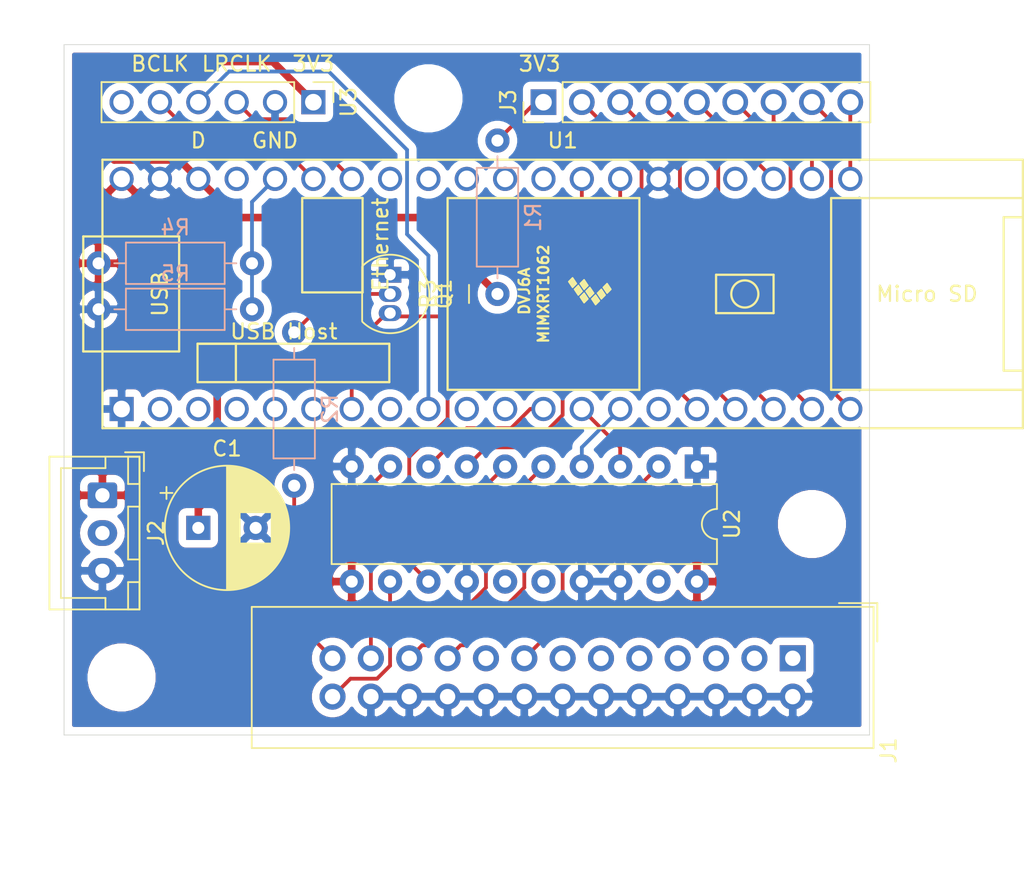
<source format=kicad_pcb>
(kicad_pcb (version 20171130) (host pcbnew "(5.1.9)-1")

  (general
    (thickness 1.6)
    (drawings 10)
    (tracks 120)
    (zones 0)
    (modules 16)
    (nets 60)
  )

  (page A4)
  (layers
    (0 F.Cu signal)
    (31 B.Cu signal)
    (32 B.Adhes user)
    (33 F.Adhes user hide)
    (34 B.Paste user)
    (35 F.Paste user)
    (36 B.SilkS user)
    (37 F.SilkS user)
    (38 B.Mask user)
    (39 F.Mask user)
    (40 Dwgs.User user)
    (41 Cmts.User user)
    (42 Eco1.User user)
    (43 Eco2.User user)
    (44 Edge.Cuts user)
    (45 Margin user)
    (46 B.CrtYd user)
    (47 F.CrtYd user)
    (48 B.Fab user)
    (49 F.Fab user)
  )

  (setup
    (last_trace_width 0.25)
    (trace_clearance 0.2)
    (zone_clearance 0.508)
    (zone_45_only no)
    (trace_min 0.2)
    (via_size 0.8)
    (via_drill 0.4)
    (via_min_size 0.8)
    (via_min_drill 0.4)
    (uvia_size 0.3)
    (uvia_drill 0.1)
    (uvias_allowed no)
    (uvia_min_size 0.2)
    (uvia_min_drill 0.1)
    (edge_width 0.05)
    (segment_width 0.2)
    (pcb_text_width 0.3)
    (pcb_text_size 1.5 1.5)
    (mod_edge_width 0.12)
    (mod_text_size 1 1)
    (mod_text_width 0.15)
    (pad_size 1.7 1.7)
    (pad_drill 1.1)
    (pad_to_mask_clearance 0.051)
    (aux_axis_origin 0 0)
    (visible_elements 7FFFFFFF)
    (pcbplotparams
      (layerselection 0x010f0_ffffffff)
      (usegerberextensions false)
      (usegerberattributes false)
      (usegerberadvancedattributes false)
      (creategerberjobfile false)
      (excludeedgelayer true)
      (linewidth 0.100000)
      (plotframeref false)
      (viasonmask false)
      (mode 1)
      (useauxorigin false)
      (hpglpennumber 1)
      (hpglpenspeed 20)
      (hpglpendiameter 15.000000)
      (psnegative false)
      (psa4output false)
      (plotreference true)
      (plotvalue true)
      (plotinvisibletext false)
      (padsonsilk false)
      (subtractmaskfromsilk false)
      (outputformat 1)
      (mirror false)
      (drillshape 0)
      (scaleselection 1)
      (outputdirectory "gerber/"))
  )

  (net 0 "")
  (net 1 "Net-(J1-Pad1)")
  (net 2 GND)
  (net 3 "Net-(J1-Pad3)")
  (net 4 "Net-(J1-Pad5)")
  (net 5 "Net-(J1-Pad7)")
  (net 6 "Net-(J1-Pad9)")
  (net 7 "Net-(J1-Pad11)")
  (net 8 "Net-(J1-Pad13)")
  (net 9 "Net-(J1-Pad15)")
  (net 10 "Net-(J1-Pad17)")
  (net 11 "Net-(J1-Pad19)")
  (net 12 "Net-(J1-Pad21)")
  (net 13 "Net-(J1-Pad23)")
  (net 14 "Net-(J1-Pad25)")
  (net 15 "Net-(J1-Pad26)")
  (net 16 "Net-(U1-Pad15)")
  (net 17 +3V3)
  (net 18 "Net-(U1-Pad37)")
  (net 19 "Net-(U1-Pad11)")
  (net 20 "Net-(U1-Pad10)")
  (net 21 "Net-(U1-Pad9)")
  (net 22 "Net-(U1-Pad8)")
  (net 23 "Net-(U1-Pad6)")
  (net 24 "Net-(U1-Pad5)")
  (net 25 "Net-(U1-Pad4)")
  (net 26 "Net-(U1-Pad3)")
  (net 27 "Net-(U1-Pad2)")
  (net 28 "Net-(U1-Pad38)")
  (net 29 "Net-(U1-Pad40)")
  (net 30 "Net-(U1-Pad41)")
  (net 31 "Net-(U1-Pad45)")
  (net 32 VCC)
  (net 33 "Net-(U2-Pad15)")
  (net 34 "Net-(U2-Pad16)")
  (net 35 "Net-(U2-Pad19)")
  (net 36 "Net-(U3-Pad6)")
  (net 37 "Net-(J2-Pad2)")
  (net 38 "Net-(J3-Pad1)")
  (net 39 "Net-(Q1-Pad3)")
  (net 40 "Net-(Q1-Pad2)")
  (net 41 "Net-(U1-Pad42)")
  (net 42 "Net-(U1-Pad43)")
  (net 43 /37)
  (net 44 /28)
  (net 45 /38)
  (net 46 /27)
  (net 47 /39)
  (net 48 /26)
  (net 49 /25)
  (net 50 /24)
  (net 51 "Net-(R4-Pad1)")
  (net 52 /CMD_DATA)
  (net 53 "Net-(U1-Pad32)")
  (net 54 "Net-(U1-Pad33)")
  (net 55 /MOSI)
  (net 56 /CS)
  (net 57 /SCK)
  (net 58 /RST)
  (net 59 "Net-(U1-Pad39)")

  (net_class Default "This is the default net class."
    (clearance 0.2)
    (trace_width 0.25)
    (via_dia 0.8)
    (via_drill 0.4)
    (uvia_dia 0.3)
    (uvia_drill 0.1)
    (add_net /24)
    (add_net /25)
    (add_net /26)
    (add_net /27)
    (add_net /28)
    (add_net /37)
    (add_net /38)
    (add_net /39)
    (add_net /CMD_DATA)
    (add_net /CS)
    (add_net /MOSI)
    (add_net /RST)
    (add_net /SCK)
    (add_net GND)
    (add_net "Net-(J1-Pad1)")
    (add_net "Net-(J1-Pad11)")
    (add_net "Net-(J1-Pad13)")
    (add_net "Net-(J1-Pad15)")
    (add_net "Net-(J1-Pad17)")
    (add_net "Net-(J1-Pad19)")
    (add_net "Net-(J1-Pad21)")
    (add_net "Net-(J1-Pad23)")
    (add_net "Net-(J1-Pad25)")
    (add_net "Net-(J1-Pad26)")
    (add_net "Net-(J1-Pad3)")
    (add_net "Net-(J1-Pad5)")
    (add_net "Net-(J1-Pad7)")
    (add_net "Net-(J1-Pad9)")
    (add_net "Net-(J2-Pad2)")
    (add_net "Net-(J3-Pad1)")
    (add_net "Net-(Q1-Pad2)")
    (add_net "Net-(Q1-Pad3)")
    (add_net "Net-(R4-Pad1)")
    (add_net "Net-(U1-Pad10)")
    (add_net "Net-(U1-Pad11)")
    (add_net "Net-(U1-Pad15)")
    (add_net "Net-(U1-Pad2)")
    (add_net "Net-(U1-Pad3)")
    (add_net "Net-(U1-Pad32)")
    (add_net "Net-(U1-Pad33)")
    (add_net "Net-(U1-Pad37)")
    (add_net "Net-(U1-Pad38)")
    (add_net "Net-(U1-Pad39)")
    (add_net "Net-(U1-Pad4)")
    (add_net "Net-(U1-Pad40)")
    (add_net "Net-(U1-Pad41)")
    (add_net "Net-(U1-Pad42)")
    (add_net "Net-(U1-Pad43)")
    (add_net "Net-(U1-Pad45)")
    (add_net "Net-(U1-Pad5)")
    (add_net "Net-(U1-Pad6)")
    (add_net "Net-(U1-Pad8)")
    (add_net "Net-(U1-Pad9)")
    (add_net "Net-(U2-Pad15)")
    (add_net "Net-(U2-Pad16)")
    (add_net "Net-(U2-Pad19)")
    (add_net "Net-(U3-Pad6)")
    (add_net VCC)
  )

  (net_class Power ""
    (clearance 0.2)
    (trace_width 0.5)
    (via_dia 0.8)
    (via_drill 0.4)
    (uvia_dia 0.3)
    (uvia_drill 0.1)
    (add_net +3V3)
  )

  (module Resistor_THT:R_Axial_DIN0207_L6.3mm_D2.5mm_P10.16mm_Horizontal (layer B.Cu) (tedit 5AE5139B) (tstamp 5E5BA02D)
    (at 91.44 85.09 90)
    (descr "Resistor, Axial_DIN0207 series, Axial, Horizontal, pin pitch=10.16mm, 0.25W = 1/4W, length*diameter=6.3*2.5mm^2, http://cdn-reichelt.de/documents/datenblatt/B400/1_4W%23YAG.pdf")
    (tags "Resistor Axial_DIN0207 series Axial Horizontal pin pitch 10.16mm 0.25W = 1/4W length 6.3mm diameter 2.5mm")
    (path /5E81DD65)
    (fp_text reference R2 (at 5.08 2.37 90) (layer B.SilkS)
      (effects (font (size 1 1) (thickness 0.15)) (justify mirror))
    )
    (fp_text value R (at 5.08 -2.37 90) (layer B.Fab)
      (effects (font (size 1 1) (thickness 0.15)) (justify mirror))
    )
    (fp_line (start 11.21 1.5) (end -1.05 1.5) (layer B.CrtYd) (width 0.05))
    (fp_line (start 11.21 -1.5) (end 11.21 1.5) (layer B.CrtYd) (width 0.05))
    (fp_line (start -1.05 -1.5) (end 11.21 -1.5) (layer B.CrtYd) (width 0.05))
    (fp_line (start -1.05 1.5) (end -1.05 -1.5) (layer B.CrtYd) (width 0.05))
    (fp_line (start 9.12 0) (end 8.35 0) (layer B.SilkS) (width 0.12))
    (fp_line (start 1.04 0) (end 1.81 0) (layer B.SilkS) (width 0.12))
    (fp_line (start 8.35 1.37) (end 1.81 1.37) (layer B.SilkS) (width 0.12))
    (fp_line (start 8.35 -1.37) (end 8.35 1.37) (layer B.SilkS) (width 0.12))
    (fp_line (start 1.81 -1.37) (end 8.35 -1.37) (layer B.SilkS) (width 0.12))
    (fp_line (start 1.81 1.37) (end 1.81 -1.37) (layer B.SilkS) (width 0.12))
    (fp_line (start 10.16 0) (end 8.23 0) (layer B.Fab) (width 0.1))
    (fp_line (start 0 0) (end 1.93 0) (layer B.Fab) (width 0.1))
    (fp_line (start 8.23 1.25) (end 1.93 1.25) (layer B.Fab) (width 0.1))
    (fp_line (start 8.23 -1.25) (end 8.23 1.25) (layer B.Fab) (width 0.1))
    (fp_line (start 1.93 -1.25) (end 8.23 -1.25) (layer B.Fab) (width 0.1))
    (fp_line (start 1.93 1.25) (end 1.93 -1.25) (layer B.Fab) (width 0.1))
    (fp_text user %R (at 5.08 0 90) (layer B.Fab)
      (effects (font (size 1 1) (thickness 0.15)) (justify mirror))
    )
    (pad 2 thru_hole oval (at 10.16 0 90) (size 1.6 1.6) (drill 0.8) (layers *.Cu *.Mask)
      (net 40 "Net-(Q1-Pad2)"))
    (pad 1 thru_hole circle (at 0 0 90) (size 1.6 1.6) (drill 0.8) (layers *.Cu *.Mask)
      (net 14 "Net-(J1-Pad25)"))
    (model ${KISYS3DMOD}/Resistor_THT.3dshapes/R_Axial_DIN0207_L6.3mm_D2.5mm_P10.16mm_Horizontal.wrl
      (at (xyz 0 0 0))
      (scale (xyz 1 1 1))
      (rotate (xyz 0 0 0))
    )
  )

  (module teensy_audio_player_kicad:Teensy41 (layer F.Cu) (tedit 60558636) (tstamp 6055A3A0)
    (at 109.22 72.39)
    (path /604218A1)
    (fp_text reference U1 (at 0 -10.16) (layer F.SilkS)
      (effects (font (size 1 1) (thickness 0.15)))
    )
    (fp_text value Teensy4.1 (at 0 10.16) (layer F.Fab)
      (effects (font (size 1 1) (thickness 0.15)))
    )
    (fp_poly (pts (xy 3.197 -0.307) (xy 2.943 -0.053) (xy 2.689 -0.434) (xy 2.943 -0.688)) (layer F.SilkS) (width 0.1))
    (fp_poly (pts (xy 2.816 0.074) (xy 2.562 0.328) (xy 2.308 -0.053) (xy 2.562 -0.307)) (layer F.SilkS) (width 0.1))
    (fp_poly (pts (xy 0.911 -0.688) (xy 0.657 -0.434) (xy 0.403 -0.815) (xy 0.657 -1.069)) (layer F.SilkS) (width 0.1))
    (fp_poly (pts (xy 1.292 -0.18) (xy 1.038 0.074) (xy 0.784 -0.307) (xy 1.038 -0.561)) (layer F.SilkS) (width 0.1))
    (fp_poly (pts (xy 1.673 0.328) (xy 1.419 0.582) (xy 1.165 0.201) (xy 1.419 -0.053)) (layer F.SilkS) (width 0.1))
    (fp_poly (pts (xy 1.673 -0.561) (xy 1.419 -0.307) (xy 1.165 -0.688) (xy 1.419 -0.942)) (layer F.SilkS) (width 0.1))
    (fp_poly (pts (xy 2.054 -0.053) (xy 1.8 0.201) (xy 1.546 -0.18) (xy 1.8 -0.434)) (layer F.SilkS) (width 0.1))
    (fp_poly (pts (xy 2.435 0.455) (xy 2.181 0.709) (xy 1.927 0.328) (xy 2.181 0.074)) (layer F.SilkS) (width 0.1))
    (fp_line (start -30.48 8.89) (end -30.48 -8.89) (layer F.SilkS) (width 0.15))
    (fp_line (start 30.48 8.89) (end -30.48 8.89) (layer F.SilkS) (width 0.15))
    (fp_line (start 30.48 -8.89) (end 30.48 8.89) (layer F.SilkS) (width 0.15))
    (fp_line (start -30.48 -8.89) (end 30.48 -8.89) (layer F.SilkS) (width 0.15))
    (fp_line (start -25.4 3.81) (end -30.48 3.81) (layer F.SilkS) (width 0.15))
    (fp_line (start -25.4 -3.81) (end -30.48 -3.81) (layer F.SilkS) (width 0.15))
    (fp_line (start -25.4 3.81) (end -25.4 -3.81) (layer F.SilkS) (width 0.15))
    (fp_line (start -31.75 -3.81) (end -30.48 -3.81) (layer F.SilkS) (width 0.15))
    (fp_line (start -31.75 3.81) (end -31.75 -3.81) (layer F.SilkS) (width 0.15))
    (fp_line (start -30.48 3.81) (end -31.75 3.81) (layer F.SilkS) (width 0.15))
    (fp_line (start 30.48 -6.35) (end 17.78 -6.35) (layer F.SilkS) (width 0.15))
    (fp_line (start 17.78 -6.35) (end 17.78 6.35) (layer F.SilkS) (width 0.15))
    (fp_line (start 17.78 6.35) (end 30.48 6.35) (layer F.SilkS) (width 0.15))
    (fp_line (start 30.48 -5.08) (end 29.21 -5.08) (layer F.SilkS) (width 0.15))
    (fp_line (start 29.21 -5.08) (end 29.21 5.08) (layer F.SilkS) (width 0.15))
    (fp_line (start 29.21 5.08) (end 30.48 5.08) (layer F.SilkS) (width 0.15))
    (fp_line (start 13.97 -1.27) (end 13.97 1.27) (layer F.SilkS) (width 0.15))
    (fp_line (start 13.97 1.27) (end 10.16 1.27) (layer F.SilkS) (width 0.15))
    (fp_line (start 10.16 1.27) (end 10.16 -1.27) (layer F.SilkS) (width 0.15))
    (fp_line (start 10.16 -1.27) (end 13.97 -1.27) (layer F.SilkS) (width 0.15))
    (fp_line (start -24.1808 3.2992) (end -11.4808 3.2992) (layer F.SilkS) (width 0.15))
    (fp_line (start -11.4808 3.2992) (end -11.4808 5.8392) (layer F.SilkS) (width 0.15))
    (fp_line (start -11.4808 5.8392) (end -24.1808 5.8392) (layer F.SilkS) (width 0.15))
    (fp_line (start -24.1808 5.8392) (end -24.1808 3.2992) (layer F.SilkS) (width 0.15))
    (fp_line (start -24.1808 3.2992) (end -21.6408 3.2992) (layer F.SilkS) (width 0.15))
    (fp_line (start -21.6408 3.2992) (end -21.6408 5.8392) (layer F.SilkS) (width 0.15))
    (fp_line (start -17.25 -6.1016) (end -17.25 -0.1016) (layer F.SilkS) (width 0.15))
    (fp_line (start -17.25 -0.1016) (end -13.25 -0.1016) (layer F.SilkS) (width 0.15))
    (fp_line (start -13.25 -0.1016) (end -13.25 -6.3516) (layer F.SilkS) (width 0.15))
    (fp_line (start -13.25 -6.3516) (end -17.25 -6.3516) (layer F.SilkS) (width 0.15))
    (fp_line (start -17.25 -6.3516) (end -17.25 -6.1016) (layer F.SilkS) (width 0.15))
    (fp_line (start -7.62 6.35) (end 5.08 6.35) (layer F.SilkS) (width 0.15))
    (fp_line (start 5.08 6.35) (end 5.08 -6.35) (layer F.SilkS) (width 0.15))
    (fp_line (start 5.08 -6.35) (end -7.62 -6.35) (layer F.SilkS) (width 0.15))
    (fp_line (start -7.62 -6.35) (end -7.62 6.35) (layer F.SilkS) (width 0.15))
    (fp_circle (center 12.065 0) (end 12.7 -0.635) (layer F.SilkS) (width 0.15))
    (fp_text user "USB Host" (at -18.4658 2.4892) (layer F.SilkS)
      (effects (font (size 1 1) (thickness 0.15)))
    )
    (fp_text user Ethernet (at -12.065 -3.2766 90) (layer F.SilkS)
      (effects (font (size 1 1) (thickness 0.15)))
    )
    (fp_text user USB (at -26.67 0 270) (layer F.SilkS)
      (effects (font (size 1 1) (thickness 0.15)))
    )
    (fp_text user "Micro SD" (at 24.13 0) (layer F.SilkS)
      (effects (font (size 1 1) (thickness 0.15)))
    )
    (fp_text user MIMXRT1062 (at -1.27 0 -90) (layer F.SilkS)
      (effects (font (size 0.7 0.7) (thickness 0.15)))
    )
    (fp_text user DVJ6A (at -2.54 -0.18 -90) (layer F.SilkS)
      (effects (font (size 0.7 0.7) (thickness 0.15)))
    )
    (pad 17 thru_hole circle (at 11.43 7.62) (size 1.6 1.6) (drill 1.1) (layers *.Cu *.Mask)
      (net 49 /25))
    (pad 18 thru_hole circle (at 13.97 7.62) (size 1.6 1.6) (drill 1.1) (layers *.Cu *.Mask)
      (net 48 /26))
    (pad 19 thru_hole circle (at 16.51 7.62) (size 1.6 1.6) (drill 1.1) (layers *.Cu *.Mask)
      (net 46 /27))
    (pad 20 thru_hole circle (at 19.05 7.62) (size 1.6 1.6) (drill 1.1) (layers *.Cu *.Mask)
      (net 44 /28))
    (pad 16 thru_hole circle (at 8.89 7.62) (size 1.6 1.6) (drill 1.1) (layers *.Cu *.Mask)
      (net 50 /24))
    (pad 15 thru_hole circle (at 6.35 7.62) (size 1.6 1.6) (drill 1.1) (layers *.Cu *.Mask)
      (net 16 "Net-(U1-Pad15)"))
    (pad 14 thru_hole circle (at 3.81 7.62) (size 1.6 1.6) (drill 1.1) (layers *.Cu *.Mask)
      (net 52 /CMD_DATA))
    (pad 29 thru_hole circle (at 19.05 -7.62) (size 1.6 1.6) (drill 1.1) (layers *.Cu *.Mask)
      (net 43 /37))
    (pad 30 thru_hole circle (at 16.51 -7.62) (size 1.6 1.6) (drill 1.1) (layers *.Cu *.Mask)
      (net 45 /38))
    (pad 31 thru_hole circle (at 13.97 -7.62) (size 1.6 1.6) (drill 1.1) (layers *.Cu *.Mask)
      (net 47 /39))
    (pad 32 thru_hole circle (at 11.43 -7.62) (size 1.6 1.6) (drill 1.1) (layers *.Cu *.Mask)
      (net 53 "Net-(U1-Pad32)"))
    (pad 33 thru_hole circle (at 8.89 -7.62) (size 1.6 1.6) (drill 1.1) (layers *.Cu *.Mask)
      (net 54 "Net-(U1-Pad33)"))
    (pad 34 thru_hole circle (at 6.35 -7.62) (size 1.6 1.6) (drill 1.1) (layers *.Cu *.Mask)
      (net 2 GND))
    (pad 13 thru_hole circle (at 1.27 7.62) (size 1.6 1.6) (drill 1.1) (layers *.Cu *.Mask)
      (net 55 /MOSI))
    (pad 12 thru_hole circle (at -1.27 7.62) (size 1.6 1.6) (drill 1.1) (layers *.Cu *.Mask)
      (net 56 /CS))
    (pad 11 thru_hole circle (at -3.81 7.62) (size 1.6 1.6) (drill 1.1) (layers *.Cu *.Mask)
      (net 19 "Net-(U1-Pad11)"))
    (pad 10 thru_hole circle (at -6.35 7.62) (size 1.6 1.6) (drill 1.1) (layers *.Cu *.Mask)
      (net 20 "Net-(U1-Pad10)"))
    (pad 9 thru_hole circle (at -8.89 7.62) (size 1.6 1.6) (drill 1.1) (layers *.Cu *.Mask)
      (net 21 "Net-(U1-Pad9)"))
    (pad 8 thru_hole circle (at -11.43 7.62) (size 1.6 1.6) (drill 1.1) (layers *.Cu *.Mask)
      (net 22 "Net-(U1-Pad8)"))
    (pad 7 thru_hole circle (at -13.97 7.62) (size 1.6 1.6) (drill 1.1) (layers *.Cu *.Mask)
      (net 39 "Net-(Q1-Pad3)"))
    (pad 6 thru_hole circle (at -16.51 7.62) (size 1.6 1.6) (drill 1.1) (layers *.Cu *.Mask)
      (net 23 "Net-(U1-Pad6)"))
    (pad 5 thru_hole circle (at -19.05 7.62) (size 1.6 1.6) (drill 1.1) (layers *.Cu *.Mask)
      (net 24 "Net-(U1-Pad5)"))
    (pad 4 thru_hole circle (at -21.59 7.62) (size 1.6 1.6) (drill 1.1) (layers *.Cu *.Mask)
      (net 25 "Net-(U1-Pad4)"))
    (pad 3 thru_hole circle (at -24.13 7.62) (size 1.6 1.6) (drill 1.1) (layers *.Cu *.Mask)
      (net 26 "Net-(U1-Pad3)"))
    (pad 2 thru_hole circle (at -26.67 7.62) (size 1.6 1.6) (drill 1.1) (layers *.Cu *.Mask)
      (net 27 "Net-(U1-Pad2)"))
    (pad 1 thru_hole rect (at -29.21 7.62) (size 1.6 1.6) (drill 1.1) (layers *.Cu *.Mask)
      (net 2 GND))
    (pad 35 thru_hole circle (at 3.81 -7.62) (size 1.6 1.6) (drill 1.1) (layers *.Cu *.Mask)
      (net 57 /SCK))
    (pad 36 thru_hole circle (at 1.27 -7.62) (size 1.6 1.6) (drill 1.1) (layers *.Cu *.Mask)
      (net 58 /RST))
    (pad 37 thru_hole circle (at -1.27 -7.62) (size 1.6 1.6) (drill 1.1) (layers *.Cu *.Mask)
      (net 18 "Net-(U1-Pad37)"))
    (pad 38 thru_hole circle (at -3.81 -7.62) (size 1.6 1.6) (drill 1.1) (layers *.Cu *.Mask)
      (net 28 "Net-(U1-Pad38)"))
    (pad 39 thru_hole circle (at -6.35 -7.62) (size 1.6 1.6) (drill 1.1) (layers *.Cu *.Mask)
      (net 59 "Net-(U1-Pad39)"))
    (pad 40 thru_hole circle (at -8.89 -7.62) (size 1.6 1.6) (drill 1.1) (layers *.Cu *.Mask)
      (net 29 "Net-(U1-Pad40)"))
    (pad 41 thru_hole circle (at -11.43 -7.62) (size 1.6 1.6) (drill 1.1) (layers *.Cu *.Mask)
      (net 30 "Net-(U1-Pad41)"))
    (pad 42 thru_hole circle (at -13.97 -7.62) (size 1.6 1.6) (drill 1.1) (layers *.Cu *.Mask)
      (net 41 "Net-(U1-Pad42)"))
    (pad 43 thru_hole circle (at -16.51 -7.62) (size 1.6 1.6) (drill 1.1) (layers *.Cu *.Mask)
      (net 42 "Net-(U1-Pad43)"))
    (pad 44 thru_hole circle (at -19.05 -7.62) (size 1.6 1.6) (drill 1.1) (layers *.Cu *.Mask)
      (net 51 "Net-(R4-Pad1)"))
    (pad 45 thru_hole circle (at -21.59 -7.62) (size 1.6 1.6) (drill 1.1) (layers *.Cu *.Mask)
      (net 31 "Net-(U1-Pad45)"))
    (pad 46 thru_hole circle (at -24.13 -7.62) (size 1.6 1.6) (drill 1.1) (layers *.Cu *.Mask)
      (net 17 +3V3))
    (pad 47 thru_hole circle (at -26.67 -7.62) (size 1.6 1.6) (drill 1.1) (layers *.Cu *.Mask)
      (net 2 GND))
    (pad 48 thru_hole circle (at -29.21 -7.62) (size 1.6 1.6) (drill 1.1) (layers *.Cu *.Mask)
      (net 32 VCC))
    (model ${KICAD_USER_DIR}/teensy.pretty/Teensy_4.1_Assembly.STEP
      (offset (xyz 0 0 0.762))
      (scale (xyz 1 1 1))
      (rotate (xyz 0 0 0))
    )
  )

  (module Resistor_THT:R_Axial_DIN0207_L6.3mm_D2.5mm_P10.16mm_Horizontal (layer B.Cu) (tedit 5AE5139B) (tstamp 6042474A)
    (at 104.902 72.39 90)
    (descr "Resistor, Axial_DIN0207 series, Axial, Horizontal, pin pitch=10.16mm, 0.25W = 1/4W, length*diameter=6.3*2.5mm^2, http://cdn-reichelt.de/documents/datenblatt/B400/1_4W%23YAG.pdf")
    (tags "Resistor Axial_DIN0207 series Axial Horizontal pin pitch 10.16mm 0.25W = 1/4W length 6.3mm diameter 2.5mm")
    (path /5E626A58)
    (fp_text reference R1 (at 5.08 2.37 270) (layer B.SilkS)
      (effects (font (size 1 1) (thickness 0.15)) (justify mirror))
    )
    (fp_text value R (at 5.08 -2.37 270) (layer B.Fab)
      (effects (font (size 1 1) (thickness 0.15)) (justify mirror))
    )
    (fp_line (start 1.93 1.25) (end 1.93 -1.25) (layer B.Fab) (width 0.1))
    (fp_line (start 1.93 -1.25) (end 8.23 -1.25) (layer B.Fab) (width 0.1))
    (fp_line (start 8.23 -1.25) (end 8.23 1.25) (layer B.Fab) (width 0.1))
    (fp_line (start 8.23 1.25) (end 1.93 1.25) (layer B.Fab) (width 0.1))
    (fp_line (start 0 0) (end 1.93 0) (layer B.Fab) (width 0.1))
    (fp_line (start 10.16 0) (end 8.23 0) (layer B.Fab) (width 0.1))
    (fp_line (start 1.81 1.37) (end 1.81 -1.37) (layer B.SilkS) (width 0.12))
    (fp_line (start 1.81 -1.37) (end 8.35 -1.37) (layer B.SilkS) (width 0.12))
    (fp_line (start 8.35 -1.37) (end 8.35 1.37) (layer B.SilkS) (width 0.12))
    (fp_line (start 8.35 1.37) (end 1.81 1.37) (layer B.SilkS) (width 0.12))
    (fp_line (start 1.04 0) (end 1.81 0) (layer B.SilkS) (width 0.12))
    (fp_line (start 9.12 0) (end 8.35 0) (layer B.SilkS) (width 0.12))
    (fp_line (start -1.05 1.5) (end -1.05 -1.5) (layer B.CrtYd) (width 0.05))
    (fp_line (start -1.05 -1.5) (end 11.21 -1.5) (layer B.CrtYd) (width 0.05))
    (fp_line (start 11.21 -1.5) (end 11.21 1.5) (layer B.CrtYd) (width 0.05))
    (fp_line (start 11.21 1.5) (end -1.05 1.5) (layer B.CrtYd) (width 0.05))
    (fp_text user %R (at 5.08 0 270) (layer B.Fab)
      (effects (font (size 1 1) (thickness 0.15)) (justify mirror))
    )
    (pad 2 thru_hole oval (at 10.16 0 90) (size 1.6 1.6) (drill 0.8) (layers *.Cu *.Mask)
      (net 38 "Net-(J3-Pad1)"))
    (pad 1 thru_hole circle (at 0 0 90) (size 1.6 1.6) (drill 0.8) (layers *.Cu *.Mask)
      (net 17 +3V3))
    (model ${KISYS3DMOD}/Resistor_THT.3dshapes/R_Axial_DIN0207_L6.3mm_D2.5mm_P10.16mm_Horizontal.wrl
      (at (xyz 0 0 0))
      (scale (xyz 1 1 1))
      (rotate (xyz 0 0 0))
    )
  )

  (module Resistor_THT:R_Axial_DIN0207_L6.3mm_D2.5mm_P10.16mm_Horizontal (layer B.Cu) (tedit 5AE5139B) (tstamp 6042316C)
    (at 88.646 73.406 180)
    (descr "Resistor, Axial_DIN0207 series, Axial, Horizontal, pin pitch=10.16mm, 0.25W = 1/4W, length*diameter=6.3*2.5mm^2, http://cdn-reichelt.de/documents/datenblatt/B400/1_4W%23YAG.pdf")
    (tags "Resistor Axial_DIN0207 series Axial Horizontal pin pitch 10.16mm 0.25W = 1/4W length 6.3mm diameter 2.5mm")
    (path /606CFC4A)
    (fp_text reference R5 (at 5.08 2.37 180) (layer B.SilkS)
      (effects (font (size 1 1) (thickness 0.15)) (justify mirror))
    )
    (fp_text value R-Device (at 5.08 -2.37 180) (layer B.Fab)
      (effects (font (size 1 1) (thickness 0.15)) (justify mirror))
    )
    (fp_line (start 1.93 1.25) (end 1.93 -1.25) (layer B.Fab) (width 0.1))
    (fp_line (start 1.93 -1.25) (end 8.23 -1.25) (layer B.Fab) (width 0.1))
    (fp_line (start 8.23 -1.25) (end 8.23 1.25) (layer B.Fab) (width 0.1))
    (fp_line (start 8.23 1.25) (end 1.93 1.25) (layer B.Fab) (width 0.1))
    (fp_line (start 0 0) (end 1.93 0) (layer B.Fab) (width 0.1))
    (fp_line (start 10.16 0) (end 8.23 0) (layer B.Fab) (width 0.1))
    (fp_line (start 1.81 1.37) (end 1.81 -1.37) (layer B.SilkS) (width 0.12))
    (fp_line (start 1.81 -1.37) (end 8.35 -1.37) (layer B.SilkS) (width 0.12))
    (fp_line (start 8.35 -1.37) (end 8.35 1.37) (layer B.SilkS) (width 0.12))
    (fp_line (start 8.35 1.37) (end 1.81 1.37) (layer B.SilkS) (width 0.12))
    (fp_line (start 1.04 0) (end 1.81 0) (layer B.SilkS) (width 0.12))
    (fp_line (start 9.12 0) (end 8.35 0) (layer B.SilkS) (width 0.12))
    (fp_line (start -1.05 1.5) (end -1.05 -1.5) (layer B.CrtYd) (width 0.05))
    (fp_line (start -1.05 -1.5) (end 11.21 -1.5) (layer B.CrtYd) (width 0.05))
    (fp_line (start 11.21 -1.5) (end 11.21 1.5) (layer B.CrtYd) (width 0.05))
    (fp_line (start 11.21 1.5) (end -1.05 1.5) (layer B.CrtYd) (width 0.05))
    (fp_text user %R (at 5.08 0 180) (layer B.Fab)
      (effects (font (size 1 1) (thickness 0.15)) (justify mirror))
    )
    (pad 2 thru_hole oval (at 10.16 0 180) (size 1.6 1.6) (drill 0.8) (layers *.Cu *.Mask)
      (net 2 GND))
    (pad 1 thru_hole circle (at 0 0 180) (size 1.6 1.6) (drill 0.8) (layers *.Cu *.Mask)
      (net 51 "Net-(R4-Pad1)"))
    (model ${KISYS3DMOD}/Resistor_THT.3dshapes/R_Axial_DIN0207_L6.3mm_D2.5mm_P10.16mm_Horizontal.wrl
      (at (xyz 0 0 0))
      (scale (xyz 1 1 1))
      (rotate (xyz 0 0 0))
    )
  )

  (module Resistor_THT:R_Axial_DIN0207_L6.3mm_D2.5mm_P10.16mm_Horizontal (layer B.Cu) (tedit 5AE5139B) (tstamp 60423155)
    (at 88.646 70.358 180)
    (descr "Resistor, Axial_DIN0207 series, Axial, Horizontal, pin pitch=10.16mm, 0.25W = 1/4W, length*diameter=6.3*2.5mm^2, http://cdn-reichelt.de/documents/datenblatt/B400/1_4W%23YAG.pdf")
    (tags "Resistor Axial_DIN0207 series Axial Horizontal pin pitch 10.16mm 0.25W = 1/4W length 6.3mm diameter 2.5mm")
    (path /60630B4B)
    (fp_text reference R4 (at 5.08 2.37 180) (layer B.SilkS)
      (effects (font (size 1 1) (thickness 0.15)) (justify mirror))
    )
    (fp_text value R-Device (at 5.08 -2.37 180) (layer B.Fab)
      (effects (font (size 1 1) (thickness 0.15)) (justify mirror))
    )
    (fp_line (start 1.93 1.25) (end 1.93 -1.25) (layer B.Fab) (width 0.1))
    (fp_line (start 1.93 -1.25) (end 8.23 -1.25) (layer B.Fab) (width 0.1))
    (fp_line (start 8.23 -1.25) (end 8.23 1.25) (layer B.Fab) (width 0.1))
    (fp_line (start 8.23 1.25) (end 1.93 1.25) (layer B.Fab) (width 0.1))
    (fp_line (start 0 0) (end 1.93 0) (layer B.Fab) (width 0.1))
    (fp_line (start 10.16 0) (end 8.23 0) (layer B.Fab) (width 0.1))
    (fp_line (start 1.81 1.37) (end 1.81 -1.37) (layer B.SilkS) (width 0.12))
    (fp_line (start 1.81 -1.37) (end 8.35 -1.37) (layer B.SilkS) (width 0.12))
    (fp_line (start 8.35 -1.37) (end 8.35 1.37) (layer B.SilkS) (width 0.12))
    (fp_line (start 8.35 1.37) (end 1.81 1.37) (layer B.SilkS) (width 0.12))
    (fp_line (start 1.04 0) (end 1.81 0) (layer B.SilkS) (width 0.12))
    (fp_line (start 9.12 0) (end 8.35 0) (layer B.SilkS) (width 0.12))
    (fp_line (start -1.05 1.5) (end -1.05 -1.5) (layer B.CrtYd) (width 0.05))
    (fp_line (start -1.05 -1.5) (end 11.21 -1.5) (layer B.CrtYd) (width 0.05))
    (fp_line (start 11.21 -1.5) (end 11.21 1.5) (layer B.CrtYd) (width 0.05))
    (fp_line (start 11.21 1.5) (end -1.05 1.5) (layer B.CrtYd) (width 0.05))
    (fp_text user %R (at 5.08 0 180) (layer B.Fab)
      (effects (font (size 1 1) (thickness 0.15)) (justify mirror))
    )
    (pad 2 thru_hole oval (at 10.16 0 180) (size 1.6 1.6) (drill 0.8) (layers *.Cu *.Mask)
      (net 32 VCC))
    (pad 1 thru_hole circle (at 0 0 180) (size 1.6 1.6) (drill 0.8) (layers *.Cu *.Mask)
      (net 51 "Net-(R4-Pad1)"))
    (model ${KISYS3DMOD}/Resistor_THT.3dshapes/R_Axial_DIN0207_L6.3mm_D2.5mm_P10.16mm_Horizontal.wrl
      (at (xyz 0 0 0))
      (scale (xyz 1 1 1))
      (rotate (xyz 0 0 0))
    )
  )

  (module Connector_PinHeader_2.54mm:PinHeader_1x06_P2.54mm_Vertical (layer F.Cu) (tedit 5E5AF65F) (tstamp 5E5A0DD9)
    (at 92.71 59.69 270)
    (descr "Through hole straight pin header, 1x06, 2.54mm pitch, single row")
    (tags "Through hole pin header THT 1x06 2.54mm single row")
    (path /5E5B0BE4)
    (fp_text reference U3 (at 0 -2.33 90) (layer F.SilkS)
      (effects (font (size 1 1) (thickness 0.15)))
    )
    (fp_text value I2S_DAC (at 0 15.03 90) (layer F.Fab)
      (effects (font (size 1 1) (thickness 0.15)))
    )
    (fp_line (start -0.635 -1.27) (end 1.27 -1.27) (layer F.Fab) (width 0.1))
    (fp_line (start 1.27 -1.27) (end 1.27 13.97) (layer F.Fab) (width 0.1))
    (fp_line (start 1.27 13.97) (end -1.27 13.97) (layer F.Fab) (width 0.1))
    (fp_line (start -1.27 13.97) (end -1.27 -0.635) (layer F.Fab) (width 0.1))
    (fp_line (start -1.27 -0.635) (end -0.635 -1.27) (layer F.Fab) (width 0.1))
    (fp_line (start -1.33 14.03) (end 1.33 14.03) (layer F.SilkS) (width 0.12))
    (fp_line (start -1.33 1.27) (end -1.33 14.03) (layer F.SilkS) (width 0.12))
    (fp_line (start 1.33 1.27) (end 1.33 14.03) (layer F.SilkS) (width 0.12))
    (fp_line (start -1.33 1.27) (end 1.33 1.27) (layer F.SilkS) (width 0.12))
    (fp_line (start -1.33 0) (end -1.33 -1.33) (layer F.SilkS) (width 0.12))
    (fp_line (start -1.33 -1.33) (end 0 -1.33) (layer F.SilkS) (width 0.12))
    (fp_line (start -1.8 -1.8) (end -1.8 14.5) (layer F.CrtYd) (width 0.05))
    (fp_line (start -1.8 14.5) (end 1.8 14.5) (layer F.CrtYd) (width 0.05))
    (fp_line (start 1.8 14.5) (end 1.8 -1.8) (layer F.CrtYd) (width 0.05))
    (fp_line (start 1.8 -1.8) (end -1.8 -1.8) (layer F.CrtYd) (width 0.05))
    (fp_text user %R (at 0 6.35) (layer F.Fab)
      (effects (font (size 1 1) (thickness 0.15)))
    )
    (pad 6 thru_hole oval (at 0 12.7 270) (size 1.6 1.6) (drill 1.1) (layers *.Cu *.Mask)
      (net 36 "Net-(U3-Pad6)"))
    (pad 5 thru_hole oval (at 0 10.16 270) (size 1.6 1.6) (drill 1.1) (layers *.Cu *.Mask)
      (net 42 "Net-(U1-Pad43)"))
    (pad 4 thru_hole oval (at 0 7.62 270) (size 1.6 1.6) (drill 1.1) (layers *.Cu *.Mask)
      (net 21 "Net-(U1-Pad9)"))
    (pad 3 thru_hole oval (at 0 5.08 270) (size 1.6 1.6) (drill 1.1) (layers *.Cu *.Mask)
      (net 41 "Net-(U1-Pad42)"))
    (pad 2 thru_hole oval (at 0 2.54 270) (size 1.6 1.6) (drill 1.1) (layers *.Cu *.Mask)
      (net 2 GND))
    (pad 1 thru_hole rect (at 0 0 270) (size 1.6 1.6) (drill 1.1) (layers *.Cu *.Mask)
      (net 17 +3V3))
    (model ${KISYS3DMOD}/Connector_PinHeader_2.54mm.3dshapes/PinHeader_1x06_P2.54mm_Vertical.wrl
      (at (xyz 0 0 0))
      (scale (xyz 1 1 1))
      (rotate (xyz 0 0 0))
    )
  )

  (module Resistor_SMD:R_1206_3216Metric_Pad1.42x1.75mm_HandSolder (layer F.Cu) (tedit 5B301BBD) (tstamp 5E5B7081)
    (at 102.108 72.39 90)
    (descr "Resistor SMD 1206 (3216 Metric), square (rectangular) end terminal, IPC_7351 nominal with elongated pad for handsoldering. (Body size source: http://www.tortai-tech.com/upload/download/2011102023233369053.pdf), generated with kicad-footprint-generator")
    (tags "resistor handsolder")
    (path /5E81EED7)
    (attr smd)
    (fp_text reference R3 (at 0 -1.82 90) (layer F.SilkS)
      (effects (font (size 1 1) (thickness 0.15)))
    )
    (fp_text value R (at 0 1.82 90) (layer F.Fab)
      (effects (font (size 1 1) (thickness 0.15)))
    )
    (fp_line (start -1.6 0.8) (end -1.6 -0.8) (layer F.Fab) (width 0.1))
    (fp_line (start -1.6 -0.8) (end 1.6 -0.8) (layer F.Fab) (width 0.1))
    (fp_line (start 1.6 -0.8) (end 1.6 0.8) (layer F.Fab) (width 0.1))
    (fp_line (start 1.6 0.8) (end -1.6 0.8) (layer F.Fab) (width 0.1))
    (fp_line (start -0.602064 -0.91) (end 0.602064 -0.91) (layer F.SilkS) (width 0.12))
    (fp_line (start -0.602064 0.91) (end 0.602064 0.91) (layer F.SilkS) (width 0.12))
    (fp_line (start -2.45 1.12) (end -2.45 -1.12) (layer F.CrtYd) (width 0.05))
    (fp_line (start -2.45 -1.12) (end 2.45 -1.12) (layer F.CrtYd) (width 0.05))
    (fp_line (start 2.45 -1.12) (end 2.45 1.12) (layer F.CrtYd) (width 0.05))
    (fp_line (start 2.45 1.12) (end -2.45 1.12) (layer F.CrtYd) (width 0.05))
    (fp_text user %R (at 0 0 90) (layer F.Fab)
      (effects (font (size 0.8 0.8) (thickness 0.12)))
    )
    (pad 2 smd roundrect (at 1.4875 0 90) (size 1.425 1.75) (layers F.Cu F.Paste F.Mask) (roundrect_rratio 0.175439)
      (net 17 +3V3))
    (pad 1 smd roundrect (at -1.4875 0 90) (size 1.425 1.75) (layers F.Cu F.Paste F.Mask) (roundrect_rratio 0.175439)
      (net 39 "Net-(Q1-Pad3)"))
    (model ${KISYS3DMOD}/Resistor_SMD.3dshapes/R_1206_3216Metric.wrl
      (at (xyz 0 0 0))
      (scale (xyz 1 1 1))
      (rotate (xyz 0 0 0))
    )
  )

  (module Package_TO_SOT_THT:TO-92_Inline (layer F.Cu) (tedit 5A1DD157) (tstamp 5E5B5924)
    (at 97.79 71.12 270)
    (descr "TO-92 leads in-line, narrow, oval pads, drill 0.75mm (see NXP sot054_po.pdf)")
    (tags "to-92 sc-43 sc-43a sot54 PA33 transistor")
    (path /5E81E7D6)
    (fp_text reference Q1 (at 1.27 -3.56 90) (layer F.SilkS)
      (effects (font (size 1 1) (thickness 0.15)))
    )
    (fp_text value 2N3904 (at 1.27 2.79 90) (layer F.Fab)
      (effects (font (size 1 1) (thickness 0.15)))
    )
    (fp_line (start -0.53 1.85) (end 3.07 1.85) (layer F.SilkS) (width 0.12))
    (fp_line (start -0.5 1.75) (end 3 1.75) (layer F.Fab) (width 0.1))
    (fp_line (start -1.46 -2.73) (end 4 -2.73) (layer F.CrtYd) (width 0.05))
    (fp_line (start -1.46 -2.73) (end -1.46 2.01) (layer F.CrtYd) (width 0.05))
    (fp_line (start 4 2.01) (end 4 -2.73) (layer F.CrtYd) (width 0.05))
    (fp_line (start 4 2.01) (end -1.46 2.01) (layer F.CrtYd) (width 0.05))
    (fp_arc (start 1.27 0) (end 1.27 -2.6) (angle 135) (layer F.SilkS) (width 0.12))
    (fp_arc (start 1.27 0) (end 1.27 -2.48) (angle -135) (layer F.Fab) (width 0.1))
    (fp_arc (start 1.27 0) (end 1.27 -2.6) (angle -135) (layer F.SilkS) (width 0.12))
    (fp_arc (start 1.27 0) (end 1.27 -2.48) (angle 135) (layer F.Fab) (width 0.1))
    (fp_text user %R (at 1.27 -3.56 90) (layer F.Fab)
      (effects (font (size 1 1) (thickness 0.15)))
    )
    (pad 1 thru_hole rect (at 0 0 270) (size 1.05 1.5) (drill 0.75) (layers *.Cu *.Mask)
      (net 2 GND))
    (pad 3 thru_hole oval (at 2.54 0 270) (size 1.05 1.5) (drill 0.75) (layers *.Cu *.Mask)
      (net 39 "Net-(Q1-Pad3)"))
    (pad 2 thru_hole oval (at 1.27 0 270) (size 1.05 1.5) (drill 0.75) (layers *.Cu *.Mask)
      (net 40 "Net-(Q1-Pad2)"))
    (model ${KISYS3DMOD}/Package_TO_SOT_THT.3dshapes/TO-92_Inline.wrl
      (at (xyz 0 0 0))
      (scale (xyz 1 1 1))
      (rotate (xyz 0 0 0))
    )
  )

  (module Connector_IDC:IDC-Header_2x13_P2.54mm_Vertical (layer F.Cu) (tedit 59DE1198) (tstamp 5E40333B)
    (at 124.46 96.52 270)
    (descr "Through hole straight IDC box header, 2x13, 2.54mm pitch, double rows")
    (tags "Through hole IDC box header THT 2x13 2.54mm double row")
    (path /5E406242)
    (fp_text reference J1 (at 6.105 -6.35 90) (layer F.SilkS)
      (effects (font (size 1 1) (thickness 0.15)))
    )
    (fp_text value Conn_02x13_Odd_Even (at 6.105 37.084 90) (layer F.Fab)
      (effects (font (size 1 1) (thickness 0.15)))
    )
    (fp_line (start 5.695 -5.1) (end 5.695 35.58) (layer F.Fab) (width 0.1))
    (fp_line (start 5.145 -4.56) (end 5.145 35.02) (layer F.Fab) (width 0.1))
    (fp_line (start -3.155 -5.1) (end -3.155 35.58) (layer F.Fab) (width 0.1))
    (fp_line (start -2.605 -4.56) (end -2.605 12.99) (layer F.Fab) (width 0.1))
    (fp_line (start -2.605 17.49) (end -2.605 35.02) (layer F.Fab) (width 0.1))
    (fp_line (start -2.605 12.99) (end -3.155 12.99) (layer F.Fab) (width 0.1))
    (fp_line (start -2.605 17.49) (end -3.155 17.49) (layer F.Fab) (width 0.1))
    (fp_line (start 5.695 -5.1) (end -3.155 -5.1) (layer F.Fab) (width 0.1))
    (fp_line (start 5.145 -4.56) (end -2.605 -4.56) (layer F.Fab) (width 0.1))
    (fp_line (start 5.695 35.58) (end -3.155 35.58) (layer F.Fab) (width 0.1))
    (fp_line (start 5.145 35.02) (end -2.605 35.02) (layer F.Fab) (width 0.1))
    (fp_line (start 5.695 -5.1) (end 5.145 -4.56) (layer F.Fab) (width 0.1))
    (fp_line (start 5.695 35.58) (end 5.145 35.02) (layer F.Fab) (width 0.1))
    (fp_line (start -3.155 -5.1) (end -2.605 -4.56) (layer F.Fab) (width 0.1))
    (fp_line (start -3.155 35.58) (end -2.605 35.02) (layer F.Fab) (width 0.1))
    (fp_line (start 5.95 -5.35) (end 5.95 35.83) (layer F.CrtYd) (width 0.05))
    (fp_line (start 5.95 35.83) (end -3.41 35.83) (layer F.CrtYd) (width 0.05))
    (fp_line (start -3.41 35.83) (end -3.41 -5.35) (layer F.CrtYd) (width 0.05))
    (fp_line (start -3.41 -5.35) (end 5.95 -5.35) (layer F.CrtYd) (width 0.05))
    (fp_line (start 5.945 -5.35) (end 5.945 35.83) (layer F.SilkS) (width 0.12))
    (fp_line (start 5.945 35.83) (end -3.405 35.83) (layer F.SilkS) (width 0.12))
    (fp_line (start -3.405 35.83) (end -3.405 -5.35) (layer F.SilkS) (width 0.12))
    (fp_line (start -3.405 -5.35) (end 5.945 -5.35) (layer F.SilkS) (width 0.12))
    (fp_line (start -3.655 -5.6) (end -3.655 -3.06) (layer F.SilkS) (width 0.12))
    (fp_line (start -3.655 -5.6) (end -1.115 -5.6) (layer F.SilkS) (width 0.12))
    (fp_text user %R (at 8.805 15.24) (layer F.Fab)
      (effects (font (size 1 1) (thickness 0.15)))
    )
    (pad 26 thru_hole oval (at 2.54 30.48 270) (size 1.7272 1.7272) (drill 1.016) (layers *.Cu *.Mask)
      (net 15 "Net-(J1-Pad26)"))
    (pad 25 thru_hole oval (at 0 30.48 270) (size 1.7272 1.7272) (drill 1.016) (layers *.Cu *.Mask)
      (net 14 "Net-(J1-Pad25)"))
    (pad 24 thru_hole oval (at 2.54 27.94 270) (size 1.7272 1.7272) (drill 1.016) (layers *.Cu *.Mask)
      (net 2 GND))
    (pad 23 thru_hole oval (at 0 27.94 270) (size 1.7272 1.7272) (drill 1.016) (layers *.Cu *.Mask)
      (net 13 "Net-(J1-Pad23)"))
    (pad 22 thru_hole oval (at 2.54 25.4 270) (size 1.7272 1.7272) (drill 1.016) (layers *.Cu *.Mask)
      (net 2 GND))
    (pad 21 thru_hole oval (at 0 25.4 270) (size 1.7272 1.7272) (drill 1.016) (layers *.Cu *.Mask)
      (net 12 "Net-(J1-Pad21)"))
    (pad 20 thru_hole oval (at 2.54 22.86 270) (size 1.7272 1.7272) (drill 1.016) (layers *.Cu *.Mask)
      (net 2 GND))
    (pad 19 thru_hole oval (at 0 22.86 270) (size 1.7272 1.7272) (drill 1.016) (layers *.Cu *.Mask)
      (net 11 "Net-(J1-Pad19)"))
    (pad 18 thru_hole oval (at 2.54 20.32 270) (size 1.7272 1.7272) (drill 1.016) (layers *.Cu *.Mask)
      (net 2 GND))
    (pad 17 thru_hole oval (at 0 20.32 270) (size 1.7272 1.7272) (drill 1.016) (layers *.Cu *.Mask)
      (net 10 "Net-(J1-Pad17)"))
    (pad 16 thru_hole oval (at 2.54 17.78 270) (size 1.7272 1.7272) (drill 1.016) (layers *.Cu *.Mask)
      (net 2 GND))
    (pad 15 thru_hole oval (at 0 17.78 270) (size 1.7272 1.7272) (drill 1.016) (layers *.Cu *.Mask)
      (net 9 "Net-(J1-Pad15)"))
    (pad 14 thru_hole oval (at 2.54 15.24 270) (size 1.7272 1.7272) (drill 1.016) (layers *.Cu *.Mask)
      (net 2 GND))
    (pad 13 thru_hole oval (at 0 15.24 270) (size 1.7272 1.7272) (drill 1.016) (layers *.Cu *.Mask)
      (net 8 "Net-(J1-Pad13)"))
    (pad 12 thru_hole oval (at 2.54 12.7 270) (size 1.7272 1.7272) (drill 1.016) (layers *.Cu *.Mask)
      (net 2 GND))
    (pad 11 thru_hole oval (at 0 12.7 270) (size 1.7272 1.7272) (drill 1.016) (layers *.Cu *.Mask)
      (net 7 "Net-(J1-Pad11)"))
    (pad 10 thru_hole oval (at 2.54 10.16 270) (size 1.7272 1.7272) (drill 1.016) (layers *.Cu *.Mask)
      (net 2 GND))
    (pad 9 thru_hole oval (at 0 10.16 270) (size 1.7272 1.7272) (drill 1.016) (layers *.Cu *.Mask)
      (net 6 "Net-(J1-Pad9)"))
    (pad 8 thru_hole oval (at 2.54 7.62 270) (size 1.7272 1.7272) (drill 1.016) (layers *.Cu *.Mask)
      (net 2 GND))
    (pad 7 thru_hole oval (at 0 7.62 270) (size 1.7272 1.7272) (drill 1.016) (layers *.Cu *.Mask)
      (net 5 "Net-(J1-Pad7)"))
    (pad 6 thru_hole oval (at 2.54 5.08 270) (size 1.7272 1.7272) (drill 1.016) (layers *.Cu *.Mask)
      (net 2 GND))
    (pad 5 thru_hole oval (at 0 5.08 270) (size 1.7272 1.7272) (drill 1.016) (layers *.Cu *.Mask)
      (net 4 "Net-(J1-Pad5)"))
    (pad 4 thru_hole oval (at 2.54 2.54 270) (size 1.7272 1.7272) (drill 1.016) (layers *.Cu *.Mask)
      (net 2 GND))
    (pad 3 thru_hole oval (at 0 2.54 270) (size 1.7272 1.7272) (drill 1.016) (layers *.Cu *.Mask)
      (net 3 "Net-(J1-Pad3)"))
    (pad 2 thru_hole oval (at 2.54 0 270) (size 1.7272 1.7272) (drill 1.016) (layers *.Cu *.Mask)
      (net 2 GND))
    (pad 1 thru_hole rect (at 0 0 270) (size 1.7272 1.7272) (drill 1.016) (layers *.Cu *.Mask)
      (net 1 "Net-(J1-Pad1)"))
    (model ${KISYS3DMOD}/Connector_IDC.3dshapes/IDC-Header_2x13_P2.54mm_Vertical.wrl
      (at (xyz 0 0 0))
      (scale (xyz 1 1 1))
      (rotate (xyz 0 0 0))
    )
  )

  (module Connector_JST:JST_XH_B3B-XH-A_1x03_P2.50mm_Vertical (layer F.Cu) (tedit 5C28146C) (tstamp 5E5AA483)
    (at 78.74 85.725 270)
    (descr "JST XH series connector, B3B-XH-A (http://www.jst-mfg.com/product/pdf/eng/eXH.pdf), generated with kicad-footprint-generator")
    (tags "connector JST XH vertical")
    (path /5E5EE44D)
    (fp_text reference J2 (at 2.5 -3.55 90) (layer F.SilkS)
      (effects (font (size 1 1) (thickness 0.15)))
    )
    (fp_text value Conn_01x03_Female (at 2.5 4.6 90) (layer F.Fab)
      (effects (font (size 1 1) (thickness 0.15)))
    )
    (fp_line (start -2.85 -2.75) (end -2.85 -1.5) (layer F.SilkS) (width 0.12))
    (fp_line (start -1.6 -2.75) (end -2.85 -2.75) (layer F.SilkS) (width 0.12))
    (fp_line (start 6.8 2.75) (end 2.5 2.75) (layer F.SilkS) (width 0.12))
    (fp_line (start 6.8 -0.2) (end 6.8 2.75) (layer F.SilkS) (width 0.12))
    (fp_line (start 7.55 -0.2) (end 6.8 -0.2) (layer F.SilkS) (width 0.12))
    (fp_line (start -1.8 2.75) (end 2.5 2.75) (layer F.SilkS) (width 0.12))
    (fp_line (start -1.8 -0.2) (end -1.8 2.75) (layer F.SilkS) (width 0.12))
    (fp_line (start -2.55 -0.2) (end -1.8 -0.2) (layer F.SilkS) (width 0.12))
    (fp_line (start 7.55 -2.45) (end 5.75 -2.45) (layer F.SilkS) (width 0.12))
    (fp_line (start 7.55 -1.7) (end 7.55 -2.45) (layer F.SilkS) (width 0.12))
    (fp_line (start 5.75 -1.7) (end 7.55 -1.7) (layer F.SilkS) (width 0.12))
    (fp_line (start 5.75 -2.45) (end 5.75 -1.7) (layer F.SilkS) (width 0.12))
    (fp_line (start -0.75 -2.45) (end -2.55 -2.45) (layer F.SilkS) (width 0.12))
    (fp_line (start -0.75 -1.7) (end -0.75 -2.45) (layer F.SilkS) (width 0.12))
    (fp_line (start -2.55 -1.7) (end -0.75 -1.7) (layer F.SilkS) (width 0.12))
    (fp_line (start -2.55 -2.45) (end -2.55 -1.7) (layer F.SilkS) (width 0.12))
    (fp_line (start 4.25 -2.45) (end 0.75 -2.45) (layer F.SilkS) (width 0.12))
    (fp_line (start 4.25 -1.7) (end 4.25 -2.45) (layer F.SilkS) (width 0.12))
    (fp_line (start 0.75 -1.7) (end 4.25 -1.7) (layer F.SilkS) (width 0.12))
    (fp_line (start 0.75 -2.45) (end 0.75 -1.7) (layer F.SilkS) (width 0.12))
    (fp_line (start 0 -1.35) (end 0.625 -2.35) (layer F.Fab) (width 0.1))
    (fp_line (start -0.625 -2.35) (end 0 -1.35) (layer F.Fab) (width 0.1))
    (fp_line (start 7.95 -2.85) (end -2.95 -2.85) (layer F.CrtYd) (width 0.05))
    (fp_line (start 7.95 3.9) (end 7.95 -2.85) (layer F.CrtYd) (width 0.05))
    (fp_line (start -2.95 3.9) (end 7.95 3.9) (layer F.CrtYd) (width 0.05))
    (fp_line (start -2.95 -2.85) (end -2.95 3.9) (layer F.CrtYd) (width 0.05))
    (fp_line (start 7.56 -2.46) (end -2.56 -2.46) (layer F.SilkS) (width 0.12))
    (fp_line (start 7.56 3.51) (end 7.56 -2.46) (layer F.SilkS) (width 0.12))
    (fp_line (start -2.56 3.51) (end 7.56 3.51) (layer F.SilkS) (width 0.12))
    (fp_line (start -2.56 -2.46) (end -2.56 3.51) (layer F.SilkS) (width 0.12))
    (fp_line (start 7.45 -2.35) (end -2.45 -2.35) (layer F.Fab) (width 0.1))
    (fp_line (start 7.45 3.4) (end 7.45 -2.35) (layer F.Fab) (width 0.1))
    (fp_line (start -2.45 3.4) (end 7.45 3.4) (layer F.Fab) (width 0.1))
    (fp_line (start -2.45 -2.35) (end -2.45 3.4) (layer F.Fab) (width 0.1))
    (fp_text user %R (at 2.5 2.7 90) (layer F.Fab)
      (effects (font (size 1 1) (thickness 0.15)))
    )
    (pad 1 thru_hole roundrect (at 0 0 270) (size 1.7 1.95) (drill 0.95) (layers *.Cu *.Mask) (roundrect_rratio 0.147059)
      (net 32 VCC))
    (pad 2 thru_hole oval (at 2.5 0 270) (size 1.7 1.95) (drill 0.95) (layers *.Cu *.Mask)
      (net 37 "Net-(J2-Pad2)"))
    (pad 3 thru_hole oval (at 5 0 270) (size 1.7 1.95) (drill 0.95) (layers *.Cu *.Mask)
      (net 2 GND))
    (model ${KISYS3DMOD}/Connector_JST.3dshapes/JST_XH_B3B-XH-A_1x03_P2.50mm_Vertical.wrl
      (at (xyz 0 0 0))
      (scale (xyz 1 1 1))
      (rotate (xyz 0 0 0))
    )
  )

  (module Package_DIP:DIP-20_W7.62mm (layer F.Cu) (tedit 5A02E8C5) (tstamp 5E5AF793)
    (at 118.11 83.82 270)
    (descr "20-lead though-hole mounted DIP package, row spacing 7.62 mm (300 mils)")
    (tags "THT DIP DIL PDIP 2.54mm 7.62mm 300mil")
    (path /5E3FBD03)
    (fp_text reference U2 (at 3.81 -2.33 90) (layer F.SilkS)
      (effects (font (size 1 1) (thickness 0.15)))
    )
    (fp_text value 74LS373 (at 3.81 25.19 90) (layer F.Fab)
      (effects (font (size 1 1) (thickness 0.15)))
    )
    (fp_line (start 8.7 -1.55) (end -1.1 -1.55) (layer F.CrtYd) (width 0.05))
    (fp_line (start 8.7 24.4) (end 8.7 -1.55) (layer F.CrtYd) (width 0.05))
    (fp_line (start -1.1 24.4) (end 8.7 24.4) (layer F.CrtYd) (width 0.05))
    (fp_line (start -1.1 -1.55) (end -1.1 24.4) (layer F.CrtYd) (width 0.05))
    (fp_line (start 6.46 -1.33) (end 4.81 -1.33) (layer F.SilkS) (width 0.12))
    (fp_line (start 6.46 24.19) (end 6.46 -1.33) (layer F.SilkS) (width 0.12))
    (fp_line (start 1.16 24.19) (end 6.46 24.19) (layer F.SilkS) (width 0.12))
    (fp_line (start 1.16 -1.33) (end 1.16 24.19) (layer F.SilkS) (width 0.12))
    (fp_line (start 2.81 -1.33) (end 1.16 -1.33) (layer F.SilkS) (width 0.12))
    (fp_line (start 0.635 -0.27) (end 1.635 -1.27) (layer F.Fab) (width 0.1))
    (fp_line (start 0.635 24.13) (end 0.635 -0.27) (layer F.Fab) (width 0.1))
    (fp_line (start 6.985 24.13) (end 0.635 24.13) (layer F.Fab) (width 0.1))
    (fp_line (start 6.985 -1.27) (end 6.985 24.13) (layer F.Fab) (width 0.1))
    (fp_line (start 1.635 -1.27) (end 6.985 -1.27) (layer F.Fab) (width 0.1))
    (fp_arc (start 3.81 -1.33) (end 2.81 -1.33) (angle -180) (layer F.SilkS) (width 0.12))
    (fp_text user %R (at 3.81 11.43 90) (layer F.Fab)
      (effects (font (size 1 1) (thickness 0.15)))
    )
    (pad 1 thru_hole rect (at 0 0 270) (size 1.6 1.6) (drill 0.8) (layers *.Cu *.Mask)
      (net 2 GND))
    (pad 11 thru_hole oval (at 7.62 22.86 270) (size 1.6 1.6) (drill 0.8) (layers *.Cu *.Mask)
      (net 32 VCC))
    (pad 2 thru_hole oval (at 0 2.54 270) (size 1.6 1.6) (drill 0.8) (layers *.Cu *.Mask)
      (net 9 "Net-(J1-Pad15)"))
    (pad 12 thru_hole oval (at 7.62 20.32 270) (size 1.6 1.6) (drill 0.8) (layers *.Cu *.Mask)
      (net 15 "Net-(J1-Pad26)"))
    (pad 3 thru_hole oval (at 0 5.08 270) (size 1.6 1.6) (drill 0.8) (layers *.Cu *.Mask)
      (net 55 /MOSI))
    (pad 13 thru_hole oval (at 7.62 17.78 270) (size 1.6 1.6) (drill 0.8) (layers *.Cu *.Mask)
      (net 58 /RST))
    (pad 4 thru_hole oval (at 0 7.62 270) (size 1.6 1.6) (drill 0.8) (layers *.Cu *.Mask)
      (net 52 /CMD_DATA))
    (pad 14 thru_hole oval (at 7.62 15.24 270) (size 1.6 1.6) (drill 0.8) (layers *.Cu *.Mask)
      (net 2 GND))
    (pad 5 thru_hole oval (at 0 10.16 270) (size 1.6 1.6) (drill 0.8) (layers *.Cu *.Mask)
      (net 11 "Net-(J1-Pad19)"))
    (pad 15 thru_hole oval (at 7.62 12.7 270) (size 1.6 1.6) (drill 0.8) (layers *.Cu *.Mask)
      (net 33 "Net-(U2-Pad15)"))
    (pad 6 thru_hole oval (at 0 12.7 270) (size 1.6 1.6) (drill 0.8) (layers *.Cu *.Mask)
      (net 12 "Net-(J1-Pad21)"))
    (pad 16 thru_hole oval (at 7.62 10.16 270) (size 1.6 1.6) (drill 0.8) (layers *.Cu *.Mask)
      (net 34 "Net-(U2-Pad16)"))
    (pad 7 thru_hole oval (at 0 15.24 270) (size 1.6 1.6) (drill 0.8) (layers *.Cu *.Mask)
      (net 57 /SCK))
    (pad 17 thru_hole oval (at 7.62 7.62 270) (size 1.6 1.6) (drill 0.8) (layers *.Cu *.Mask)
      (net 2 GND))
    (pad 8 thru_hole oval (at 0 17.78 270) (size 1.6 1.6) (drill 0.8) (layers *.Cu *.Mask)
      (net 56 /CS))
    (pad 18 thru_hole oval (at 7.62 5.08 270) (size 1.6 1.6) (drill 0.8) (layers *.Cu *.Mask)
      (net 2 GND))
    (pad 9 thru_hole oval (at 0 20.32 270) (size 1.6 1.6) (drill 0.8) (layers *.Cu *.Mask)
      (net 13 "Net-(J1-Pad23)"))
    (pad 19 thru_hole oval (at 7.62 2.54 270) (size 1.6 1.6) (drill 0.8) (layers *.Cu *.Mask)
      (net 35 "Net-(U2-Pad19)"))
    (pad 10 thru_hole oval (at 0 22.86 270) (size 1.6 1.6) (drill 0.8) (layers *.Cu *.Mask)
      (net 2 GND))
    (pad 20 thru_hole oval (at 7.62 0 270) (size 1.6 1.6) (drill 0.8) (layers *.Cu *.Mask)
      (net 32 VCC))
    (model ${KISYS3DMOD}/Package_DIP.3dshapes/DIP-20_W7.62mm.wrl
      (at (xyz 0 0 0))
      (scale (xyz 1 1 1))
      (rotate (xyz 0 0 0))
    )
  )

  (module Capacitor_THT:CP_Radial_D8.0mm_P3.80mm (layer F.Cu) (tedit 5AE50EF0) (tstamp 5E5B1D3E)
    (at 85.09 87.884)
    (descr "CP, Radial series, Radial, pin pitch=3.80mm, , diameter=8mm, Electrolytic Capacitor")
    (tags "CP Radial series Radial pin pitch 3.80mm  diameter 8mm Electrolytic Capacitor")
    (path /5E7A787F)
    (fp_text reference C1 (at 1.9 -5.25) (layer F.SilkS)
      (effects (font (size 1 1) (thickness 0.15)))
    )
    (fp_text value CP1 (at 1.9 5.25) (layer F.Fab)
      (effects (font (size 1 1) (thickness 0.15)))
    )
    (fp_line (start -2.109698 -2.715) (end -2.109698 -1.915) (layer F.SilkS) (width 0.12))
    (fp_line (start -2.509698 -2.315) (end -1.709698 -2.315) (layer F.SilkS) (width 0.12))
    (fp_line (start 5.981 -0.533) (end 5.981 0.533) (layer F.SilkS) (width 0.12))
    (fp_line (start 5.941 -0.768) (end 5.941 0.768) (layer F.SilkS) (width 0.12))
    (fp_line (start 5.901 -0.948) (end 5.901 0.948) (layer F.SilkS) (width 0.12))
    (fp_line (start 5.861 -1.098) (end 5.861 1.098) (layer F.SilkS) (width 0.12))
    (fp_line (start 5.821 -1.229) (end 5.821 1.229) (layer F.SilkS) (width 0.12))
    (fp_line (start 5.781 -1.346) (end 5.781 1.346) (layer F.SilkS) (width 0.12))
    (fp_line (start 5.741 -1.453) (end 5.741 1.453) (layer F.SilkS) (width 0.12))
    (fp_line (start 5.701 -1.552) (end 5.701 1.552) (layer F.SilkS) (width 0.12))
    (fp_line (start 5.661 -1.645) (end 5.661 1.645) (layer F.SilkS) (width 0.12))
    (fp_line (start 5.621 -1.731) (end 5.621 1.731) (layer F.SilkS) (width 0.12))
    (fp_line (start 5.581 -1.813) (end 5.581 1.813) (layer F.SilkS) (width 0.12))
    (fp_line (start 5.541 -1.89) (end 5.541 1.89) (layer F.SilkS) (width 0.12))
    (fp_line (start 5.501 -1.964) (end 5.501 1.964) (layer F.SilkS) (width 0.12))
    (fp_line (start 5.461 -2.034) (end 5.461 2.034) (layer F.SilkS) (width 0.12))
    (fp_line (start 5.421 -2.102) (end 5.421 2.102) (layer F.SilkS) (width 0.12))
    (fp_line (start 5.381 -2.166) (end 5.381 2.166) (layer F.SilkS) (width 0.12))
    (fp_line (start 5.341 -2.228) (end 5.341 2.228) (layer F.SilkS) (width 0.12))
    (fp_line (start 5.301 -2.287) (end 5.301 2.287) (layer F.SilkS) (width 0.12))
    (fp_line (start 5.261 -2.345) (end 5.261 2.345) (layer F.SilkS) (width 0.12))
    (fp_line (start 5.221 -2.4) (end 5.221 2.4) (layer F.SilkS) (width 0.12))
    (fp_line (start 5.181 -2.454) (end 5.181 2.454) (layer F.SilkS) (width 0.12))
    (fp_line (start 5.141 -2.505) (end 5.141 2.505) (layer F.SilkS) (width 0.12))
    (fp_line (start 5.101 -2.556) (end 5.101 2.556) (layer F.SilkS) (width 0.12))
    (fp_line (start 5.061 -2.604) (end 5.061 2.604) (layer F.SilkS) (width 0.12))
    (fp_line (start 5.021 -2.651) (end 5.021 2.651) (layer F.SilkS) (width 0.12))
    (fp_line (start 4.981 -2.697) (end 4.981 2.697) (layer F.SilkS) (width 0.12))
    (fp_line (start 4.941 -2.741) (end 4.941 2.741) (layer F.SilkS) (width 0.12))
    (fp_line (start 4.901 -2.784) (end 4.901 2.784) (layer F.SilkS) (width 0.12))
    (fp_line (start 4.861 -2.826) (end 4.861 2.826) (layer F.SilkS) (width 0.12))
    (fp_line (start 4.821 1.04) (end 4.821 2.867) (layer F.SilkS) (width 0.12))
    (fp_line (start 4.821 -2.867) (end 4.821 -1.04) (layer F.SilkS) (width 0.12))
    (fp_line (start 4.781 1.04) (end 4.781 2.907) (layer F.SilkS) (width 0.12))
    (fp_line (start 4.781 -2.907) (end 4.781 -1.04) (layer F.SilkS) (width 0.12))
    (fp_line (start 4.741 1.04) (end 4.741 2.945) (layer F.SilkS) (width 0.12))
    (fp_line (start 4.741 -2.945) (end 4.741 -1.04) (layer F.SilkS) (width 0.12))
    (fp_line (start 4.701 1.04) (end 4.701 2.983) (layer F.SilkS) (width 0.12))
    (fp_line (start 4.701 -2.983) (end 4.701 -1.04) (layer F.SilkS) (width 0.12))
    (fp_line (start 4.661 1.04) (end 4.661 3.019) (layer F.SilkS) (width 0.12))
    (fp_line (start 4.661 -3.019) (end 4.661 -1.04) (layer F.SilkS) (width 0.12))
    (fp_line (start 4.621 1.04) (end 4.621 3.055) (layer F.SilkS) (width 0.12))
    (fp_line (start 4.621 -3.055) (end 4.621 -1.04) (layer F.SilkS) (width 0.12))
    (fp_line (start 4.581 1.04) (end 4.581 3.09) (layer F.SilkS) (width 0.12))
    (fp_line (start 4.581 -3.09) (end 4.581 -1.04) (layer F.SilkS) (width 0.12))
    (fp_line (start 4.541 1.04) (end 4.541 3.124) (layer F.SilkS) (width 0.12))
    (fp_line (start 4.541 -3.124) (end 4.541 -1.04) (layer F.SilkS) (width 0.12))
    (fp_line (start 4.501 1.04) (end 4.501 3.156) (layer F.SilkS) (width 0.12))
    (fp_line (start 4.501 -3.156) (end 4.501 -1.04) (layer F.SilkS) (width 0.12))
    (fp_line (start 4.461 1.04) (end 4.461 3.189) (layer F.SilkS) (width 0.12))
    (fp_line (start 4.461 -3.189) (end 4.461 -1.04) (layer F.SilkS) (width 0.12))
    (fp_line (start 4.421 1.04) (end 4.421 3.22) (layer F.SilkS) (width 0.12))
    (fp_line (start 4.421 -3.22) (end 4.421 -1.04) (layer F.SilkS) (width 0.12))
    (fp_line (start 4.381 1.04) (end 4.381 3.25) (layer F.SilkS) (width 0.12))
    (fp_line (start 4.381 -3.25) (end 4.381 -1.04) (layer F.SilkS) (width 0.12))
    (fp_line (start 4.341 1.04) (end 4.341 3.28) (layer F.SilkS) (width 0.12))
    (fp_line (start 4.341 -3.28) (end 4.341 -1.04) (layer F.SilkS) (width 0.12))
    (fp_line (start 4.301 1.04) (end 4.301 3.309) (layer F.SilkS) (width 0.12))
    (fp_line (start 4.301 -3.309) (end 4.301 -1.04) (layer F.SilkS) (width 0.12))
    (fp_line (start 4.261 1.04) (end 4.261 3.338) (layer F.SilkS) (width 0.12))
    (fp_line (start 4.261 -3.338) (end 4.261 -1.04) (layer F.SilkS) (width 0.12))
    (fp_line (start 4.221 1.04) (end 4.221 3.365) (layer F.SilkS) (width 0.12))
    (fp_line (start 4.221 -3.365) (end 4.221 -1.04) (layer F.SilkS) (width 0.12))
    (fp_line (start 4.181 1.04) (end 4.181 3.392) (layer F.SilkS) (width 0.12))
    (fp_line (start 4.181 -3.392) (end 4.181 -1.04) (layer F.SilkS) (width 0.12))
    (fp_line (start 4.141 1.04) (end 4.141 3.418) (layer F.SilkS) (width 0.12))
    (fp_line (start 4.141 -3.418) (end 4.141 -1.04) (layer F.SilkS) (width 0.12))
    (fp_line (start 4.101 1.04) (end 4.101 3.444) (layer F.SilkS) (width 0.12))
    (fp_line (start 4.101 -3.444) (end 4.101 -1.04) (layer F.SilkS) (width 0.12))
    (fp_line (start 4.061 1.04) (end 4.061 3.469) (layer F.SilkS) (width 0.12))
    (fp_line (start 4.061 -3.469) (end 4.061 -1.04) (layer F.SilkS) (width 0.12))
    (fp_line (start 4.021 1.04) (end 4.021 3.493) (layer F.SilkS) (width 0.12))
    (fp_line (start 4.021 -3.493) (end 4.021 -1.04) (layer F.SilkS) (width 0.12))
    (fp_line (start 3.981 1.04) (end 3.981 3.517) (layer F.SilkS) (width 0.12))
    (fp_line (start 3.981 -3.517) (end 3.981 -1.04) (layer F.SilkS) (width 0.12))
    (fp_line (start 3.941 1.04) (end 3.941 3.54) (layer F.SilkS) (width 0.12))
    (fp_line (start 3.941 -3.54) (end 3.941 -1.04) (layer F.SilkS) (width 0.12))
    (fp_line (start 3.901 1.04) (end 3.901 3.562) (layer F.SilkS) (width 0.12))
    (fp_line (start 3.901 -3.562) (end 3.901 -1.04) (layer F.SilkS) (width 0.12))
    (fp_line (start 3.861 1.04) (end 3.861 3.584) (layer F.SilkS) (width 0.12))
    (fp_line (start 3.861 -3.584) (end 3.861 -1.04) (layer F.SilkS) (width 0.12))
    (fp_line (start 3.821 1.04) (end 3.821 3.606) (layer F.SilkS) (width 0.12))
    (fp_line (start 3.821 -3.606) (end 3.821 -1.04) (layer F.SilkS) (width 0.12))
    (fp_line (start 3.781 1.04) (end 3.781 3.627) (layer F.SilkS) (width 0.12))
    (fp_line (start 3.781 -3.627) (end 3.781 -1.04) (layer F.SilkS) (width 0.12))
    (fp_line (start 3.741 1.04) (end 3.741 3.647) (layer F.SilkS) (width 0.12))
    (fp_line (start 3.741 -3.647) (end 3.741 -1.04) (layer F.SilkS) (width 0.12))
    (fp_line (start 3.701 1.04) (end 3.701 3.666) (layer F.SilkS) (width 0.12))
    (fp_line (start 3.701 -3.666) (end 3.701 -1.04) (layer F.SilkS) (width 0.12))
    (fp_line (start 3.661 1.04) (end 3.661 3.686) (layer F.SilkS) (width 0.12))
    (fp_line (start 3.661 -3.686) (end 3.661 -1.04) (layer F.SilkS) (width 0.12))
    (fp_line (start 3.621 1.04) (end 3.621 3.704) (layer F.SilkS) (width 0.12))
    (fp_line (start 3.621 -3.704) (end 3.621 -1.04) (layer F.SilkS) (width 0.12))
    (fp_line (start 3.581 1.04) (end 3.581 3.722) (layer F.SilkS) (width 0.12))
    (fp_line (start 3.581 -3.722) (end 3.581 -1.04) (layer F.SilkS) (width 0.12))
    (fp_line (start 3.541 1.04) (end 3.541 3.74) (layer F.SilkS) (width 0.12))
    (fp_line (start 3.541 -3.74) (end 3.541 -1.04) (layer F.SilkS) (width 0.12))
    (fp_line (start 3.501 1.04) (end 3.501 3.757) (layer F.SilkS) (width 0.12))
    (fp_line (start 3.501 -3.757) (end 3.501 -1.04) (layer F.SilkS) (width 0.12))
    (fp_line (start 3.461 1.04) (end 3.461 3.774) (layer F.SilkS) (width 0.12))
    (fp_line (start 3.461 -3.774) (end 3.461 -1.04) (layer F.SilkS) (width 0.12))
    (fp_line (start 3.421 1.04) (end 3.421 3.79) (layer F.SilkS) (width 0.12))
    (fp_line (start 3.421 -3.79) (end 3.421 -1.04) (layer F.SilkS) (width 0.12))
    (fp_line (start 3.381 1.04) (end 3.381 3.805) (layer F.SilkS) (width 0.12))
    (fp_line (start 3.381 -3.805) (end 3.381 -1.04) (layer F.SilkS) (width 0.12))
    (fp_line (start 3.341 1.04) (end 3.341 3.821) (layer F.SilkS) (width 0.12))
    (fp_line (start 3.341 -3.821) (end 3.341 -1.04) (layer F.SilkS) (width 0.12))
    (fp_line (start 3.301 1.04) (end 3.301 3.835) (layer F.SilkS) (width 0.12))
    (fp_line (start 3.301 -3.835) (end 3.301 -1.04) (layer F.SilkS) (width 0.12))
    (fp_line (start 3.261 1.04) (end 3.261 3.85) (layer F.SilkS) (width 0.12))
    (fp_line (start 3.261 -3.85) (end 3.261 -1.04) (layer F.SilkS) (width 0.12))
    (fp_line (start 3.221 1.04) (end 3.221 3.863) (layer F.SilkS) (width 0.12))
    (fp_line (start 3.221 -3.863) (end 3.221 -1.04) (layer F.SilkS) (width 0.12))
    (fp_line (start 3.181 1.04) (end 3.181 3.877) (layer F.SilkS) (width 0.12))
    (fp_line (start 3.181 -3.877) (end 3.181 -1.04) (layer F.SilkS) (width 0.12))
    (fp_line (start 3.141 1.04) (end 3.141 3.889) (layer F.SilkS) (width 0.12))
    (fp_line (start 3.141 -3.889) (end 3.141 -1.04) (layer F.SilkS) (width 0.12))
    (fp_line (start 3.101 1.04) (end 3.101 3.902) (layer F.SilkS) (width 0.12))
    (fp_line (start 3.101 -3.902) (end 3.101 -1.04) (layer F.SilkS) (width 0.12))
    (fp_line (start 3.061 1.04) (end 3.061 3.914) (layer F.SilkS) (width 0.12))
    (fp_line (start 3.061 -3.914) (end 3.061 -1.04) (layer F.SilkS) (width 0.12))
    (fp_line (start 3.021 1.04) (end 3.021 3.925) (layer F.SilkS) (width 0.12))
    (fp_line (start 3.021 -3.925) (end 3.021 -1.04) (layer F.SilkS) (width 0.12))
    (fp_line (start 2.981 1.04) (end 2.981 3.936) (layer F.SilkS) (width 0.12))
    (fp_line (start 2.981 -3.936) (end 2.981 -1.04) (layer F.SilkS) (width 0.12))
    (fp_line (start 2.941 1.04) (end 2.941 3.947) (layer F.SilkS) (width 0.12))
    (fp_line (start 2.941 -3.947) (end 2.941 -1.04) (layer F.SilkS) (width 0.12))
    (fp_line (start 2.901 1.04) (end 2.901 3.957) (layer F.SilkS) (width 0.12))
    (fp_line (start 2.901 -3.957) (end 2.901 -1.04) (layer F.SilkS) (width 0.12))
    (fp_line (start 2.861 1.04) (end 2.861 3.967) (layer F.SilkS) (width 0.12))
    (fp_line (start 2.861 -3.967) (end 2.861 -1.04) (layer F.SilkS) (width 0.12))
    (fp_line (start 2.821 1.04) (end 2.821 3.976) (layer F.SilkS) (width 0.12))
    (fp_line (start 2.821 -3.976) (end 2.821 -1.04) (layer F.SilkS) (width 0.12))
    (fp_line (start 2.781 1.04) (end 2.781 3.985) (layer F.SilkS) (width 0.12))
    (fp_line (start 2.781 -3.985) (end 2.781 -1.04) (layer F.SilkS) (width 0.12))
    (fp_line (start 2.741 -3.994) (end 2.741 3.994) (layer F.SilkS) (width 0.12))
    (fp_line (start 2.701 -4.002) (end 2.701 4.002) (layer F.SilkS) (width 0.12))
    (fp_line (start 2.661 -4.01) (end 2.661 4.01) (layer F.SilkS) (width 0.12))
    (fp_line (start 2.621 -4.017) (end 2.621 4.017) (layer F.SilkS) (width 0.12))
    (fp_line (start 2.58 -4.024) (end 2.58 4.024) (layer F.SilkS) (width 0.12))
    (fp_line (start 2.54 -4.03) (end 2.54 4.03) (layer F.SilkS) (width 0.12))
    (fp_line (start 2.5 -4.037) (end 2.5 4.037) (layer F.SilkS) (width 0.12))
    (fp_line (start 2.46 -4.042) (end 2.46 4.042) (layer F.SilkS) (width 0.12))
    (fp_line (start 2.42 -4.048) (end 2.42 4.048) (layer F.SilkS) (width 0.12))
    (fp_line (start 2.38 -4.052) (end 2.38 4.052) (layer F.SilkS) (width 0.12))
    (fp_line (start 2.34 -4.057) (end 2.34 4.057) (layer F.SilkS) (width 0.12))
    (fp_line (start 2.3 -4.061) (end 2.3 4.061) (layer F.SilkS) (width 0.12))
    (fp_line (start 2.26 -4.065) (end 2.26 4.065) (layer F.SilkS) (width 0.12))
    (fp_line (start 2.22 -4.068) (end 2.22 4.068) (layer F.SilkS) (width 0.12))
    (fp_line (start 2.18 -4.071) (end 2.18 4.071) (layer F.SilkS) (width 0.12))
    (fp_line (start 2.14 -4.074) (end 2.14 4.074) (layer F.SilkS) (width 0.12))
    (fp_line (start 2.1 -4.076) (end 2.1 4.076) (layer F.SilkS) (width 0.12))
    (fp_line (start 2.06 -4.077) (end 2.06 4.077) (layer F.SilkS) (width 0.12))
    (fp_line (start 2.02 -4.079) (end 2.02 4.079) (layer F.SilkS) (width 0.12))
    (fp_line (start 1.98 -4.08) (end 1.98 4.08) (layer F.SilkS) (width 0.12))
    (fp_line (start 1.94 -4.08) (end 1.94 4.08) (layer F.SilkS) (width 0.12))
    (fp_line (start 1.9 -4.08) (end 1.9 4.08) (layer F.SilkS) (width 0.12))
    (fp_line (start -1.126759 -2.1475) (end -1.126759 -1.3475) (layer F.Fab) (width 0.1))
    (fp_line (start -1.526759 -1.7475) (end -0.726759 -1.7475) (layer F.Fab) (width 0.1))
    (fp_circle (center 1.9 0) (end 6.15 0) (layer F.CrtYd) (width 0.05))
    (fp_circle (center 1.9 0) (end 6.02 0) (layer F.SilkS) (width 0.12))
    (fp_circle (center 1.9 0) (end 5.9 0) (layer F.Fab) (width 0.1))
    (fp_text user %R (at 1.9 0) (layer F.Fab)
      (effects (font (size 1 1) (thickness 0.15)))
    )
    (pad 1 thru_hole rect (at 0 0) (size 1.6 1.6) (drill 0.8) (layers *.Cu *.Mask)
      (net 17 +3V3))
    (pad 2 thru_hole circle (at 3.8 0) (size 1.6 1.6) (drill 0.8) (layers *.Cu *.Mask)
      (net 2 GND))
    (model ${KISYS3DMOD}/Capacitor_THT.3dshapes/CP_Radial_D8.0mm_P3.80mm.wrl
      (at (xyz 0 0 0))
      (scale (xyz 1 1 1))
      (rotate (xyz 0 0 0))
    )
  )

  (module Connector_PinHeader_2.54mm:PinHeader_1x09_P2.54mm_Vertical (layer F.Cu) (tedit 5E5AF6CA) (tstamp 5E5AB75B)
    (at 107.95 59.69 90)
    (descr "Through hole straight pin header, 1x09, 2.54mm pitch, single row")
    (tags "Through hole pin header THT 1x09 2.54mm single row")
    (path /5E6189FE)
    (fp_text reference J3 (at 0 -2.33 90) (layer F.SilkS)
      (effects (font (size 1 1) (thickness 0.15)))
    )
    (fp_text value Conn_01x09_Male (at 0 22.65 90) (layer F.Fab)
      (effects (font (size 1 1) (thickness 0.15)))
    )
    (fp_line (start -0.635 -1.27) (end 1.27 -1.27) (layer F.Fab) (width 0.1))
    (fp_line (start 1.27 -1.27) (end 1.27 21.59) (layer F.Fab) (width 0.1))
    (fp_line (start 1.27 21.59) (end -1.27 21.59) (layer F.Fab) (width 0.1))
    (fp_line (start -1.27 21.59) (end -1.27 -0.635) (layer F.Fab) (width 0.1))
    (fp_line (start -1.27 -0.635) (end -0.635 -1.27) (layer F.Fab) (width 0.1))
    (fp_line (start -1.33 21.65) (end 1.33 21.65) (layer F.SilkS) (width 0.12))
    (fp_line (start -1.33 1.27) (end -1.33 21.65) (layer F.SilkS) (width 0.12))
    (fp_line (start 1.33 1.27) (end 1.33 21.65) (layer F.SilkS) (width 0.12))
    (fp_line (start -1.33 1.27) (end 1.33 1.27) (layer F.SilkS) (width 0.12))
    (fp_line (start -1.33 0) (end -1.33 -1.33) (layer F.SilkS) (width 0.12))
    (fp_line (start -1.33 -1.33) (end 0 -1.33) (layer F.SilkS) (width 0.12))
    (fp_line (start -1.8 -1.8) (end -1.8 22.1) (layer F.CrtYd) (width 0.05))
    (fp_line (start -1.8 22.1) (end 1.8 22.1) (layer F.CrtYd) (width 0.05))
    (fp_line (start 1.8 22.1) (end 1.8 -1.8) (layer F.CrtYd) (width 0.05))
    (fp_line (start 1.8 -1.8) (end -1.8 -1.8) (layer F.CrtYd) (width 0.05))
    (fp_text user %R (at 0 10.16) (layer F.Fab)
      (effects (font (size 1 1) (thickness 0.15)))
    )
    (pad 9 thru_hole oval (at 0 20.32 90) (size 1.7 1.7) (drill 1.1) (layers *.Cu *.Mask)
      (net 43 /37))
    (pad 8 thru_hole oval (at 0 17.78 90) (size 1.7 1.7) (drill 1.1) (layers *.Cu *.Mask)
      (net 44 /28))
    (pad 7 thru_hole oval (at 0 15.24 90) (size 1.7 1.7) (drill 1.1) (layers *.Cu *.Mask)
      (net 45 /38))
    (pad 6 thru_hole oval (at 0 12.7 90) (size 1.7 1.7) (drill 1.1) (layers *.Cu *.Mask)
      (net 46 /27))
    (pad 5 thru_hole oval (at 0 10.16 90) (size 1.7 1.7) (drill 1.1) (layers *.Cu *.Mask)
      (net 47 /39))
    (pad 4 thru_hole oval (at 0 7.62 90) (size 1.7 1.7) (drill 1.1) (layers *.Cu *.Mask)
      (net 48 /26))
    (pad 3 thru_hole oval (at 0 5.08 90) (size 1.7 1.7) (drill 1.1) (layers *.Cu *.Mask)
      (net 49 /25))
    (pad 2 thru_hole oval (at 0 2.54 90) (size 1.7 1.7) (drill 1.1) (layers *.Cu *.Mask)
      (net 50 /24))
    (pad 1 thru_hole rect (at 0 0 90) (size 1.7 1.7) (drill 1.1) (layers *.Cu *.Mask)
      (net 38 "Net-(J3-Pad1)"))
    (model ${KISYS3DMOD}/Connector_PinHeader_2.54mm.3dshapes/PinHeader_1x09_P2.54mm_Vertical.wrl
      (at (xyz 0 0 0))
      (scale (xyz 1 1 1))
      (rotate (xyz 0 0 0))
    )
  )

  (module MountingHole:MountingHole_3.5mm (layer F.Cu) (tedit 56D1B4CB) (tstamp 5E5AED48)
    (at 80.01 97.79)
    (descr "Mounting Hole 3.5mm, no annular")
    (tags "mounting hole 3.5mm no annular")
    (attr virtual)
    (fp_text reference REF** (at 0 -4.5) (layer F.SilkS) hide
      (effects (font (size 1 1) (thickness 0.15)))
    )
    (fp_text value MountingHole_3.5mm (at 0 4.5) (layer F.Fab)
      (effects (font (size 1 1) (thickness 0.15)))
    )
    (fp_circle (center 0 0) (end 3.5 0) (layer Cmts.User) (width 0.15))
    (fp_circle (center 0 0) (end 3.75 0) (layer F.CrtYd) (width 0.05))
    (fp_text user %R (at 0.3 0) (layer F.Fab)
      (effects (font (size 1 1) (thickness 0.15)))
    )
    (pad 1 np_thru_hole circle (at 0 0) (size 3.5 3.5) (drill 3.5) (layers *.Cu *.Mask))
  )

  (module MountingHole:MountingHole_3.5mm (layer F.Cu) (tedit 56D1B4CB) (tstamp 5E5AE58F)
    (at 125.73 87.63)
    (descr "Mounting Hole 3.5mm, no annular")
    (tags "mounting hole 3.5mm no annular")
    (attr virtual)
    (fp_text reference REF** (at 0 -4.5) (layer F.SilkS) hide
      (effects (font (size 1 1) (thickness 0.15)))
    )
    (fp_text value MountingHole_3.5mm (at 0 4.5) (layer F.Fab)
      (effects (font (size 1 1) (thickness 0.15)))
    )
    (fp_circle (center 0 0) (end 3.75 0) (layer F.CrtYd) (width 0.05))
    (fp_circle (center 0 0) (end 3.5 0) (layer Cmts.User) (width 0.15))
    (fp_text user %R (at 0.3 0) (layer F.Fab)
      (effects (font (size 1 1) (thickness 0.15)))
    )
    (pad 1 np_thru_hole circle (at 0 0) (size 3.5 3.5) (drill 3.5) (layers *.Cu *.Mask))
  )

  (module MountingHole:MountingHole_3.5mm (layer F.Cu) (tedit 56D1B4CB) (tstamp 5E5AD417)
    (at 100.33 59.436)
    (descr "Mounting Hole 3.5mm, no annular")
    (tags "mounting hole 3.5mm no annular")
    (attr virtual)
    (fp_text reference REF** (at 0 -4.5) (layer F.SilkS) hide
      (effects (font (size 1 1) (thickness 0.15)))
    )
    (fp_text value MountingHole_3.5mm (at 0 4.5) (layer F.Fab)
      (effects (font (size 1 1) (thickness 0.15)))
    )
    (fp_circle (center 0 0) (end 3.5 0) (layer Cmts.User) (width 0.15))
    (fp_circle (center 0 0) (end 3.75 0) (layer F.CrtYd) (width 0.05))
    (fp_text user %R (at 0.3 0) (layer F.Fab)
      (effects (font (size 1 1) (thickness 0.15)))
    )
    (pad 1 np_thru_hole circle (at 0 0) (size 3.5 3.5) (drill 3.5) (layers *.Cu *.Mask))
  )

  (gr_text BCLK (at 82.55 57.15) (layer F.SilkS)
    (effects (font (size 1 1) (thickness 0.15)))
  )
  (gr_text D (at 85.09 62.23) (layer F.SilkS)
    (effects (font (size 1 1) (thickness 0.15)))
  )
  (gr_text LRCLK (at 87.63 57.15) (layer F.SilkS)
    (effects (font (size 1 1) (thickness 0.15)))
  )
  (gr_text GND (at 90.17 62.23) (layer F.SilkS)
    (effects (font (size 1 1) (thickness 0.15)))
  )
  (gr_text 3V3 (at 92.71 57.15) (layer F.SilkS)
    (effects (font (size 1 1) (thickness 0.15)))
  )
  (gr_text 3V3 (at 107.696 57.15) (layer F.SilkS)
    (effects (font (size 1 1) (thickness 0.15)))
  )
  (gr_line (start 76.2 101.6) (end 76.2 55.88) (layer Edge.Cuts) (width 0.05) (tstamp 5E5B1123))
  (gr_line (start 129.54 101.6) (end 76.2 101.6) (layer Edge.Cuts) (width 0.05))
  (gr_line (start 129.54 55.88) (end 129.54 101.6) (layer Edge.Cuts) (width 0.05))
  (gr_line (start 76.2 55.88) (end 129.54 55.88) (layer Edge.Cuts) (width 0.05))

  (segment (start 107.46087 95.73913) (end 106.68 96.52) (width 0.25) (layer F.Cu) (net 9))
  (segment (start 109.22 93.98) (end 107.46087 95.73913) (width 0.25) (layer F.Cu) (net 9))
  (segment (start 115.57 83.82) (end 109.22 90.17) (width 0.25) (layer F.Cu) (net 9))
  (segment (start 109.22 90.17) (end 109.22 93.98) (width 0.25) (layer F.Cu) (net 9))
  (segment (start 107.150001 84.619999) (end 107.95 83.82) (width 0.25) (layer F.Cu) (net 11))
  (segment (start 106.68 85.09) (end 107.150001 84.619999) (width 0.25) (layer F.Cu) (net 11))
  (segment (start 106.68 91.835002) (end 106.68 85.09) (width 0.25) (layer F.Cu) (net 11))
  (segment (start 101.6 96.52) (end 102.463599 95.656401) (width 0.25) (layer F.Cu) (net 11))
  (segment (start 102.858601 95.656401) (end 106.68 91.835002) (width 0.25) (layer F.Cu) (net 11))
  (segment (start 102.463599 95.656401) (end 102.858601 95.656401) (width 0.25) (layer F.Cu) (net 11))
  (segment (start 99.923599 95.656401) (end 99.06 96.52) (width 0.25) (layer F.Cu) (net 12))
  (segment (start 105.41 83.82) (end 104.14 85.09) (width 0.25) (layer F.Cu) (net 12))
  (segment (start 104.14 85.09) (end 104.14 91.835002) (width 0.25) (layer F.Cu) (net 12))
  (segment (start 100.318601 95.656401) (end 99.923599 95.656401) (width 0.25) (layer F.Cu) (net 12))
  (segment (start 104.14 91.835002) (end 100.318601 95.656401) (width 0.25) (layer F.Cu) (net 12))
  (segment (start 97.79 83.82) (end 96.52 85.09) (width 0.25) (layer F.Cu) (net 13))
  (segment (start 96.52 85.09) (end 96.52 91.948) (width 0.25) (layer F.Cu) (net 13))
  (segment (start 96.52 91.948) (end 96.52 96.52) (width 0.25) (layer F.Cu) (net 13))
  (segment (start 91.44 93.98) (end 93.98 96.52) (width 0.25) (layer F.Cu) (net 14))
  (segment (start 91.44 87.63) (end 91.44 93.98) (width 0.25) (layer F.Cu) (net 14))
  (segment (start 91.44 87.63) (end 91.44 85.09) (width 0.25) (layer F.Cu) (net 14))
  (segment (start 97.770871 91.459129) (end 97.770871 92.239999) (width 0.25) (layer F.Cu) (net 15))
  (segment (start 97.79 91.44) (end 97.770871 91.459129) (width 0.25) (layer F.Cu) (net 15))
  (segment (start 94.843599 98.196401) (end 93.98 99.06) (width 0.25) (layer F.Cu) (net 15))
  (segment (start 96.927731 97.871399) (end 95.168601 97.871399) (width 0.25) (layer F.Cu) (net 15))
  (segment (start 95.168601 97.871399) (end 94.843599 98.196401) (width 0.25) (layer F.Cu) (net 15))
  (segment (start 97.79 97.00913) (end 96.927731 97.871399) (width 0.25) (layer F.Cu) (net 15))
  (segment (start 97.79 91.44) (end 97.79 97.00913) (width 0.25) (layer F.Cu) (net 15))
  (segment (start 86.340001 66.020001) (end 85.889999 65.569999) (width 0.5) (layer F.Cu) (net 17))
  (segment (start 85.889999 65.569999) (end 85.09 64.77) (width 0.5) (layer F.Cu) (net 17))
  (segment (start 85.09 86.584) (end 86.340001 85.333999) (width 0.5) (layer F.Cu) (net 17))
  (segment (start 85.09 87.884) (end 85.09 86.584) (width 0.5) (layer F.Cu) (net 17))
  (segment (start 86.340001 85.333999) (end 86.340001 67.329999) (width 0.5) (layer F.Cu) (net 17))
  (segment (start 86.340001 67.329999) (end 86.340001 66.020001) (width 0.5) (layer F.Cu) (net 17))
  (segment (start 83.839999 63.519999) (end 79.519999 63.519999) (width 0.5) (layer F.Cu) (net 17))
  (segment (start 85.09 64.77) (end 83.839999 63.519999) (width 0.5) (layer F.Cu) (net 17))
  (segment (start 79.519999 63.519999) (end 78 62) (width 0.5) (layer F.Cu) (net 17))
  (segment (start 78 62) (end 78 59) (width 0.5) (layer F.Cu) (net 17))
  (segment (start 78 59) (end 80 57) (width 0.5) (layer F.Cu) (net 17))
  (segment (start 90.02 57) (end 92.71 59.69) (width 0.5) (layer F.Cu) (net 17))
  (segment (start 80 57) (end 90.02 57) (width 0.5) (layer F.Cu) (net 17))
  (segment (start 99.841999 67.329999) (end 102.108 69.596) (width 0.5) (layer F.Cu) (net 17))
  (segment (start 86.340001 67.329999) (end 99.841999 67.329999) (width 0.5) (layer F.Cu) (net 17))
  (segment (start 103.4145 70.9025) (end 104.902 72.39) (width 0.5) (layer F.Cu) (net 17))
  (segment (start 102.108 70.9025) (end 103.4145 70.9025) (width 0.5) (layer F.Cu) (net 17))
  (segment (start 102.108 69.596) (end 102.108 70.9025) (width 0.5) (layer F.Cu) (net 17))
  (segment (start 98.915001 62.847001) (end 93.726 57.658) (width 0.25) (layer B.Cu) (net 21))
  (segment (start 87.122 57.658) (end 85.09 59.69) (width 0.25) (layer B.Cu) (net 21))
  (segment (start 93.726 57.658) (end 87.122 57.658) (width 0.25) (layer B.Cu) (net 21))
  (segment (start 100.33 80.01) (end 100.33 69.85) (width 0.25) (layer B.Cu) (net 21))
  (segment (start 98.915001 68.435001) (end 98.915001 62.847001) (width 0.25) (layer B.Cu) (net 21))
  (segment (start 100.33 69.85) (end 98.915001 68.435001) (width 0.25) (layer B.Cu) (net 21))
  (segment (start 107.442 59.69) (end 107.95 59.69) (width 0.25) (layer F.Cu) (net 38))
  (segment (start 104.902 62.23) (end 107.442 59.69) (width 0.25) (layer F.Cu) (net 38))
  (segment (start 98.2 73.66) (end 98.425 73.66) (width 0.25) (layer F.Cu) (net 39))
  (segment (start 97.565 73.66) (end 97.79 73.66) (width 0.25) (layer F.Cu) (net 39))
  (segment (start 95.25 75.975) (end 97.565 73.66) (width 0.25) (layer F.Cu) (net 39))
  (segment (start 95.25 80.01) (end 95.25 75.975) (width 0.25) (layer F.Cu) (net 39))
  (segment (start 98.0075 73.8775) (end 97.79 73.66) (width 0.25) (layer F.Cu) (net 39))
  (segment (start 102.108 73.8775) (end 98.0075 73.8775) (width 0.25) (layer F.Cu) (net 39))
  (segment (start 93.98 72.39) (end 91.44 74.93) (width 0.25) (layer F.Cu) (net 40))
  (segment (start 97.79 72.39) (end 93.98 72.39) (width 0.25) (layer F.Cu) (net 40))
  (segment (start 95.885 64.77) (end 95.25 64.77) (width 0.25) (layer F.Cu) (net 41))
  (segment (start 91.295001 60.815001) (end 95.25 64.77) (width 0.25) (layer F.Cu) (net 41))
  (segment (start 88.755001 60.815001) (end 91.295001 60.815001) (width 0.25) (layer F.Cu) (net 41))
  (segment (start 87.63 59.69) (end 88.755001 60.815001) (width 0.25) (layer F.Cu) (net 41))
  (segment (start 93.345 64.77) (end 92.71 64.77) (width 0.25) (layer F.Cu) (net 42))
  (segment (start 92.71 64.77) (end 89.94 62) (width 0.25) (layer F.Cu) (net 42))
  (segment (start 84.86 62) (end 82.55 59.69) (width 0.25) (layer F.Cu) (net 42))
  (segment (start 89.94 62) (end 84.86 62) (width 0.25) (layer F.Cu) (net 42))
  (segment (start 128.27 59.69) (end 128.27 64.77) (width 0.25) (layer F.Cu) (net 43))
  (segment (start 127.470001 79.210001) (end 128.27 80.01) (width 0.25) (layer F.Cu) (net 44))
  (segment (start 127 78.74) (end 127.470001 79.210001) (width 0.25) (layer F.Cu) (net 44))
  (segment (start 127 60.96) (end 127 78.74) (width 0.25) (layer F.Cu) (net 44))
  (segment (start 125.73 59.69) (end 127 60.96) (width 0.25) (layer F.Cu) (net 44))
  (segment (start 123.19 59.69) (end 123.19 60.96) (width 0.25) (layer F.Cu) (net 45))
  (segment (start 125.73 63.5) (end 125.73 64.77) (width 0.25) (layer F.Cu) (net 45))
  (segment (start 123.19 60.96) (end 125.73 63.5) (width 0.25) (layer F.Cu) (net 45))
  (segment (start 124.315001 78.595001) (end 124.930001 79.210001) (width 0.25) (layer F.Cu) (net 46))
  (segment (start 124.315001 63.355001) (end 124.315001 78.595001) (width 0.25) (layer F.Cu) (net 46))
  (segment (start 124.930001 79.210001) (end 125.73 80.01) (width 0.25) (layer F.Cu) (net 46))
  (segment (start 120.65 59.69) (end 124.315001 63.355001) (width 0.25) (layer F.Cu) (net 46))
  (segment (start 118.11 59.69) (end 123.19 64.77) (width 0.25) (layer F.Cu) (net 47))
  (segment (start 122.390001 79.210001) (end 123.19 80.01) (width 0.25) (layer F.Cu) (net 48))
  (segment (start 119.524999 76.344999) (end 122.390001 79.210001) (width 0.25) (layer F.Cu) (net 48))
  (segment (start 119.524999 63.644999) (end 119.524999 76.344999) (width 0.25) (layer F.Cu) (net 48))
  (segment (start 115.57 59.69) (end 119.524999 63.644999) (width 0.25) (layer F.Cu) (net 48))
  (segment (start 119.850001 79.210001) (end 120.65 80.01) (width 0.25) (layer F.Cu) (net 49))
  (segment (start 116.984999 76.344999) (end 119.850001 79.210001) (width 0.25) (layer F.Cu) (net 49))
  (segment (start 116.984999 63.644999) (end 116.984999 76.344999) (width 0.25) (layer F.Cu) (net 49))
  (segment (start 113.03 59.69) (end 116.984999 63.644999) (width 0.25) (layer F.Cu) (net 49))
  (segment (start 114.444999 76.344999) (end 117.310001 79.210001) (width 0.25) (layer F.Cu) (net 50))
  (segment (start 117.310001 79.210001) (end 118.11 80.01) (width 0.25) (layer F.Cu) (net 50))
  (segment (start 114.444999 63.644999) (end 114.444999 76.344999) (width 0.25) (layer F.Cu) (net 50))
  (segment (start 110.49 59.69) (end 114.444999 63.644999) (width 0.25) (layer F.Cu) (net 50))
  (segment (start 88.646 66.294) (end 90.17 64.77) (width 0.25) (layer B.Cu) (net 51))
  (segment (start 88.646 73.406) (end 88.646 66.294) (width 0.25) (layer B.Cu) (net 51))
  (segment (start 110.49 82.55) (end 113.03 80.01) (width 0.25) (layer B.Cu) (net 52))
  (segment (start 110.49 83.82) (end 110.49 82.55) (width 0.25) (layer B.Cu) (net 52))
  (segment (start 113.03 82.55) (end 110.49 80.01) (width 0.25) (layer F.Cu) (net 55))
  (segment (start 113.03 83.82) (end 113.03 82.55) (width 0.25) (layer F.Cu) (net 55))
  (segment (start 102.87 81.28) (end 100.33 83.82) (width 0.25) (layer F.Cu) (net 56))
  (segment (start 105.805002 81.28) (end 102.87 81.28) (width 0.25) (layer F.Cu) (net 56))
  (segment (start 107.95 80.01) (end 107.075002 80.01) (width 0.25) (layer F.Cu) (net 56))
  (segment (start 107.075002 80.01) (end 105.805002 81.28) (width 0.25) (layer F.Cu) (net 56))
  (segment (start 113.03 74.93) (end 113.03 64.77) (width 0.25) (layer F.Cu) (net 57))
  (segment (start 104.14 82.55) (end 107.075002 82.55) (width 0.25) (layer F.Cu) (net 57))
  (segment (start 109.22 78.74) (end 113.03 74.93) (width 0.25) (layer F.Cu) (net 57))
  (segment (start 102.87 83.82) (end 104.14 82.55) (width 0.25) (layer F.Cu) (net 57))
  (segment (start 107.075002 82.55) (end 109.22 80.405002) (width 0.25) (layer F.Cu) (net 57))
  (segment (start 109.22 80.405002) (end 109.22 78.74) (width 0.25) (layer F.Cu) (net 57))
  (segment (start 110.49 69.85) (end 110.49 64.77) (width 0.25) (layer F.Cu) (net 58))
  (segment (start 110.49 73.66) (end 110.49 69.85) (width 0.25) (layer F.Cu) (net 58))
  (segment (start 107.95 76.2) (end 110.49 73.66) (width 0.25) (layer F.Cu) (net 58))
  (segment (start 99.06 90.17) (end 99.06 83.185) (width 0.25) (layer F.Cu) (net 58))
  (segment (start 99.06 83.185) (end 101.6 80.645) (width 0.25) (layer F.Cu) (net 58))
  (segment (start 100.33 91.44) (end 99.06 90.17) (width 0.25) (layer F.Cu) (net 58))
  (segment (start 101.6 80.645) (end 101.6 78.74) (width 0.25) (layer F.Cu) (net 58))
  (segment (start 104.14 76.2) (end 107.95 76.2) (width 0.25) (layer F.Cu) (net 58))
  (segment (start 101.6 78.74) (end 104.14 76.2) (width 0.25) (layer F.Cu) (net 58))

  (zone (net 2) (net_name GND) (layer B.Cu) (tstamp 5E5BCC4C) (hatch edge 0.508)
    (connect_pads (clearance 0.508))
    (min_thickness 0.254)
    (fill yes (arc_segments 32) (thermal_gap 0.508) (thermal_bridge_width 0.508))
    (polygon
      (pts
        (xy 76.2 55.88) (xy 76.2 101.6) (xy 129.54 101.6) (xy 129.54 55.88)
      )
    )
    (filled_polygon
      (pts
        (xy 128.88 58.335318) (xy 128.703158 58.262068) (xy 128.41626 58.205) (xy 128.12374 58.205) (xy 127.836842 58.262068)
        (xy 127.566589 58.37401) (xy 127.323368 58.536525) (xy 127.116525 58.743368) (xy 127 58.91776) (xy 126.883475 58.743368)
        (xy 126.676632 58.536525) (xy 126.433411 58.37401) (xy 126.163158 58.262068) (xy 125.87626 58.205) (xy 125.58374 58.205)
        (xy 125.296842 58.262068) (xy 125.026589 58.37401) (xy 124.783368 58.536525) (xy 124.576525 58.743368) (xy 124.46 58.91776)
        (xy 124.343475 58.743368) (xy 124.136632 58.536525) (xy 123.893411 58.37401) (xy 123.623158 58.262068) (xy 123.33626 58.205)
        (xy 123.04374 58.205) (xy 122.756842 58.262068) (xy 122.486589 58.37401) (xy 122.243368 58.536525) (xy 122.036525 58.743368)
        (xy 121.92 58.91776) (xy 121.803475 58.743368) (xy 121.596632 58.536525) (xy 121.353411 58.37401) (xy 121.083158 58.262068)
        (xy 120.79626 58.205) (xy 120.50374 58.205) (xy 120.216842 58.262068) (xy 119.946589 58.37401) (xy 119.703368 58.536525)
        (xy 119.496525 58.743368) (xy 119.38 58.91776) (xy 119.263475 58.743368) (xy 119.056632 58.536525) (xy 118.813411 58.37401)
        (xy 118.543158 58.262068) (xy 118.25626 58.205) (xy 117.96374 58.205) (xy 117.676842 58.262068) (xy 117.406589 58.37401)
        (xy 117.163368 58.536525) (xy 116.956525 58.743368) (xy 116.84 58.91776) (xy 116.723475 58.743368) (xy 116.516632 58.536525)
        (xy 116.273411 58.37401) (xy 116.003158 58.262068) (xy 115.71626 58.205) (xy 115.42374 58.205) (xy 115.136842 58.262068)
        (xy 114.866589 58.37401) (xy 114.623368 58.536525) (xy 114.416525 58.743368) (xy 114.3 58.91776) (xy 114.183475 58.743368)
        (xy 113.976632 58.536525) (xy 113.733411 58.37401) (xy 113.463158 58.262068) (xy 113.17626 58.205) (xy 112.88374 58.205)
        (xy 112.596842 58.262068) (xy 112.326589 58.37401) (xy 112.083368 58.536525) (xy 111.876525 58.743368) (xy 111.76 58.91776)
        (xy 111.643475 58.743368) (xy 111.436632 58.536525) (xy 111.193411 58.37401) (xy 110.923158 58.262068) (xy 110.63626 58.205)
        (xy 110.34374 58.205) (xy 110.056842 58.262068) (xy 109.786589 58.37401) (xy 109.543368 58.536525) (xy 109.411513 58.66838)
        (xy 109.389502 58.59582) (xy 109.330537 58.485506) (xy 109.251185 58.388815) (xy 109.154494 58.309463) (xy 109.04418 58.250498)
        (xy 108.924482 58.214188) (xy 108.8 58.201928) (xy 107.1 58.201928) (xy 106.975518 58.214188) (xy 106.85582 58.250498)
        (xy 106.745506 58.309463) (xy 106.648815 58.388815) (xy 106.569463 58.485506) (xy 106.510498 58.59582) (xy 106.474188 58.715518)
        (xy 106.461928 58.84) (xy 106.461928 60.54) (xy 106.474188 60.664482) (xy 106.510498 60.78418) (xy 106.569463 60.894494)
        (xy 106.648815 60.991185) (xy 106.745506 61.070537) (xy 106.85582 61.129502) (xy 106.975518 61.165812) (xy 107.1 61.178072)
        (xy 108.8 61.178072) (xy 108.924482 61.165812) (xy 109.04418 61.129502) (xy 109.154494 61.070537) (xy 109.251185 60.991185)
        (xy 109.330537 60.894494) (xy 109.389502 60.78418) (xy 109.411513 60.71162) (xy 109.543368 60.843475) (xy 109.786589 61.00599)
        (xy 110.056842 61.117932) (xy 110.34374 61.175) (xy 110.63626 61.175) (xy 110.923158 61.117932) (xy 111.193411 61.00599)
        (xy 111.436632 60.843475) (xy 111.643475 60.636632) (xy 111.76 60.46224) (xy 111.876525 60.636632) (xy 112.083368 60.843475)
        (xy 112.326589 61.00599) (xy 112.596842 61.117932) (xy 112.88374 61.175) (xy 113.17626 61.175) (xy 113.463158 61.117932)
        (xy 113.733411 61.00599) (xy 113.976632 60.843475) (xy 114.183475 60.636632) (xy 114.3 60.46224) (xy 114.416525 60.636632)
        (xy 114.623368 60.843475) (xy 114.866589 61.00599) (xy 115.136842 61.117932) (xy 115.42374 61.175) (xy 115.71626 61.175)
        (xy 116.003158 61.117932) (xy 116.273411 61.00599) (xy 116.516632 60.843475) (xy 116.723475 60.636632) (xy 116.84 60.46224)
        (xy 116.956525 60.636632) (xy 117.163368 60.843475) (xy 117.406589 61.00599) (xy 117.676842 61.117932) (xy 117.96374 61.175)
        (xy 118.25626 61.175) (xy 118.543158 61.117932) (xy 118.813411 61.00599) (xy 119.056632 60.843475) (xy 119.263475 60.636632)
        (xy 119.38 60.46224) (xy 119.496525 60.636632) (xy 119.703368 60.843475) (xy 119.946589 61.00599) (xy 120.216842 61.117932)
        (xy 120.50374 61.175) (xy 120.79626 61.175) (xy 121.083158 61.117932) (xy 121.353411 61.00599) (xy 121.596632 60.843475)
        (xy 121.803475 60.636632) (xy 121.92 60.46224) (xy 122.036525 60.636632) (xy 122.243368 60.843475) (xy 122.486589 61.00599)
        (xy 122.756842 61.117932) (xy 123.04374 61.175) (xy 123.33626 61.175) (xy 123.623158 61.117932) (xy 123.893411 61.00599)
        (xy 124.136632 60.843475) (xy 124.343475 60.636632) (xy 124.46 60.46224) (xy 124.576525 60.636632) (xy 124.783368 60.843475)
        (xy 125.026589 61.00599) (xy 125.296842 61.117932) (xy 125.58374 61.175) (xy 125.87626 61.175) (xy 126.163158 61.117932)
        (xy 126.433411 61.00599) (xy 126.676632 60.843475) (xy 126.883475 60.636632) (xy 127 60.46224) (xy 127.116525 60.636632)
        (xy 127.323368 60.843475) (xy 127.566589 61.00599) (xy 127.836842 61.117932) (xy 128.12374 61.175) (xy 128.41626 61.175)
        (xy 128.703158 61.117932) (xy 128.88 61.044682) (xy 128.88 63.469438) (xy 128.688574 63.390147) (xy 128.411335 63.335)
        (xy 128.128665 63.335) (xy 127.851426 63.390147) (xy 127.590273 63.49832) (xy 127.355241 63.655363) (xy 127.155363 63.855241)
        (xy 127 64.087759) (xy 126.844637 63.855241) (xy 126.644759 63.655363) (xy 126.409727 63.49832) (xy 126.148574 63.390147)
        (xy 125.871335 63.335) (xy 125.588665 63.335) (xy 125.311426 63.390147) (xy 125.050273 63.49832) (xy 124.815241 63.655363)
        (xy 124.615363 63.855241) (xy 124.46 64.087759) (xy 124.304637 63.855241) (xy 124.104759 63.655363) (xy 123.869727 63.49832)
        (xy 123.608574 63.390147) (xy 123.331335 63.335) (xy 123.048665 63.335) (xy 122.771426 63.390147) (xy 122.510273 63.49832)
        (xy 122.275241 63.655363) (xy 122.075363 63.855241) (xy 121.92 64.087759) (xy 121.764637 63.855241) (xy 121.564759 63.655363)
        (xy 121.329727 63.49832) (xy 121.068574 63.390147) (xy 120.791335 63.335) (xy 120.508665 63.335) (xy 120.231426 63.390147)
        (xy 119.970273 63.49832) (xy 119.735241 63.655363) (xy 119.535363 63.855241) (xy 119.38 64.087759) (xy 119.224637 63.855241)
        (xy 119.024759 63.655363) (xy 118.789727 63.49832) (xy 118.528574 63.390147) (xy 118.251335 63.335) (xy 117.968665 63.335)
        (xy 117.691426 63.390147) (xy 117.430273 63.49832) (xy 117.195241 63.655363) (xy 116.995363 63.855241) (xy 116.839085 64.089128)
        (xy 116.806671 64.028486) (xy 116.562702 63.956903) (xy 115.749605 64.77) (xy 116.562702 65.583097) (xy 116.806671 65.511514)
        (xy 116.837194 65.447008) (xy 116.83832 65.449727) (xy 116.995363 65.684759) (xy 117.195241 65.884637) (xy 117.430273 66.04168)
        (xy 117.691426 66.149853) (xy 117.968665 66.205) (xy 118.251335 66.205) (xy 118.528574 66.149853) (xy 118.789727 66.04168)
        (xy 119.024759 65.884637) (xy 119.224637 65.684759) (xy 119.38 65.452241) (xy 119.535363 65.684759) (xy 119.735241 65.884637)
        (xy 119.970273 66.04168) (xy 120.231426 66.149853) (xy 120.508665 66.205) (xy 120.791335 66.205) (xy 121.068574 66.149853)
        (xy 121.329727 66.04168) (xy 121.564759 65.884637) (xy 121.764637 65.684759) (xy 121.92 65.452241) (xy 122.075363 65.684759)
        (xy 122.275241 65.884637) (xy 122.510273 66.04168) (xy 122.771426 66.149853) (xy 123.048665 66.205) (xy 123.331335 66.205)
        (xy 123.608574 66.149853) (xy 123.869727 66.04168) (xy 124.104759 65.884637) (xy 124.304637 65.684759) (xy 124.46 65.452241)
        (xy 124.615363 65.684759) (xy 124.815241 65.884637) (xy 125.050273 66.04168) (xy 125.311426 66.149853) (xy 125.588665 66.205)
        (xy 125.871335 66.205) (xy 126.148574 66.149853) (xy 126.409727 66.04168) (xy 126.644759 65.884637) (xy 126.844637 65.684759)
        (xy 127 65.452241) (xy 127.155363 65.684759) (xy 127.355241 65.884637) (xy 127.590273 66.04168) (xy 127.851426 66.149853)
        (xy 128.128665 66.205) (xy 128.411335 66.205) (xy 128.688574 66.149853) (xy 128.88 66.070562) (xy 128.88 78.709438)
        (xy 128.688574 78.630147) (xy 128.411335 78.575) (xy 128.128665 78.575) (xy 127.851426 78.630147) (xy 127.590273 78.73832)
        (xy 127.355241 78.895363) (xy 127.155363 79.095241) (xy 127 79.327759) (xy 126.844637 79.095241) (xy 126.644759 78.895363)
        (xy 126.409727 78.73832) (xy 126.148574 78.630147) (xy 125.871335 78.575) (xy 125.588665 78.575) (xy 125.311426 78.630147)
        (xy 125.050273 78.73832) (xy 124.815241 78.895363) (xy 124.615363 79.095241) (xy 124.46 79.327759) (xy 124.304637 79.095241)
        (xy 124.104759 78.895363) (xy 123.869727 78.73832) (xy 123.608574 78.630147) (xy 123.331335 78.575) (xy 123.048665 78.575)
        (xy 122.771426 78.630147) (xy 122.510273 78.73832) (xy 122.275241 78.895363) (xy 122.075363 79.095241) (xy 121.92 79.327759)
        (xy 121.764637 79.095241) (xy 121.564759 78.895363) (xy 121.329727 78.73832) (xy 121.068574 78.630147) (xy 120.791335 78.575)
        (xy 120.508665 78.575) (xy 120.231426 78.630147) (xy 119.970273 78.73832) (xy 119.735241 78.895363) (xy 119.535363 79.095241)
        (xy 119.38 79.327759) (xy 119.224637 79.095241) (xy 119.024759 78.895363) (xy 118.789727 78.73832) (xy 118.528574 78.630147)
        (xy 118.251335 78.575) (xy 117.968665 78.575) (xy 117.691426 78.630147) (xy 117.430273 78.73832) (xy 117.195241 78.895363)
        (xy 116.995363 79.095241) (xy 116.84 79.327759) (xy 116.684637 79.095241) (xy 116.484759 78.895363) (xy 116.249727 78.73832)
        (xy 115.988574 78.630147) (xy 115.711335 78.575) (xy 115.428665 78.575) (xy 115.151426 78.630147) (xy 114.890273 78.73832)
        (xy 114.655241 78.895363) (xy 114.455363 79.095241) (xy 114.3 79.327759) (xy 114.144637 79.095241) (xy 113.944759 78.895363)
        (xy 113.709727 78.73832) (xy 113.448574 78.630147) (xy 113.171335 78.575) (xy 112.888665 78.575) (xy 112.611426 78.630147)
        (xy 112.350273 78.73832) (xy 112.115241 78.895363) (xy 111.915363 79.095241) (xy 111.76 79.327759) (xy 111.604637 79.095241)
        (xy 111.404759 78.895363) (xy 111.169727 78.73832) (xy 110.908574 78.630147) (xy 110.631335 78.575) (xy 110.348665 78.575)
        (xy 110.071426 78.630147) (xy 109.810273 78.73832) (xy 109.575241 78.895363) (xy 109.375363 79.095241) (xy 109.22 79.327759)
        (xy 109.064637 79.095241) (xy 108.864759 78.895363) (xy 108.629727 78.73832) (xy 108.368574 78.630147) (xy 108.091335 78.575)
        (xy 107.808665 78.575) (xy 107.531426 78.630147) (xy 107.270273 78.73832) (xy 107.035241 78.895363) (xy 106.835363 79.095241)
        (xy 106.68 79.327759) (xy 106.524637 79.095241) (xy 106.324759 78.895363) (xy 106.089727 78.73832) (xy 105.828574 78.630147)
        (xy 105.551335 78.575) (xy 105.268665 78.575) (xy 104.991426 78.630147) (xy 104.730273 78.73832) (xy 104.495241 78.895363)
        (xy 104.295363 79.095241) (xy 104.14 79.327759) (xy 103.984637 79.095241) (xy 103.784759 78.895363) (xy 103.549727 78.73832)
        (xy 103.288574 78.630147) (xy 103.011335 78.575) (xy 102.728665 78.575) (xy 102.451426 78.630147) (xy 102.190273 78.73832)
        (xy 101.955241 78.895363) (xy 101.755363 79.095241) (xy 101.6 79.327759) (xy 101.444637 79.095241) (xy 101.244759 78.895363)
        (xy 101.09 78.791957) (xy 101.09 72.248665) (xy 103.467 72.248665) (xy 103.467 72.531335) (xy 103.522147 72.808574)
        (xy 103.63032 73.069727) (xy 103.787363 73.304759) (xy 103.987241 73.504637) (xy 104.222273 73.66168) (xy 104.483426 73.769853)
        (xy 104.760665 73.825) (xy 105.043335 73.825) (xy 105.320574 73.769853) (xy 105.581727 73.66168) (xy 105.816759 73.504637)
        (xy 106.016637 73.304759) (xy 106.17368 73.069727) (xy 106.281853 72.808574) (xy 106.337 72.531335) (xy 106.337 72.248665)
        (xy 106.281853 71.971426) (xy 106.17368 71.710273) (xy 106.016637 71.475241) (xy 105.816759 71.275363) (xy 105.581727 71.11832)
        (xy 105.320574 71.010147) (xy 105.043335 70.955) (xy 104.760665 70.955) (xy 104.483426 71.010147) (xy 104.222273 71.11832)
        (xy 103.987241 71.275363) (xy 103.787363 71.475241) (xy 103.63032 71.710273) (xy 103.522147 71.971426) (xy 103.467 72.248665)
        (xy 101.09 72.248665) (xy 101.09 69.887325) (xy 101.093676 69.85) (xy 101.09 69.812675) (xy 101.09 69.812667)
        (xy 101.079003 69.701014) (xy 101.035546 69.557753) (xy 100.964974 69.425724) (xy 100.870001 69.309999) (xy 100.841003 69.286201)
        (xy 99.675001 68.1202) (xy 99.675001 66.051923) (xy 99.911426 66.149853) (xy 100.188665 66.205) (xy 100.471335 66.205)
        (xy 100.748574 66.149853) (xy 101.009727 66.04168) (xy 101.244759 65.884637) (xy 101.444637 65.684759) (xy 101.6 65.452241)
        (xy 101.755363 65.684759) (xy 101.955241 65.884637) (xy 102.190273 66.04168) (xy 102.451426 66.149853) (xy 102.728665 66.205)
        (xy 103.011335 66.205) (xy 103.288574 66.149853) (xy 103.549727 66.04168) (xy 103.784759 65.884637) (xy 103.984637 65.684759)
        (xy 104.14 65.452241) (xy 104.295363 65.684759) (xy 104.495241 65.884637) (xy 104.730273 66.04168) (xy 104.991426 66.149853)
        (xy 105.268665 66.205) (xy 105.551335 66.205) (xy 105.828574 66.149853) (xy 106.089727 66.04168) (xy 106.324759 65.884637)
        (xy 106.524637 65.684759) (xy 106.68 65.452241) (xy 106.835363 65.684759) (xy 107.035241 65.884637) (xy 107.270273 66.04168)
        (xy 107.531426 66.149853) (xy 107.808665 66.205) (xy 108.091335 66.205) (xy 108.368574 66.149853) (xy 108.629727 66.04168)
        (xy 108.864759 65.884637) (xy 109.064637 65.684759) (xy 109.22 65.452241) (xy 109.375363 65.684759) (xy 109.575241 65.884637)
        (xy 109.810273 66.04168) (xy 110.071426 66.149853) (xy 110.348665 66.205) (xy 110.631335 66.205) (xy 110.908574 66.149853)
        (xy 111.169727 66.04168) (xy 111.404759 65.884637) (xy 111.604637 65.684759) (xy 111.76 65.452241) (xy 111.915363 65.684759)
        (xy 112.115241 65.884637) (xy 112.350273 66.04168) (xy 112.611426 66.149853) (xy 112.888665 66.205) (xy 113.171335 66.205)
        (xy 113.448574 66.149853) (xy 113.709727 66.04168) (xy 113.944759 65.884637) (xy 114.066694 65.762702) (xy 114.756903 65.762702)
        (xy 114.828486 66.006671) (xy 115.083996 66.127571) (xy 115.358184 66.1963) (xy 115.640512 66.210217) (xy 115.92013 66.168787)
        (xy 116.186292 66.073603) (xy 116.311514 66.006671) (xy 116.383097 65.762702) (xy 115.57 64.949605) (xy 114.756903 65.762702)
        (xy 114.066694 65.762702) (xy 114.144637 65.684759) (xy 114.300915 65.450872) (xy 114.333329 65.511514) (xy 114.577298 65.583097)
        (xy 115.390395 64.77) (xy 114.577298 63.956903) (xy 114.333329 64.028486) (xy 114.302806 64.092992) (xy 114.30168 64.090273)
        (xy 114.144637 63.855241) (xy 114.066694 63.777298) (xy 114.756903 63.777298) (xy 115.57 64.590395) (xy 116.383097 63.777298)
        (xy 116.311514 63.533329) (xy 116.056004 63.412429) (xy 115.781816 63.3437) (xy 115.499488 63.329783) (xy 115.21987 63.371213)
        (xy 114.953708 63.466397) (xy 114.828486 63.533329) (xy 114.756903 63.777298) (xy 114.066694 63.777298) (xy 113.944759 63.655363)
        (xy 113.709727 63.49832) (xy 113.448574 63.390147) (xy 113.171335 63.335) (xy 112.888665 63.335) (xy 112.611426 63.390147)
        (xy 112.350273 63.49832) (xy 112.115241 63.655363) (xy 111.915363 63.855241) (xy 111.76 64.087759) (xy 111.604637 63.855241)
        (xy 111.404759 63.655363) (xy 111.169727 63.49832) (xy 110.908574 63.390147) (xy 110.631335 63.335) (xy 110.348665 63.335)
        (xy 110.071426 63.390147) (xy 109.810273 63.49832) (xy 109.575241 63.655363) (xy 109.375363 63.855241) (xy 109.22 64.087759)
        (xy 109.064637 63.855241) (xy 108.864759 63.655363) (xy 108.629727 63.49832) (xy 108.368574 63.390147) (xy 108.091335 63.335)
        (xy 107.808665 63.335) (xy 107.531426 63.390147) (xy 107.270273 63.49832) (xy 107.035241 63.655363) (xy 106.835363 63.855241)
        (xy 106.68 64.087759) (xy 106.524637 63.855241) (xy 106.324759 63.655363) (xy 106.089727 63.49832) (xy 105.828574 63.390147)
        (xy 105.766984 63.377896) (xy 105.816759 63.344637) (xy 106.016637 63.144759) (xy 106.17368 62.909727) (xy 106.281853 62.648574)
        (xy 106.337 62.371335) (xy 106.337 62.088665) (xy 106.281853 61.811426) (xy 106.17368 61.550273) (xy 106.016637 61.315241)
        (xy 105.816759 61.115363) (xy 105.581727 60.95832) (xy 105.320574 60.850147) (xy 105.043335 60.795) (xy 104.760665 60.795)
        (xy 104.483426 60.850147) (xy 104.222273 60.95832) (xy 103.987241 61.115363) (xy 103.787363 61.315241) (xy 103.63032 61.550273)
        (xy 103.522147 61.811426) (xy 103.467 62.088665) (xy 103.467 62.371335) (xy 103.522147 62.648574) (xy 103.63032 62.909727)
        (xy 103.787363 63.144759) (xy 103.987241 63.344637) (xy 104.222273 63.50168) (xy 104.483426 63.609853) (xy 104.545016 63.622104)
        (xy 104.495241 63.655363) (xy 104.295363 63.855241) (xy 104.14 64.087759) (xy 103.984637 63.855241) (xy 103.784759 63.655363)
        (xy 103.549727 63.49832) (xy 103.288574 63.390147) (xy 103.011335 63.335) (xy 102.728665 63.335) (xy 102.451426 63.390147)
        (xy 102.190273 63.49832) (xy 101.955241 63.655363) (xy 101.755363 63.855241) (xy 101.6 64.087759) (xy 101.444637 63.855241)
        (xy 101.244759 63.655363) (xy 101.009727 63.49832) (xy 100.748574 63.390147) (xy 100.471335 63.335) (xy 100.188665 63.335)
        (xy 99.911426 63.390147) (xy 99.675001 63.488077) (xy 99.675001 62.884334) (xy 99.678678 62.847001) (xy 99.664004 62.698015)
        (xy 99.620547 62.554754) (xy 99.549975 62.422725) (xy 99.4788 62.335998) (xy 99.455002 62.307) (xy 99.426004 62.283202)
        (xy 96.3439 59.201098) (xy 97.945 59.201098) (xy 97.945 59.670902) (xy 98.036654 60.131679) (xy 98.21644 60.565721)
        (xy 98.47745 60.956349) (xy 98.809651 61.28855) (xy 99.200279 61.54956) (xy 99.634321 61.729346) (xy 100.095098 61.821)
        (xy 100.564902 61.821) (xy 101.025679 61.729346) (xy 101.459721 61.54956) (xy 101.850349 61.28855) (xy 102.18255 60.956349)
        (xy 102.44356 60.565721) (xy 102.623346 60.131679) (xy 102.715 59.670902) (xy 102.715 59.201098) (xy 102.623346 58.740321)
        (xy 102.44356 58.306279) (xy 102.18255 57.915651) (xy 101.850349 57.58345) (xy 101.459721 57.32244) (xy 101.025679 57.142654)
        (xy 100.564902 57.051) (xy 100.095098 57.051) (xy 99.634321 57.142654) (xy 99.200279 57.32244) (xy 98.809651 57.58345)
        (xy 98.47745 57.915651) (xy 98.21644 58.306279) (xy 98.036654 58.740321) (xy 97.945 59.201098) (xy 96.3439 59.201098)
        (xy 94.289804 57.147003) (xy 94.266001 57.117999) (xy 94.150276 57.023026) (xy 94.018247 56.952454) (xy 93.874986 56.908997)
        (xy 93.763333 56.898) (xy 93.763322 56.898) (xy 93.726 56.894324) (xy 93.688678 56.898) (xy 87.159323 56.898)
        (xy 87.122 56.894324) (xy 87.084677 56.898) (xy 87.084667 56.898) (xy 86.973014 56.908997) (xy 86.829753 56.952454)
        (xy 86.697723 57.023026) (xy 86.614083 57.091668) (xy 86.581999 57.117999) (xy 86.558201 57.146997) (xy 85.413886 58.291312)
        (xy 85.231335 58.255) (xy 84.948665 58.255) (xy 84.671426 58.310147) (xy 84.410273 58.41832) (xy 84.175241 58.575363)
        (xy 83.975363 58.775241) (xy 83.82 59.007759) (xy 83.664637 58.775241) (xy 83.464759 58.575363) (xy 83.229727 58.41832)
        (xy 82.968574 58.310147) (xy 82.691335 58.255) (xy 82.408665 58.255) (xy 82.131426 58.310147) (xy 81.870273 58.41832)
        (xy 81.635241 58.575363) (xy 81.435363 58.775241) (xy 81.28 59.007759) (xy 81.124637 58.775241) (xy 80.924759 58.575363)
        (xy 80.689727 58.41832) (xy 80.428574 58.310147) (xy 80.151335 58.255) (xy 79.868665 58.255) (xy 79.591426 58.310147)
        (xy 79.330273 58.41832) (xy 79.095241 58.575363) (xy 78.895363 58.775241) (xy 78.73832 59.010273) (xy 78.630147 59.271426)
        (xy 78.575 59.548665) (xy 78.575 59.831335) (xy 78.630147 60.108574) (xy 78.73832 60.369727) (xy 78.895363 60.604759)
        (xy 79.095241 60.804637) (xy 79.330273 60.96168) (xy 79.591426 61.069853) (xy 79.868665 61.125) (xy 80.151335 61.125)
        (xy 80.428574 61.069853) (xy 80.689727 60.96168) (xy 80.924759 60.804637) (xy 81.124637 60.604759) (xy 81.28 60.372241)
        (xy 81.435363 60.604759) (xy 81.635241 60.804637) (xy 81.870273 60.96168) (xy 82.131426 61.069853) (xy 82.408665 61.125)
        (xy 82.691335 61.125) (xy 82.968574 61.069853) (xy 83.229727 60.96168) (xy 83.464759 60.804637) (xy 83.664637 60.604759)
        (xy 83.82 60.372241) (xy 83.975363 60.604759) (xy 84.175241 60.804637) (xy 84.410273 60.96168) (xy 84.671426 61.069853)
        (xy 84.948665 61.125) (xy 85.231335 61.125) (xy 85.508574 61.069853) (xy 85.769727 60.96168) (xy 86.004759 60.804637)
        (xy 86.204637 60.604759) (xy 86.36 60.372241) (xy 86.515363 60.604759) (xy 86.715241 60.804637) (xy 86.950273 60.96168)
        (xy 87.211426 61.069853) (xy 87.488665 61.125) (xy 87.771335 61.125) (xy 88.048574 61.069853) (xy 88.309727 60.96168)
        (xy 88.544759 60.804637) (xy 88.744637 60.604759) (xy 88.90168 60.369727) (xy 88.906067 60.359135) (xy 89.017615 60.545131)
        (xy 89.206586 60.753519) (xy 89.43258 60.921037) (xy 89.686913 61.041246) (xy 89.820961 61.081904) (xy 90.043 60.959915)
        (xy 90.043 59.817) (xy 90.023 59.817) (xy 90.023 59.563) (xy 90.043 59.563) (xy 90.043 59.543)
        (xy 90.297 59.543) (xy 90.297 59.563) (xy 90.317 59.563) (xy 90.317 59.817) (xy 90.297 59.817)
        (xy 90.297 60.959915) (xy 90.519039 61.081904) (xy 90.653087 61.041246) (xy 90.90742 60.921037) (xy 91.133414 60.753519)
        (xy 91.281769 60.58992) (xy 91.284188 60.614482) (xy 91.320498 60.73418) (xy 91.379463 60.844494) (xy 91.458815 60.941185)
        (xy 91.555506 61.020537) (xy 91.66582 61.079502) (xy 91.785518 61.115812) (xy 91.91 61.128072) (xy 93.51 61.128072)
        (xy 93.634482 61.115812) (xy 93.75418 61.079502) (xy 93.864494 61.020537) (xy 93.961185 60.941185) (xy 94.040537 60.844494)
        (xy 94.099502 60.73418) (xy 94.135812 60.614482) (xy 94.148072 60.49) (xy 94.148072 59.154873) (xy 98.155002 63.161804)
        (xy 98.155002 63.379491) (xy 97.931335 63.335) (xy 97.648665 63.335) (xy 97.371426 63.390147) (xy 97.110273 63.49832)
        (xy 96.875241 63.655363) (xy 96.675363 63.855241) (xy 96.52 64.087759) (xy 96.364637 63.855241) (xy 96.164759 63.655363)
        (xy 95.929727 63.49832) (xy 95.668574 63.390147) (xy 95.391335 63.335) (xy 95.108665 63.335) (xy 94.831426 63.390147)
        (xy 94.570273 63.49832) (xy 94.335241 63.655363) (xy 94.135363 63.855241) (xy 93.98 64.087759) (xy 93.824637 63.855241)
        (xy 93.624759 63.655363) (xy 93.389727 63.49832) (xy 93.128574 63.390147) (xy 92.851335 63.335) (xy 92.568665 63.335)
        (xy 92.291426 63.390147) (xy 92.030273 63.49832) (xy 91.795241 63.655363) (xy 91.595363 63.855241) (xy 91.44 64.087759)
        (xy 91.284637 63.855241) (xy 91.084759 63.655363) (xy 90.849727 63.49832) (xy 90.588574 63.390147) (xy 90.311335 63.335)
        (xy 90.028665 63.335) (xy 89.751426 63.390147) (xy 89.490273 63.49832) (xy 89.255241 63.655363) (xy 89.055363 63.855241)
        (xy 88.9 64.087759) (xy 88.744637 63.855241) (xy 88.544759 63.655363) (xy 88.309727 63.49832) (xy 88.048574 63.390147)
        (xy 87.771335 63.335) (xy 87.488665 63.335) (xy 87.211426 63.390147) (xy 86.950273 63.49832) (xy 86.715241 63.655363)
        (xy 86.515363 63.855241) (xy 86.36 64.087759) (xy 86.204637 63.855241) (xy 86.004759 63.655363) (xy 85.769727 63.49832)
        (xy 85.508574 63.390147) (xy 85.231335 63.335) (xy 84.948665 63.335) (xy 84.671426 63.390147) (xy 84.410273 63.49832)
        (xy 84.175241 63.655363) (xy 83.975363 63.855241) (xy 83.819085 64.089128) (xy 83.786671 64.028486) (xy 83.542702 63.956903)
        (xy 82.729605 64.77) (xy 83.542702 65.583097) (xy 83.786671 65.511514) (xy 83.817194 65.447008) (xy 83.81832 65.449727)
        (xy 83.975363 65.684759) (xy 84.175241 65.884637) (xy 84.410273 66.04168) (xy 84.671426 66.149853) (xy 84.948665 66.205)
        (xy 85.231335 66.205) (xy 85.508574 66.149853) (xy 85.769727 66.04168) (xy 86.004759 65.884637) (xy 86.204637 65.684759)
        (xy 86.36 65.452241) (xy 86.515363 65.684759) (xy 86.715241 65.884637) (xy 86.950273 66.04168) (xy 87.211426 66.149853)
        (xy 87.488665 66.205) (xy 87.771335 66.205) (xy 87.893483 66.180703) (xy 87.882324 66.294) (xy 87.886001 66.331332)
        (xy 87.886001 69.139956) (xy 87.731241 69.243363) (xy 87.531363 69.443241) (xy 87.37432 69.678273) (xy 87.266147 69.939426)
        (xy 87.211 70.216665) (xy 87.211 70.499335) (xy 87.266147 70.776574) (xy 87.37432 71.037727) (xy 87.531363 71.272759)
        (xy 87.731241 71.472637) (xy 87.886 71.576044) (xy 87.886 72.187956) (xy 87.731241 72.291363) (xy 87.531363 72.491241)
        (xy 87.37432 72.726273) (xy 87.266147 72.987426) (xy 87.211 73.264665) (xy 87.211 73.547335) (xy 87.266147 73.824574)
        (xy 87.37432 74.085727) (xy 87.531363 74.320759) (xy 87.731241 74.520637) (xy 87.966273 74.67768) (xy 88.227426 74.785853)
        (xy 88.504665 74.841) (xy 88.787335 74.841) (xy 89.050437 74.788665) (xy 90.005 74.788665) (xy 90.005 75.071335)
        (xy 90.060147 75.348574) (xy 90.16832 75.609727) (xy 90.325363 75.844759) (xy 90.525241 76.044637) (xy 90.760273 76.20168)
        (xy 91.021426 76.309853) (xy 91.298665 76.365) (xy 91.581335 76.365) (xy 91.858574 76.309853) (xy 92.119727 76.20168)
        (xy 92.354759 76.044637) (xy 92.554637 75.844759) (xy 92.71168 75.609727) (xy 92.819853 75.348574) (xy 92.875 75.071335)
        (xy 92.875 74.788665) (xy 92.819853 74.511426) (xy 92.71168 74.250273) (xy 92.554637 74.015241) (xy 92.354759 73.815363)
        (xy 92.119727 73.65832) (xy 91.858574 73.550147) (xy 91.581335 73.495) (xy 91.298665 73.495) (xy 91.021426 73.550147)
        (xy 90.760273 73.65832) (xy 90.525241 73.815363) (xy 90.325363 74.015241) (xy 90.16832 74.250273) (xy 90.060147 74.511426)
        (xy 90.005 74.788665) (xy 89.050437 74.788665) (xy 89.064574 74.785853) (xy 89.325727 74.67768) (xy 89.560759 74.520637)
        (xy 89.760637 74.320759) (xy 89.91768 74.085727) (xy 90.025853 73.824574) (xy 90.081 73.547335) (xy 90.081 73.264665)
        (xy 90.025853 72.987426) (xy 89.91768 72.726273) (xy 89.760637 72.491241) (xy 89.659396 72.39) (xy 96.399388 72.39)
        (xy 96.421785 72.6174) (xy 96.488115 72.83606) (xy 96.589105 73.025) (xy 96.488115 73.21394) (xy 96.421785 73.4326)
        (xy 96.399388 73.66) (xy 96.421785 73.8874) (xy 96.488115 74.10606) (xy 96.595829 74.307579) (xy 96.740788 74.484212)
        (xy 96.917421 74.629171) (xy 97.11894 74.736885) (xy 97.3376 74.803215) (xy 97.508021 74.82) (xy 98.071979 74.82)
        (xy 98.2424 74.803215) (xy 98.46106 74.736885) (xy 98.662579 74.629171) (xy 98.839212 74.484212) (xy 98.984171 74.307579)
        (xy 99.091885 74.10606) (xy 99.158215 73.8874) (xy 99.180612 73.66) (xy 99.158215 73.4326) (xy 99.091885 73.21394)
        (xy 98.990895 73.025) (xy 99.091885 72.83606) (xy 99.158215 72.6174) (xy 99.180612 72.39) (xy 99.158215 72.1626)
        (xy 99.094907 71.953902) (xy 99.129502 71.88918) (xy 99.165812 71.769482) (xy 99.178072 71.645) (xy 99.175 71.40575)
        (xy 99.01625 71.247) (xy 98.243109 71.247) (xy 98.2424 71.246785) (xy 98.071979 71.23) (xy 97.508021 71.23)
        (xy 97.3376 71.246785) (xy 97.336891 71.247) (xy 96.56375 71.247) (xy 96.405 71.40575) (xy 96.401928 71.645)
        (xy 96.414188 71.769482) (xy 96.450498 71.88918) (xy 96.485093 71.953902) (xy 96.421785 72.1626) (xy 96.399388 72.39)
        (xy 89.659396 72.39) (xy 89.560759 72.291363) (xy 89.406 72.187957) (xy 89.406 71.576043) (xy 89.560759 71.472637)
        (xy 89.760637 71.272759) (xy 89.91768 71.037727) (xy 90.025853 70.776574) (xy 90.06197 70.595) (xy 96.401928 70.595)
        (xy 96.405 70.83425) (xy 96.56375 70.993) (xy 97.663 70.993) (xy 97.663 70.11875) (xy 97.917 70.11875)
        (xy 97.917 70.993) (xy 99.01625 70.993) (xy 99.175 70.83425) (xy 99.178072 70.595) (xy 99.165812 70.470518)
        (xy 99.129502 70.35082) (xy 99.070537 70.240506) (xy 98.991185 70.143815) (xy 98.894494 70.064463) (xy 98.78418 70.005498)
        (xy 98.664482 69.969188) (xy 98.54 69.956928) (xy 98.07575 69.96) (xy 97.917 70.11875) (xy 97.663 70.11875)
        (xy 97.50425 69.96) (xy 97.04 69.956928) (xy 96.915518 69.969188) (xy 96.79582 70.005498) (xy 96.685506 70.064463)
        (xy 96.588815 70.143815) (xy 96.509463 70.240506) (xy 96.450498 70.35082) (xy 96.414188 70.470518) (xy 96.401928 70.595)
        (xy 90.06197 70.595) (xy 90.081 70.499335) (xy 90.081 70.216665) (xy 90.025853 69.939426) (xy 89.91768 69.678273)
        (xy 89.760637 69.443241) (xy 89.560759 69.243363) (xy 89.406 69.139957) (xy 89.406 66.608801) (xy 89.846114 66.168688)
        (xy 90.028665 66.205) (xy 90.311335 66.205) (xy 90.588574 66.149853) (xy 90.849727 66.04168) (xy 91.084759 65.884637)
        (xy 91.284637 65.684759) (xy 91.44 65.452241) (xy 91.595363 65.684759) (xy 91.795241 65.884637) (xy 92.030273 66.04168)
        (xy 92.291426 66.149853) (xy 92.568665 66.205) (xy 92.851335 66.205) (xy 93.128574 66.149853) (xy 93.389727 66.04168)
        (xy 93.624759 65.884637) (xy 93.824637 65.684759) (xy 93.98 65.452241) (xy 94.135363 65.684759) (xy 94.335241 65.884637)
        (xy 94.570273 66.04168) (xy 94.831426 66.149853) (xy 95.108665 66.205) (xy 95.391335 66.205) (xy 95.668574 66.149853)
        (xy 95.929727 66.04168) (xy 96.164759 65.884637) (xy 96.364637 65.684759) (xy 96.52 65.452241) (xy 96.675363 65.684759)
        (xy 96.875241 65.884637) (xy 97.110273 66.04168) (xy 97.371426 66.149853) (xy 97.648665 66.205) (xy 97.931335 66.205)
        (xy 98.155001 66.160509) (xy 98.155001 68.397678) (xy 98.151325 68.435001) (xy 98.155001 68.472323) (xy 98.155001 68.472333)
        (xy 98.165998 68.583986) (xy 98.209455 68.727247) (xy 98.280027 68.859277) (xy 98.319872 68.907827) (xy 98.375 68.975002)
        (xy 98.404004 68.998805) (xy 99.570001 70.164803) (xy 99.57 78.791956) (xy 99.415241 78.895363) (xy 99.215363 79.095241)
        (xy 99.06 79.327759) (xy 98.904637 79.095241) (xy 98.704759 78.895363) (xy 98.469727 78.73832) (xy 98.208574 78.630147)
        (xy 97.931335 78.575) (xy 97.648665 78.575) (xy 97.371426 78.630147) (xy 97.110273 78.73832) (xy 96.875241 78.895363)
        (xy 96.675363 79.095241) (xy 96.52 79.327759) (xy 96.364637 79.095241) (xy 96.164759 78.895363) (xy 95.929727 78.73832)
        (xy 95.668574 78.630147) (xy 95.391335 78.575) (xy 95.108665 78.575) (xy 94.831426 78.630147) (xy 94.570273 78.73832)
        (xy 94.335241 78.895363) (xy 94.135363 79.095241) (xy 93.98 79.327759) (xy 93.824637 79.095241) (xy 93.624759 78.895363)
        (xy 93.389727 78.73832) (xy 93.128574 78.630147) (xy 92.851335 78.575) (xy 92.568665 78.575) (xy 92.291426 78.630147)
        (xy 92.030273 78.73832) (xy 91.795241 78.895363) (xy 91.595363 79.095241) (xy 91.44 79.327759) (xy 91.284637 79.095241)
        (xy 91.084759 78.895363) (xy 90.849727 78.73832) (xy 90.588574 78.630147) (xy 90.311335 78.575) (xy 90.028665 78.575)
        (xy 89.751426 78.630147) (xy 89.490273 78.73832) (xy 89.255241 78.895363) (xy 89.055363 79.095241) (xy 88.9 79.327759)
        (xy 88.744637 79.095241) (xy 88.544759 78.895363) (xy 88.309727 78.73832) (xy 88.048574 78.630147) (xy 87.771335 78.575)
        (xy 87.488665 78.575) (xy 87.211426 78.630147) (xy 86.950273 78.73832) (xy 86.715241 78.895363) (xy 86.515363 79.095241)
        (xy 86.36 79.327759) (xy 86.204637 79.095241) (xy 86.004759 78.895363) (xy 85.769727 78.73832) (xy 85.508574 78.630147)
        (xy 85.231335 78.575) (xy 84.948665 78.575) (xy 84.671426 78.630147) (xy 84.410273 78.73832) (xy 84.175241 78.895363)
        (xy 83.975363 79.095241) (xy 83.82 79.327759) (xy 83.664637 79.095241) (xy 83.464759 78.895363) (xy 83.229727 78.73832)
        (xy 82.968574 78.630147) (xy 82.691335 78.575) (xy 82.408665 78.575) (xy 82.131426 78.630147) (xy 81.870273 78.73832)
        (xy 81.635241 78.895363) (xy 81.436643 79.093961) (xy 81.435812 79.085518) (xy 81.399502 78.96582) (xy 81.340537 78.855506)
        (xy 81.261185 78.758815) (xy 81.164494 78.679463) (xy 81.05418 78.620498) (xy 80.934482 78.584188) (xy 80.81 78.571928)
        (xy 80.29575 78.575) (xy 80.137 78.73375) (xy 80.137 79.883) (xy 80.157 79.883) (xy 80.157 80.137)
        (xy 80.137 80.137) (xy 80.137 81.28625) (xy 80.29575 81.445) (xy 80.81 81.448072) (xy 80.934482 81.435812)
        (xy 81.05418 81.399502) (xy 81.164494 81.340537) (xy 81.261185 81.261185) (xy 81.340537 81.164494) (xy 81.399502 81.05418)
        (xy 81.435812 80.934482) (xy 81.436643 80.926039) (xy 81.635241 81.124637) (xy 81.870273 81.28168) (xy 82.131426 81.389853)
        (xy 82.408665 81.445) (xy 82.691335 81.445) (xy 82.968574 81.389853) (xy 83.229727 81.28168) (xy 83.464759 81.124637)
        (xy 83.664637 80.924759) (xy 83.82 80.692241) (xy 83.975363 80.924759) (xy 84.175241 81.124637) (xy 84.410273 81.28168)
        (xy 84.671426 81.389853) (xy 84.948665 81.445) (xy 85.231335 81.445) (xy 85.508574 81.389853) (xy 85.769727 81.28168)
        (xy 86.004759 81.124637) (xy 86.204637 80.924759) (xy 86.36 80.692241) (xy 86.515363 80.924759) (xy 86.715241 81.124637)
        (xy 86.950273 81.28168) (xy 87.211426 81.389853) (xy 87.488665 81.445) (xy 87.771335 81.445) (xy 88.048574 81.389853)
        (xy 88.309727 81.28168) (xy 88.544759 81.124637) (xy 88.744637 80.924759) (xy 88.9 80.692241) (xy 89.055363 80.924759)
        (xy 89.255241 81.124637) (xy 89.490273 81.28168) (xy 89.751426 81.389853) (xy 90.028665 81.445) (xy 90.311335 81.445)
        (xy 90.588574 81.389853) (xy 90.849727 81.28168) (xy 91.084759 81.124637) (xy 91.284637 80.924759) (xy 91.44 80.692241)
        (xy 91.595363 80.924759) (xy 91.795241 81.124637) (xy 92.030273 81.28168) (xy 92.291426 81.389853) (xy 92.568665 81.445)
        (xy 92.851335 81.445) (xy 93.128574 81.389853) (xy 93.389727 81.28168) (xy 93.624759 81.124637) (xy 93.824637 80.924759)
        (xy 93.98 80.692241) (xy 94.135363 80.924759) (xy 94.335241 81.124637) (xy 94.570273 81.28168) (xy 94.831426 81.389853)
        (xy 95.108665 81.445) (xy 95.391335 81.445) (xy 95.668574 81.389853) (xy 95.929727 81.28168) (xy 96.164759 81.124637)
        (xy 96.364637 80.924759) (xy 96.52 80.692241) (xy 96.675363 80.924759) (xy 96.875241 81.124637) (xy 97.110273 81.28168)
        (xy 97.371426 81.389853) (xy 97.648665 81.445) (xy 97.931335 81.445) (xy 98.208574 81.389853) (xy 98.469727 81.28168)
        (xy 98.704759 81.124637) (xy 98.904637 80.924759) (xy 99.06 80.692241) (xy 99.215363 80.924759) (xy 99.415241 81.124637)
        (xy 99.650273 81.28168) (xy 99.911426 81.389853) (xy 100.188665 81.445) (xy 100.471335 81.445) (xy 100.748574 81.389853)
        (xy 101.009727 81.28168) (xy 101.244759 81.124637) (xy 101.444637 80.924759) (xy 101.6 80.692241) (xy 101.755363 80.924759)
        (xy 101.955241 81.124637) (xy 102.190273 81.28168) (xy 102.451426 81.389853) (xy 102.728665 81.445) (xy 103.011335 81.445)
        (xy 103.288574 81.389853) (xy 103.549727 81.28168) (xy 103.784759 81.124637) (xy 103.984637 80.924759) (xy 104.14 80.692241)
        (xy 104.295363 80.924759) (xy 104.495241 81.124637) (xy 104.730273 81.28168) (xy 104.991426 81.389853) (xy 105.268665 81.445)
        (xy 105.551335 81.445) (xy 105.828574 81.389853) (xy 106.089727 81.28168) (xy 106.324759 81.124637) (xy 106.524637 80.924759)
        (xy 106.68 80.692241) (xy 106.835363 80.924759) (xy 107.035241 81.124637) (xy 107.270273 81.28168) (xy 107.531426 81.389853)
        (xy 107.808665 81.445) (xy 108.091335 81.445) (xy 108.368574 81.389853) (xy 108.629727 81.28168) (xy 108.864759 81.124637)
        (xy 109.064637 80.924759) (xy 109.22 80.692241) (xy 109.375363 80.924759) (xy 109.575241 81.124637) (xy 109.810273 81.28168)
        (xy 110.071426 81.389853) (xy 110.348665 81.445) (xy 110.520199 81.445) (xy 109.978998 81.986201) (xy 109.95 82.009999)
        (xy 109.926202 82.038997) (xy 109.926201 82.038998) (xy 109.855026 82.125724) (xy 109.784454 82.257754) (xy 109.740998 82.401015)
        (xy 109.726324 82.55) (xy 109.730001 82.587332) (xy 109.730001 82.601956) (xy 109.575241 82.705363) (xy 109.375363 82.905241)
        (xy 109.22 83.137759) (xy 109.064637 82.905241) (xy 108.864759 82.705363) (xy 108.629727 82.54832) (xy 108.368574 82.440147)
        (xy 108.091335 82.385) (xy 107.808665 82.385) (xy 107.531426 82.440147) (xy 107.270273 82.54832) (xy 107.035241 82.705363)
        (xy 106.835363 82.905241) (xy 106.68 83.137759) (xy 106.524637 82.905241) (xy 106.324759 82.705363) (xy 106.089727 82.54832)
        (xy 105.828574 82.440147) (xy 105.551335 82.385) (xy 105.268665 82.385) (xy 104.991426 82.440147) (xy 104.730273 82.54832)
        (xy 104.495241 82.705363) (xy 104.295363 82.905241) (xy 104.14 83.137759) (xy 103.984637 82.905241) (xy 103.784759 82.705363)
        (xy 103.549727 82.54832) (xy 103.288574 82.440147) (xy 103.011335 82.385) (xy 102.728665 82.385) (xy 102.451426 82.440147)
        (xy 102.190273 82.54832) (xy 101.955241 82.705363) (xy 101.755363 82.905241) (xy 101.6 83.137759) (xy 101.444637 82.905241)
        (xy 101.244759 82.705363) (xy 101.009727 82.54832) (xy 100.748574 82.440147) (xy 100.471335 82.385) (xy 100.188665 82.385)
        (xy 99.911426 82.440147) (xy 99.650273 82.54832) (xy 99.415241 82.705363) (xy 99.215363 82.905241) (xy 99.06 83.137759)
        (xy 98.904637 82.905241) (xy 98.704759 82.705363) (xy 98.469727 82.54832) (xy 98.208574 82.440147) (xy 97.931335 82.385)
        (xy 97.648665 82.385) (xy 97.371426 82.440147) (xy 97.110273 82.54832) (xy 96.875241 82.705363) (xy 96.675363 82.905241)
        (xy 96.51832 83.140273) (xy 96.513933 83.150865) (xy 96.402385 82.964869) (xy 96.213414 82.756481) (xy 95.98742 82.588963)
        (xy 95.733087 82.468754) (xy 95.599039 82.428096) (xy 95.377 82.550085) (xy 95.377 83.693) (xy 95.397 83.693)
        (xy 95.397 83.947) (xy 95.377 83.947) (xy 95.377 85.089915) (xy 95.599039 85.211904) (xy 95.733087 85.171246)
        (xy 95.98742 85.051037) (xy 96.213414 84.883519) (xy 96.402385 84.675131) (xy 96.513933 84.489135) (xy 96.51832 84.499727)
        (xy 96.675363 84.734759) (xy 96.875241 84.934637) (xy 97.110273 85.09168) (xy 97.371426 85.199853) (xy 97.648665 85.255)
        (xy 97.931335 85.255) (xy 98.208574 85.199853) (xy 98.469727 85.09168) (xy 98.704759 84.934637) (xy 98.904637 84.734759)
        (xy 99.06 84.502241) (xy 99.215363 84.734759) (xy 99.415241 84.934637) (xy 99.650273 85.09168) (xy 99.911426 85.199853)
        (xy 100.188665 85.255) (xy 100.471335 85.255) (xy 100.748574 85.199853) (xy 101.009727 85.09168) (xy 101.244759 84.934637)
        (xy 101.444637 84.734759) (xy 101.6 84.502241) (xy 101.755363 84.734759) (xy 101.955241 84.934637) (xy 102.190273 85.09168)
        (xy 102.451426 85.199853) (xy 102.728665 85.255) (xy 103.011335 85.255) (xy 103.288574 85.199853) (xy 103.549727 85.09168)
        (xy 103.784759 84.934637) (xy 103.984637 84.734759) (xy 104.14 84.502241) (xy 104.295363 84.734759) (xy 104.495241 84.934637)
        (xy 104.730273 85.09168) (xy 104.991426 85.199853) (xy 105.268665 85.255) (xy 105.551335 85.255) (xy 105.828574 85.199853)
        (xy 106.089727 85.09168) (xy 106.324759 84.934637) (xy 106.524637 84.734759) (xy 106.68 84.502241) (xy 106.835363 84.734759)
        (xy 107.035241 84.934637) (xy 107.270273 85.09168) (xy 107.531426 85.199853) (xy 107.808665 85.255) (xy 108.091335 85.255)
        (xy 108.368574 85.199853) (xy 108.629727 85.09168) (xy 108.864759 84.934637) (xy 109.064637 84.734759) (xy 109.22 84.502241)
        (xy 109.375363 84.734759) (xy 109.575241 84.934637) (xy 109.810273 85.09168) (xy 110.071426 85.199853) (xy 110.348665 85.255)
        (xy 110.631335 85.255) (xy 110.908574 85.199853) (xy 111.169727 85.09168) (xy 111.404759 84.934637) (xy 111.604637 84.734759)
        (xy 111.76 84.502241) (xy 111.915363 84.734759) (xy 112.115241 84.934637) (xy 112.350273 85.09168) (xy 112.611426 85.199853)
        (xy 112.888665 85.255) (xy 113.171335 85.255) (xy 113.448574 85.199853) (xy 113.709727 85.09168) (xy 113.944759 84.934637)
        (xy 114.144637 84.734759) (xy 114.3 84.502241) (xy 114.455363 84.734759) (xy 114.655241 84.934637) (xy 114.890273 85.09168)
        (xy 115.151426 85.199853) (xy 115.428665 85.255) (xy 115.711335 85.255) (xy 115.988574 85.199853) (xy 116.249727 85.09168)
        (xy 116.484759 84.934637) (xy 116.683357 84.736039) (xy 116.684188 84.744482) (xy 116.720498 84.86418) (xy 116.779463 84.974494)
        (xy 116.858815 85.071185) (xy 116.955506 85.150537) (xy 117.06582 85.209502) (xy 117.185518 85.245812) (xy 117.31 85.258072)
        (xy 117.82425 85.255) (xy 117.983 85.09625) (xy 117.983 83.947) (xy 118.237 83.947) (xy 118.237 85.09625)
        (xy 118.39575 85.255) (xy 118.91 85.258072) (xy 119.034482 85.245812) (xy 119.15418 85.209502) (xy 119.264494 85.150537)
        (xy 119.361185 85.071185) (xy 119.440537 84.974494) (xy 119.499502 84.86418) (xy 119.535812 84.744482) (xy 119.548072 84.62)
        (xy 119.545 84.10575) (xy 119.38625 83.947) (xy 118.237 83.947) (xy 117.983 83.947) (xy 117.963 83.947)
        (xy 117.963 83.693) (xy 117.983 83.693) (xy 117.983 82.54375) (xy 118.237 82.54375) (xy 118.237 83.693)
        (xy 119.38625 83.693) (xy 119.545 83.53425) (xy 119.548072 83.02) (xy 119.535812 82.895518) (xy 119.499502 82.77582)
        (xy 119.440537 82.665506) (xy 119.361185 82.568815) (xy 119.264494 82.489463) (xy 119.15418 82.430498) (xy 119.034482 82.394188)
        (xy 118.91 82.381928) (xy 118.39575 82.385) (xy 118.237 82.54375) (xy 117.983 82.54375) (xy 117.82425 82.385)
        (xy 117.31 82.381928) (xy 117.185518 82.394188) (xy 117.06582 82.430498) (xy 116.955506 82.489463) (xy 116.858815 82.568815)
        (xy 116.779463 82.665506) (xy 116.720498 82.77582) (xy 116.684188 82.895518) (xy 116.683357 82.903961) (xy 116.484759 82.705363)
        (xy 116.249727 82.54832) (xy 115.988574 82.440147) (xy 115.711335 82.385) (xy 115.428665 82.385) (xy 115.151426 82.440147)
        (xy 114.890273 82.54832) (xy 114.655241 82.705363) (xy 114.455363 82.905241) (xy 114.3 83.137759) (xy 114.144637 82.905241)
        (xy 113.944759 82.705363) (xy 113.709727 82.54832) (xy 113.448574 82.440147) (xy 113.171335 82.385) (xy 112.888665 82.385)
        (xy 112.611426 82.440147) (xy 112.350273 82.54832) (xy 112.115241 82.705363) (xy 111.915363 82.905241) (xy 111.76 83.137759)
        (xy 111.604637 82.905241) (xy 111.407099 82.707703) (xy 112.706114 81.408688) (xy 112.888665 81.445) (xy 113.171335 81.445)
        (xy 113.448574 81.389853) (xy 113.709727 81.28168) (xy 113.944759 81.124637) (xy 114.144637 80.924759) (xy 114.3 80.692241)
        (xy 114.455363 80.924759) (xy 114.655241 81.124637) (xy 114.890273 81.28168) (xy 115.151426 81.389853) (xy 115.428665 81.445)
        (xy 115.711335 81.445) (xy 115.988574 81.389853) (xy 116.249727 81.28168) (xy 116.484759 81.124637) (xy 116.684637 80.924759)
        (xy 116.84 80.692241) (xy 116.995363 80.924759) (xy 117.195241 81.124637) (xy 117.430273 81.28168) (xy 117.691426 81.389853)
        (xy 117.968665 81.445) (xy 118.251335 81.445) (xy 118.528574 81.389853) (xy 118.789727 81.28168) (xy 119.024759 81.124637)
        (xy 119.224637 80.924759) (xy 119.38 80.692241) (xy 119.535363 80.924759) (xy 119.735241 81.124637) (xy 119.970273 81.28168)
        (xy 120.231426 81.389853) (xy 120.508665 81.445) (xy 120.791335 81.445) (xy 121.068574 81.389853) (xy 121.329727 81.28168)
        (xy 121.564759 81.124637) (xy 121.764637 80.924759) (xy 121.92 80.692241) (xy 122.075363 80.924759) (xy 122.275241 81.124637)
        (xy 122.510273 81.28168) (xy 122.771426 81.389853) (xy 123.048665 81.445) (xy 123.331335 81.445) (xy 123.608574 81.389853)
        (xy 123.869727 81.28168) (xy 124.104759 81.124637) (xy 124.304637 80.924759) (xy 124.46 80.692241) (xy 124.615363 80.924759)
        (xy 124.815241 81.124637) (xy 125.050273 81.28168) (xy 125.311426 81.389853) (xy 125.588665 81.445) (xy 125.871335 81.445)
        (xy 126.148574 81.389853) (xy 126.409727 81.28168) (xy 126.644759 81.124637) (xy 126.844637 80.924759) (xy 127 80.692241)
        (xy 127.155363 80.924759) (xy 127.355241 81.124637) (xy 127.590273 81.28168) (xy 127.851426 81.389853) (xy 128.128665 81.445)
        (xy 128.411335 81.445) (xy 128.688574 81.389853) (xy 128.880001 81.310562) (xy 128.880001 100.94) (xy 76.86 100.94)
        (xy 76.86 97.555098) (xy 77.625 97.555098) (xy 77.625 98.024902) (xy 77.716654 98.485679) (xy 77.89644 98.919721)
        (xy 78.15745 99.310349) (xy 78.489651 99.64255) (xy 78.880279 99.90356) (xy 79.314321 100.083346) (xy 79.775098 100.175)
        (xy 80.244902 100.175) (xy 80.705679 100.083346) (xy 81.139721 99.90356) (xy 81.530349 99.64255) (xy 81.86255 99.310349)
        (xy 82.12356 98.919721) (xy 82.303346 98.485679) (xy 82.395 98.024902) (xy 82.395 97.555098) (xy 82.303346 97.094321)
        (xy 82.12356 96.660279) (xy 81.931206 96.372401) (xy 92.4814 96.372401) (xy 92.4814 96.667599) (xy 92.53899 96.957125)
        (xy 92.651958 97.229853) (xy 92.815961 97.475302) (xy 93.024698 97.684039) (xy 93.183281 97.79) (xy 93.024698 97.895961)
        (xy 92.815961 98.104698) (xy 92.651958 98.350147) (xy 92.53899 98.622875) (xy 92.4814 98.912401) (xy 92.4814 99.207599)
        (xy 92.53899 99.497125) (xy 92.651958 99.769853) (xy 92.815961 100.015302) (xy 93.024698 100.224039) (xy 93.270147 100.388042)
        (xy 93.542875 100.50101) (xy 93.832401 100.5586) (xy 94.127599 100.5586) (xy 94.417125 100.50101) (xy 94.689853 100.388042)
        (xy 94.935302 100.224039) (xy 95.144039 100.015302) (xy 95.254559 99.849897) (xy 95.313183 99.948488) (xy 95.509707 100.166854)
        (xy 95.745056 100.342684) (xy 96.010186 100.469222) (xy 96.160974 100.514958) (xy 96.393 100.393817) (xy 96.393 99.187)
        (xy 96.647 99.187) (xy 96.647 100.393817) (xy 96.879026 100.514958) (xy 97.029814 100.469222) (xy 97.294944 100.342684)
        (xy 97.530293 100.166854) (xy 97.726817 99.948488) (xy 97.79 99.84223) (xy 97.853183 99.948488) (xy 98.049707 100.166854)
        (xy 98.285056 100.342684) (xy 98.550186 100.469222) (xy 98.700974 100.514958) (xy 98.933 100.393817) (xy 98.933 99.187)
        (xy 99.187 99.187) (xy 99.187 100.393817) (xy 99.419026 100.514958) (xy 99.569814 100.469222) (xy 99.834944 100.342684)
        (xy 100.070293 100.166854) (xy 100.266817 99.948488) (xy 100.33 99.84223) (xy 100.393183 99.948488) (xy 100.589707 100.166854)
        (xy 100.825056 100.342684) (xy 101.090186 100.469222) (xy 101.240974 100.514958) (xy 101.473 100.393817) (xy 101.473 99.187)
        (xy 101.727 99.187) (xy 101.727 100.393817) (xy 101.959026 100.514958) (xy 102.109814 100.469222) (xy 102.374944 100.342684)
        (xy 102.610293 100.166854) (xy 102.806817 99.948488) (xy 102.87 99.84223) (xy 102.933183 99.948488) (xy 103.129707 100.166854)
        (xy 103.365056 100.342684) (xy 103.630186 100.469222) (xy 103.780974 100.514958) (xy 104.013 100.393817) (xy 104.013 99.187)
        (xy 104.267 99.187) (xy 104.267 100.393817) (xy 104.499026 100.514958) (xy 104.649814 100.469222) (xy 104.914944 100.342684)
        (xy 105.150293 100.166854) (xy 105.346817 99.948488) (xy 105.41 99.84223) (xy 105.473183 99.948488) (xy 105.669707 100.166854)
        (xy 105.905056 100.342684) (xy 106.170186 100.469222) (xy 106.320974 100.514958) (xy 106.553 100.393817) (xy 106.553 99.187)
        (xy 106.807 99.187) (xy 106.807 100.393817) (xy 107.039026 100.514958) (xy 107.189814 100.469222) (xy 107.454944 100.342684)
        (xy 107.690293 100.166854) (xy 107.886817 99.948488) (xy 107.95 99.84223) (xy 108.013183 99.948488) (xy 108.209707 100.166854)
        (xy 108.445056 100.342684) (xy 108.710186 100.469222) (xy 108.860974 100.514958) (xy 109.093 100.393817) (xy 109.093 99.187)
        (xy 109.347 99.187) (xy 109.347 100.393817) (xy 109.579026 100.514958) (xy 109.729814 100.469222) (xy 109.994944 100.342684)
        (xy 110.230293 100.166854) (xy 110.426817 99.948488) (xy 110.49 99.84223) (xy 110.553183 99.948488) (xy 110.749707 100.166854)
        (xy 110.985056 100.342684) (xy 111.250186 100.469222) (xy 111.400974 100.514958) (xy 111.633 100.393817) (xy 111.633 99.187)
        (xy 111.887 99.187) (xy 111.887 100.393817) (xy 112.119026 100.514958) (xy 112.269814 100.469222) (xy 112.534944 100.342684)
        (xy 112.770293 100.166854) (xy 112.966817 99.948488) (xy 113.03 99.84223) (xy 113.093183 99.948488) (xy 113.289707 100.166854)
        (xy 113.525056 100.342684) (xy 113.790186 100.469222) (xy 113.940974 100.514958) (xy 114.173 100.393817) (xy 114.173 99.187)
        (xy 114.427 99.187) (xy 114.427 100.393817) (xy 114.659026 100.514958) (xy 114.809814 100.469222) (xy 115.074944 100.342684)
        (xy 115.310293 100.166854) (xy 115.506817 99.948488) (xy 115.57 99.84223) (xy 115.633183 99.948488) (xy 115.829707 100.166854)
        (xy 116.065056 100.342684) (xy 116.330186 100.469222) (xy 116.480974 100.514958) (xy 116.713 100.393817) (xy 116.713 99.187)
        (xy 116.967 99.187) (xy 116.967 100.393817) (xy 117.199026 100.514958) (xy 117.349814 100.469222) (xy 117.614944 100.342684)
        (xy 117.850293 100.166854) (xy 118.046817 99.948488) (xy 118.11 99.84223) (xy 118.173183 99.948488) (xy 118.369707 100.166854)
        (xy 118.605056 100.342684) (xy 118.870186 100.469222) (xy 119.020974 100.514958) (xy 119.253 100.393817) (xy 119.253 99.187)
        (xy 119.507 99.187) (xy 119.507 100.393817) (xy 119.739026 100.514958) (xy 119.889814 100.469222) (xy 120.154944 100.342684)
        (xy 120.390293 100.166854) (xy 120.586817 99.948488) (xy 120.65 99.84223) (xy 120.713183 99.948488) (xy 120.909707 100.166854)
        (xy 121.145056 100.342684) (xy 121.410186 100.469222) (xy 121.560974 100.514958) (xy 121.793 100.393817) (xy 121.793 99.187)
        (xy 122.047 99.187) (xy 122.047 100.393817) (xy 122.279026 100.514958) (xy 122.429814 100.469222) (xy 122.694944 100.342684)
        (xy 122.930293 100.166854) (xy 123.126817 99.948488) (xy 123.19 99.84223) (xy 123.253183 99.948488) (xy 123.449707 100.166854)
        (xy 123.685056 100.342684) (xy 123.950186 100.469222) (xy 124.100974 100.514958) (xy 124.333 100.393817) (xy 124.333 99.187)
        (xy 124.587 99.187) (xy 124.587 100.393817) (xy 124.819026 100.514958) (xy 124.969814 100.469222) (xy 125.234944 100.342684)
        (xy 125.470293 100.166854) (xy 125.666817 99.948488) (xy 125.816964 99.695978) (xy 125.914963 99.419027) (xy 125.794464 99.187)
        (xy 124.587 99.187) (xy 124.333 99.187) (xy 122.047 99.187) (xy 121.793 99.187) (xy 119.507 99.187)
        (xy 119.253 99.187) (xy 116.967 99.187) (xy 116.713 99.187) (xy 114.427 99.187) (xy 114.173 99.187)
        (xy 111.887 99.187) (xy 111.633 99.187) (xy 109.347 99.187) (xy 109.093 99.187) (xy 106.807 99.187)
        (xy 106.553 99.187) (xy 104.267 99.187) (xy 104.013 99.187) (xy 101.727 99.187) (xy 101.473 99.187)
        (xy 99.187 99.187) (xy 98.933 99.187) (xy 96.647 99.187) (xy 96.393 99.187) (xy 96.373 99.187)
        (xy 96.373 98.933) (xy 96.393 98.933) (xy 96.393 98.913) (xy 96.647 98.913) (xy 96.647 98.933)
        (xy 98.933 98.933) (xy 98.933 98.913) (xy 99.187 98.913) (xy 99.187 98.933) (xy 101.473 98.933)
        (xy 101.473 98.913) (xy 101.727 98.913) (xy 101.727 98.933) (xy 104.013 98.933) (xy 104.013 98.913)
        (xy 104.267 98.913) (xy 104.267 98.933) (xy 106.553 98.933) (xy 106.553 98.913) (xy 106.807 98.913)
        (xy 106.807 98.933) (xy 109.093 98.933) (xy 109.093 98.913) (xy 109.347 98.913) (xy 109.347 98.933)
        (xy 111.633 98.933) (xy 111.633 98.913) (xy 111.887 98.913) (xy 111.887 98.933) (xy 114.173 98.933)
        (xy 114.173 98.913) (xy 114.427 98.913) (xy 114.427 98.933) (xy 116.713 98.933) (xy 116.713 98.913)
        (xy 116.967 98.913) (xy 116.967 98.933) (xy 119.253 98.933) (xy 119.253 98.913) (xy 119.507 98.913)
        (xy 119.507 98.933) (xy 121.793 98.933) (xy 121.793 98.913) (xy 122.047 98.913) (xy 122.047 98.933)
        (xy 124.333 98.933) (xy 124.333 98.913) (xy 124.587 98.913) (xy 124.587 98.933) (xy 125.794464 98.933)
        (xy 125.914963 98.700973) (xy 125.816964 98.424022) (xy 125.666817 98.171512) (xy 125.505308 97.992053) (xy 125.56778 97.973102)
        (xy 125.678094 97.914137) (xy 125.774785 97.834785) (xy 125.854137 97.738094) (xy 125.913102 97.62778) (xy 125.949412 97.508082)
        (xy 125.961672 97.3836) (xy 125.961672 95.6564) (xy 125.949412 95.531918) (xy 125.913102 95.41222) (xy 125.854137 95.301906)
        (xy 125.774785 95.205215) (xy 125.678094 95.125863) (xy 125.56778 95.066898) (xy 125.448082 95.030588) (xy 125.3236 95.018328)
        (xy 123.5964 95.018328) (xy 123.471918 95.030588) (xy 123.35222 95.066898) (xy 123.241906 95.125863) (xy 123.145215 95.205215)
        (xy 123.065863 95.301906) (xy 123.006898 95.41222) (xy 122.989364 95.470023) (xy 122.875302 95.355961) (xy 122.629853 95.191958)
        (xy 122.357125 95.07899) (xy 122.067599 95.0214) (xy 121.772401 95.0214) (xy 121.482875 95.07899) (xy 121.210147 95.191958)
        (xy 120.964698 95.355961) (xy 120.755961 95.564698) (xy 120.65 95.723281) (xy 120.544039 95.564698) (xy 120.335302 95.355961)
        (xy 120.089853 95.191958) (xy 119.817125 95.07899) (xy 119.527599 95.0214) (xy 119.232401 95.0214) (xy 118.942875 95.07899)
        (xy 118.670147 95.191958) (xy 118.424698 95.355961) (xy 118.215961 95.564698) (xy 118.11 95.723281) (xy 118.004039 95.564698)
        (xy 117.795302 95.355961) (xy 117.549853 95.191958) (xy 117.277125 95.07899) (xy 116.987599 95.0214) (xy 116.692401 95.0214)
        (xy 116.402875 95.07899) (xy 116.130147 95.191958) (xy 115.884698 95.355961) (xy 115.675961 95.564698) (xy 115.57 95.723281)
        (xy 115.464039 95.564698) (xy 115.255302 95.355961) (xy 115.009853 95.191958) (xy 114.737125 95.07899) (xy 114.447599 95.0214)
        (xy 114.152401 95.0214) (xy 113.862875 95.07899) (xy 113.590147 95.191958) (xy 113.344698 95.355961) (xy 113.135961 95.564698)
        (xy 113.03 95.723281) (xy 112.924039 95.564698) (xy 112.715302 95.355961) (xy 112.469853 95.191958) (xy 112.197125 95.07899)
        (xy 111.907599 95.0214) (xy 111.612401 95.0214) (xy 111.322875 95.07899) (xy 111.050147 95.191958) (xy 110.804698 95.355961)
        (xy 110.595961 95.564698) (xy 110.49 95.723281) (xy 110.384039 95.564698) (xy 110.175302 95.355961) (xy 109.929853 95.191958)
        (xy 109.657125 95.07899) (xy 109.367599 95.0214) (xy 109.072401 95.0214) (xy 108.782875 95.07899) (xy 108.510147 95.191958)
        (xy 108.264698 95.355961) (xy 108.055961 95.564698) (xy 107.95 95.723281) (xy 107.844039 95.564698) (xy 107.635302 95.355961)
        (xy 107.389853 95.191958) (xy 107.117125 95.07899) (xy 106.827599 95.0214) (xy 106.532401 95.0214) (xy 106.242875 95.07899)
        (xy 105.970147 95.191958) (xy 105.724698 95.355961) (xy 105.515961 95.564698) (xy 105.41 95.723281) (xy 105.304039 95.564698)
        (xy 105.095302 95.355961) (xy 104.849853 95.191958) (xy 104.577125 95.07899) (xy 104.287599 95.0214) (xy 103.992401 95.0214)
        (xy 103.702875 95.07899) (xy 103.430147 95.191958) (xy 103.184698 95.355961) (xy 102.975961 95.564698) (xy 102.87 95.723281)
        (xy 102.764039 95.564698) (xy 102.555302 95.355961) (xy 102.309853 95.191958) (xy 102.037125 95.07899) (xy 101.747599 95.0214)
        (xy 101.452401 95.0214) (xy 101.162875 95.07899) (xy 100.890147 95.191958) (xy 100.644698 95.355961) (xy 100.435961 95.564698)
        (xy 100.33 95.723281) (xy 100.224039 95.564698) (xy 100.015302 95.355961) (xy 99.769853 95.191958) (xy 99.497125 95.07899)
        (xy 99.207599 95.0214) (xy 98.912401 95.0214) (xy 98.622875 95.07899) (xy 98.350147 95.191958) (xy 98.104698 95.355961)
        (xy 97.895961 95.564698) (xy 97.79 95.723281) (xy 97.684039 95.564698) (xy 97.475302 95.355961) (xy 97.229853 95.191958)
        (xy 96.957125 95.07899) (xy 96.667599 95.0214) (xy 96.372401 95.0214) (xy 96.082875 95.07899) (xy 95.810147 95.191958)
        (xy 95.564698 95.355961) (xy 95.355961 95.564698) (xy 95.25 95.723281) (xy 95.144039 95.564698) (xy 94.935302 95.355961)
        (xy 94.689853 95.191958) (xy 94.417125 95.07899) (xy 94.127599 95.0214) (xy 93.832401 95.0214) (xy 93.542875 95.07899)
        (xy 93.270147 95.191958) (xy 93.024698 95.355961) (xy 92.815961 95.564698) (xy 92.651958 95.810147) (xy 92.53899 96.082875)
        (xy 92.4814 96.372401) (xy 81.931206 96.372401) (xy 81.86255 96.269651) (xy 81.530349 95.93745) (xy 81.139721 95.67644)
        (xy 80.705679 95.496654) (xy 80.244902 95.405) (xy 79.775098 95.405) (xy 79.314321 95.496654) (xy 78.880279 95.67644)
        (xy 78.489651 95.93745) (xy 78.15745 96.269651) (xy 77.89644 96.660279) (xy 77.716654 97.094321) (xy 77.625 97.555098)
        (xy 76.86 97.555098) (xy 76.86 91.08189) (xy 77.173524 91.08189) (xy 77.265648 91.344858) (xy 77.412504 91.596193)
        (xy 77.605571 91.814049) (xy 77.83743 91.990053) (xy 78.09917 92.117442) (xy 78.380733 92.19132) (xy 78.613 92.051165)
        (xy 78.613 90.852) (xy 78.867 90.852) (xy 78.867 92.051165) (xy 79.099267 92.19132) (xy 79.38083 92.117442)
        (xy 79.64257 91.990053) (xy 79.874429 91.814049) (xy 80.067496 91.596193) (xy 80.214352 91.344858) (xy 80.230534 91.298665)
        (xy 93.815 91.298665) (xy 93.815 91.581335) (xy 93.870147 91.858574) (xy 93.97832 92.119727) (xy 94.135363 92.354759)
        (xy 94.335241 92.554637) (xy 94.570273 92.71168) (xy 94.831426 92.819853) (xy 95.108665 92.875) (xy 95.391335 92.875)
        (xy 95.668574 92.819853) (xy 95.929727 92.71168) (xy 96.164759 92.554637) (xy 96.364637 92.354759) (xy 96.52 92.122241)
        (xy 96.675363 92.354759) (xy 96.875241 92.554637) (xy 97.110273 92.71168) (xy 97.371426 92.819853) (xy 97.648665 92.875)
        (xy 97.931335 92.875) (xy 98.208574 92.819853) (xy 98.469727 92.71168) (xy 98.704759 92.554637) (xy 98.904637 92.354759)
        (xy 99.06 92.122241) (xy 99.215363 92.354759) (xy 99.415241 92.554637) (xy 99.650273 92.71168) (xy 99.911426 92.819853)
        (xy 100.188665 92.875) (xy 100.471335 92.875) (xy 100.748574 92.819853) (xy 101.009727 92.71168) (xy 101.244759 92.554637)
        (xy 101.444637 92.354759) (xy 101.60168 92.119727) (xy 101.606067 92.109135) (xy 101.717615 92.295131) (xy 101.906586 92.503519)
        (xy 102.13258 92.671037) (xy 102.386913 92.791246) (xy 102.520961 92.831904) (xy 102.743 92.709915) (xy 102.743 91.567)
        (xy 102.723 91.567) (xy 102.723 91.313) (xy 102.743 91.313) (xy 102.743 90.170085) (xy 102.997 90.170085)
        (xy 102.997 91.313) (xy 103.017 91.313) (xy 103.017 91.567) (xy 102.997 91.567) (xy 102.997 92.709915)
        (xy 103.219039 92.831904) (xy 103.353087 92.791246) (xy 103.60742 92.671037) (xy 103.833414 92.503519) (xy 104.022385 92.295131)
        (xy 104.133933 92.109135) (xy 104.13832 92.119727) (xy 104.295363 92.354759) (xy 104.495241 92.554637) (xy 104.730273 92.71168)
        (xy 104.991426 92.819853) (xy 105.268665 92.875) (xy 105.551335 92.875) (xy 105.828574 92.819853) (xy 106.089727 92.71168)
        (xy 106.324759 92.554637) (xy 106.524637 92.354759) (xy 106.68 92.122241) (xy 106.835363 92.354759) (xy 107.035241 92.554637)
        (xy 107.270273 92.71168) (xy 107.531426 92.819853) (xy 107.808665 92.875) (xy 108.091335 92.875) (xy 108.368574 92.819853)
        (xy 108.629727 92.71168) (xy 108.864759 92.554637) (xy 109.064637 92.354759) (xy 109.22168 92.119727) (xy 109.226067 92.109135)
        (xy 109.337615 92.295131) (xy 109.526586 92.503519) (xy 109.75258 92.671037) (xy 110.006913 92.791246) (xy 110.140961 92.831904)
        (xy 110.363 92.709915) (xy 110.363 91.567) (xy 110.617 91.567) (xy 110.617 92.709915) (xy 110.839039 92.831904)
        (xy 110.973087 92.791246) (xy 111.22742 92.671037) (xy 111.453414 92.503519) (xy 111.642385 92.295131) (xy 111.76 92.099018)
        (xy 111.877615 92.295131) (xy 112.066586 92.503519) (xy 112.29258 92.671037) (xy 112.546913 92.791246) (xy 112.680961 92.831904)
        (xy 112.903 92.709915) (xy 112.903 91.567) (xy 110.617 91.567) (xy 110.363 91.567) (xy 110.343 91.567)
        (xy 110.343 91.313) (xy 110.363 91.313) (xy 110.363 90.170085) (xy 110.617 90.170085) (xy 110.617 91.313)
        (xy 112.903 91.313) (xy 112.903 90.170085) (xy 113.157 90.170085) (xy 113.157 91.313) (xy 113.177 91.313)
        (xy 113.177 91.567) (xy 113.157 91.567) (xy 113.157 92.709915) (xy 113.379039 92.831904) (xy 113.513087 92.791246)
        (xy 113.76742 92.671037) (xy 113.993414 92.503519) (xy 114.182385 92.295131) (xy 114.293933 92.109135) (xy 114.29832 92.119727)
        (xy 114.455363 92.354759) (xy 114.655241 92.554637) (xy 114.890273 92.71168) (xy 115.151426 92.819853) (xy 115.428665 92.875)
        (xy 115.711335 92.875) (xy 115.988574 92.819853) (xy 116.249727 92.71168) (xy 116.484759 92.554637) (xy 116.684637 92.354759)
        (xy 116.84 92.122241) (xy 116.995363 92.354759) (xy 117.195241 92.554637) (xy 117.430273 92.71168) (xy 117.691426 92.819853)
        (xy 117.968665 92.875) (xy 118.251335 92.875) (xy 118.528574 92.819853) (xy 118.789727 92.71168) (xy 119.024759 92.554637)
        (xy 119.224637 92.354759) (xy 119.38168 92.119727) (xy 119.489853 91.858574) (xy 119.545 91.581335) (xy 119.545 91.298665)
        (xy 119.489853 91.021426) (xy 119.38168 90.760273) (xy 119.224637 90.525241) (xy 119.024759 90.325363) (xy 118.789727 90.16832)
        (xy 118.528574 90.060147) (xy 118.251335 90.005) (xy 117.968665 90.005) (xy 117.691426 90.060147) (xy 117.430273 90.16832)
        (xy 117.195241 90.325363) (xy 116.995363 90.525241) (xy 116.84 90.757759) (xy 116.684637 90.525241) (xy 116.484759 90.325363)
        (xy 116.249727 90.16832) (xy 115.988574 90.060147) (xy 115.711335 90.005) (xy 115.428665 90.005) (xy 115.151426 90.060147)
        (xy 114.890273 90.16832) (xy 114.655241 90.325363) (xy 114.455363 90.525241) (xy 114.29832 90.760273) (xy 114.293933 90.770865)
        (xy 114.182385 90.584869) (xy 113.993414 90.376481) (xy 113.76742 90.208963) (xy 113.513087 90.088754) (xy 113.379039 90.048096)
        (xy 113.157 90.170085) (xy 112.903 90.170085) (xy 112.680961 90.048096) (xy 112.546913 90.088754) (xy 112.29258 90.208963)
        (xy 112.066586 90.376481) (xy 111.877615 90.584869) (xy 111.76 90.780982) (xy 111.642385 90.584869) (xy 111.453414 90.376481)
        (xy 111.22742 90.208963) (xy 110.973087 90.088754) (xy 110.839039 90.048096) (xy 110.617 90.170085) (xy 110.363 90.170085)
        (xy 110.140961 90.048096) (xy 110.006913 90.088754) (xy 109.75258 90.208963) (xy 109.526586 90.376481) (xy 109.337615 90.584869)
        (xy 109.226067 90.770865) (xy 109.22168 90.760273) (xy 109.064637 90.525241) (xy 108.864759 90.325363) (xy 108.629727 90.16832)
        (xy 108.368574 90.060147) (xy 108.091335 90.005) (xy 107.808665 90.005) (xy 107.531426 90.060147) (xy 107.270273 90.16832)
        (xy 107.035241 90.325363) (xy 106.835363 90.525241) (xy 106.68 90.757759) (xy 106.524637 90.525241) (xy 106.324759 90.325363)
        (xy 106.089727 90.16832) (xy 105.828574 90.060147) (xy 105.551335 90.005) (xy 105.268665 90.005) (xy 104.991426 90.060147)
        (xy 104.730273 90.16832) (xy 104.495241 90.325363) (xy 104.295363 90.525241) (xy 104.13832 90.760273) (xy 104.133933 90.770865)
        (xy 104.022385 90.584869) (xy 103.833414 90.376481) (xy 103.60742 90.208963) (xy 103.353087 90.088754) (xy 103.219039 90.048096)
        (xy 102.997 90.170085) (xy 102.743 90.170085) (xy 102.520961 90.048096) (xy 102.386913 90.088754) (xy 102.13258 90.208963)
        (xy 101.906586 90.376481) (xy 101.717615 90.584869) (xy 101.606067 90.770865) (xy 101.60168 90.760273) (xy 101.444637 90.525241)
        (xy 101.244759 90.325363) (xy 101.009727 90.16832) (xy 100.748574 90.060147) (xy 100.471335 90.005) (xy 100.188665 90.005)
        (xy 99.911426 90.060147) (xy 99.650273 90.16832) (xy 99.415241 90.325363) (xy 99.215363 90.525241) (xy 99.06 90.757759)
        (xy 98.904637 90.525241) (xy 98.704759 90.325363) (xy 98.469727 90.16832) (xy 98.208574 90.060147) (xy 97.931335 90.005)
        (xy 97.648665 90.005) (xy 97.371426 90.060147) (xy 97.110273 90.16832) (xy 96.875241 90.325363) (xy 96.675363 90.525241)
        (xy 96.52 90.757759) (xy 96.364637 90.525241) (xy 96.164759 90.325363) (xy 95.929727 90.16832) (xy 95.668574 90.060147)
        (xy 95.391335 90.005) (xy 95.108665 90.005) (xy 94.831426 90.060147) (xy 94.570273 90.16832) (xy 94.335241 90.325363)
        (xy 94.135363 90.525241) (xy 93.97832 90.760273) (xy 93.870147 91.021426) (xy 93.815 91.298665) (xy 80.230534 91.298665)
        (xy 80.306476 91.08189) (xy 80.185155 90.852) (xy 78.867 90.852) (xy 78.613 90.852) (xy 77.294845 90.852)
        (xy 77.173524 91.08189) (xy 76.86 91.08189) (xy 76.86 88.225) (xy 77.122815 88.225) (xy 77.151487 88.516111)
        (xy 77.236401 88.796034) (xy 77.374294 89.054014) (xy 77.559866 89.280134) (xy 77.785986 89.465706) (xy 77.811722 89.479462)
        (xy 77.605571 89.635951) (xy 77.412504 89.853807) (xy 77.265648 90.105142) (xy 77.173524 90.36811) (xy 77.294845 90.598)
        (xy 78.613 90.598) (xy 78.613 90.578) (xy 78.867 90.578) (xy 78.867 90.598) (xy 80.185155 90.598)
        (xy 80.306476 90.36811) (xy 80.214352 90.105142) (xy 80.067496 89.853807) (xy 79.874429 89.635951) (xy 79.668278 89.479462)
        (xy 79.694014 89.465706) (xy 79.920134 89.280134) (xy 80.105706 89.054014) (xy 80.243599 88.796034) (xy 80.328513 88.516111)
        (xy 80.357185 88.225) (xy 80.328513 87.933889) (xy 80.243599 87.653966) (xy 80.105706 87.395986) (xy 79.920134 87.169866)
        (xy 79.856663 87.117777) (xy 79.919855 87.084) (xy 83.651928 87.084) (xy 83.651928 88.684) (xy 83.664188 88.808482)
        (xy 83.700498 88.92818) (xy 83.759463 89.038494) (xy 83.838815 89.135185) (xy 83.935506 89.214537) (xy 84.04582 89.273502)
        (xy 84.165518 89.309812) (xy 84.29 89.322072) (xy 85.89 89.322072) (xy 86.014482 89.309812) (xy 86.13418 89.273502)
        (xy 86.244494 89.214537) (xy 86.341185 89.135185) (xy 86.420537 89.038494) (xy 86.479502 88.92818) (xy 86.495117 88.876702)
        (xy 88.076903 88.876702) (xy 88.148486 89.120671) (xy 88.403996 89.241571) (xy 88.678184 89.3103) (xy 88.960512 89.324217)
        (xy 89.24013 89.282787) (xy 89.506292 89.187603) (xy 89.631514 89.120671) (xy 89.703097 88.876702) (xy 88.89 88.063605)
        (xy 88.076903 88.876702) (xy 86.495117 88.876702) (xy 86.515812 88.808482) (xy 86.528072 88.684) (xy 86.528072 87.954512)
        (xy 87.449783 87.954512) (xy 87.491213 88.23413) (xy 87.586397 88.500292) (xy 87.653329 88.625514) (xy 87.897298 88.697097)
        (xy 88.710395 87.884) (xy 89.069605 87.884) (xy 89.882702 88.697097) (xy 90.126671 88.625514) (xy 90.247571 88.370004)
        (xy 90.3163 88.095816) (xy 90.330217 87.813488) (xy 90.288787 87.53387) (xy 90.23916 87.395098) (xy 123.345 87.395098)
        (xy 123.345 87.864902) (xy 123.436654 88.325679) (xy 123.61644 88.759721) (xy 123.87745 89.150349) (xy 124.209651 89.48255)
        (xy 124.600279 89.74356) (xy 125.034321 89.923346) (xy 125.495098 90.015) (xy 125.964902 90.015) (xy 126.425679 89.923346)
        (xy 126.859721 89.74356) (xy 127.250349 89.48255) (xy 127.58255 89.150349) (xy 127.84356 88.759721) (xy 128.023346 88.325679)
        (xy 128.115 87.864902) (xy 128.115 87.395098) (xy 128.023346 86.934321) (xy 127.84356 86.500279) (xy 127.58255 86.109651)
        (xy 127.250349 85.77745) (xy 126.859721 85.51644) (xy 126.425679 85.336654) (xy 125.964902 85.245) (xy 125.495098 85.245)
        (xy 125.034321 85.336654) (xy 124.600279 85.51644) (xy 124.209651 85.77745) (xy 123.87745 86.109651) (xy 123.61644 86.500279)
        (xy 123.436654 86.934321) (xy 123.345 87.395098) (xy 90.23916 87.395098) (xy 90.193603 87.267708) (xy 90.126671 87.142486)
        (xy 89.882702 87.070903) (xy 89.069605 87.884) (xy 88.710395 87.884) (xy 87.897298 87.070903) (xy 87.653329 87.142486)
        (xy 87.532429 87.397996) (xy 87.4637 87.672184) (xy 87.449783 87.954512) (xy 86.528072 87.954512) (xy 86.528072 87.084)
        (xy 86.515812 86.959518) (xy 86.495118 86.891298) (xy 88.076903 86.891298) (xy 88.89 87.704395) (xy 89.703097 86.891298)
        (xy 89.631514 86.647329) (xy 89.376004 86.526429) (xy 89.101816 86.4577) (xy 88.819488 86.443783) (xy 88.53987 86.485213)
        (xy 88.273708 86.580397) (xy 88.148486 86.647329) (xy 88.076903 86.891298) (xy 86.495118 86.891298) (xy 86.479502 86.83982)
        (xy 86.420537 86.729506) (xy 86.341185 86.632815) (xy 86.244494 86.553463) (xy 86.13418 86.494498) (xy 86.014482 86.458188)
        (xy 85.89 86.445928) (xy 84.29 86.445928) (xy 84.165518 86.458188) (xy 84.04582 86.494498) (xy 83.935506 86.553463)
        (xy 83.838815 86.632815) (xy 83.759463 86.729506) (xy 83.700498 86.83982) (xy 83.664188 86.959518) (xy 83.651928 87.084)
        (xy 79.919855 87.084) (xy 79.958386 87.063405) (xy 80.092962 86.952962) (xy 80.203405 86.818386) (xy 80.285472 86.66485)
        (xy 80.336008 86.498254) (xy 80.353072 86.325) (xy 80.353072 85.125) (xy 80.336008 84.951746) (xy 80.335074 84.948665)
        (xy 90.005 84.948665) (xy 90.005 85.231335) (xy 90.060147 85.508574) (xy 90.16832 85.769727) (xy 90.325363 86.004759)
        (xy 90.525241 86.204637) (xy 90.760273 86.36168) (xy 91.021426 86.469853) (xy 91.298665 86.525) (xy 91.581335 86.525)
        (xy 91.858574 86.469853) (xy 92.119727 86.36168) (xy 92.354759 86.204637) (xy 92.554637 86.004759) (xy 92.71168 85.769727)
        (xy 92.819853 85.508574) (xy 92.875 85.231335) (xy 92.875 84.948665) (xy 92.819853 84.671426) (xy 92.71168 84.410273)
        (xy 92.554637 84.175241) (xy 92.548436 84.16904) (xy 93.858091 84.16904) (xy 93.95293 84.433881) (xy 94.097615 84.675131)
        (xy 94.286586 84.883519) (xy 94.51258 85.051037) (xy 94.766913 85.171246) (xy 94.900961 85.211904) (xy 95.123 85.089915)
        (xy 95.123 83.947) (xy 93.979376 83.947) (xy 93.858091 84.16904) (xy 92.548436 84.16904) (xy 92.354759 83.975363)
        (xy 92.119727 83.81832) (xy 91.858574 83.710147) (xy 91.581335 83.655) (xy 91.298665 83.655) (xy 91.021426 83.710147)
        (xy 90.760273 83.81832) (xy 90.525241 83.975363) (xy 90.325363 84.175241) (xy 90.16832 84.410273) (xy 90.060147 84.671426)
        (xy 90.005 84.948665) (xy 80.335074 84.948665) (xy 80.285472 84.78515) (xy 80.203405 84.631614) (xy 80.092962 84.497038)
        (xy 79.958386 84.386595) (xy 79.80485 84.304528) (xy 79.638254 84.253992) (xy 79.465 84.236928) (xy 78.015 84.236928)
        (xy 77.841746 84.253992) (xy 77.67515 84.304528) (xy 77.521614 84.386595) (xy 77.387038 84.497038) (xy 77.276595 84.631614)
        (xy 77.194528 84.78515) (xy 77.143992 84.951746) (xy 77.126928 85.125) (xy 77.126928 86.325) (xy 77.143992 86.498254)
        (xy 77.194528 86.66485) (xy 77.276595 86.818386) (xy 77.387038 86.952962) (xy 77.521614 87.063405) (xy 77.623337 87.117777)
        (xy 77.559866 87.169866) (xy 77.374294 87.395986) (xy 77.236401 87.653966) (xy 77.151487 87.933889) (xy 77.122815 88.225)
        (xy 76.86 88.225) (xy 76.86 83.47096) (xy 93.858091 83.47096) (xy 93.979376 83.693) (xy 95.123 83.693)
        (xy 95.123 82.550085) (xy 94.900961 82.428096) (xy 94.766913 82.468754) (xy 94.51258 82.588963) (xy 94.286586 82.756481)
        (xy 94.097615 82.964869) (xy 93.95293 83.206119) (xy 93.858091 83.47096) (xy 76.86 83.47096) (xy 76.86 80.81)
        (xy 78.571928 80.81) (xy 78.584188 80.934482) (xy 78.620498 81.05418) (xy 78.679463 81.164494) (xy 78.758815 81.261185)
        (xy 78.855506 81.340537) (xy 78.96582 81.399502) (xy 79.085518 81.435812) (xy 79.21 81.448072) (xy 79.72425 81.445)
        (xy 79.883 81.28625) (xy 79.883 80.137) (xy 78.73375 80.137) (xy 78.575 80.29575) (xy 78.571928 80.81)
        (xy 76.86 80.81) (xy 76.86 79.21) (xy 78.571928 79.21) (xy 78.575 79.72425) (xy 78.73375 79.883)
        (xy 79.883 79.883) (xy 79.883 78.73375) (xy 79.72425 78.575) (xy 79.21 78.571928) (xy 79.085518 78.584188)
        (xy 78.96582 78.620498) (xy 78.855506 78.679463) (xy 78.758815 78.758815) (xy 78.679463 78.855506) (xy 78.620498 78.96582)
        (xy 78.584188 79.085518) (xy 78.571928 79.21) (xy 76.86 79.21) (xy 76.86 73.755039) (xy 77.094096 73.755039)
        (xy 77.134754 73.889087) (xy 77.254963 74.14342) (xy 77.422481 74.369414) (xy 77.630869 74.558385) (xy 77.872119 74.70307)
        (xy 78.13696 74.797909) (xy 78.359 74.676624) (xy 78.359 73.533) (xy 78.613 73.533) (xy 78.613 74.676624)
        (xy 78.83504 74.797909) (xy 79.099881 74.70307) (xy 79.341131 74.558385) (xy 79.549519 74.369414) (xy 79.717037 74.14342)
        (xy 79.837246 73.889087) (xy 79.877904 73.755039) (xy 79.755915 73.533) (xy 78.613 73.533) (xy 78.359 73.533)
        (xy 77.216085 73.533) (xy 77.094096 73.755039) (xy 76.86 73.755039) (xy 76.86 73.056961) (xy 77.094096 73.056961)
        (xy 77.216085 73.279) (xy 78.359 73.279) (xy 78.359 72.135376) (xy 78.613 72.135376) (xy 78.613 73.279)
        (xy 79.755915 73.279) (xy 79.877904 73.056961) (xy 79.837246 72.922913) (xy 79.717037 72.66858) (xy 79.549519 72.442586)
        (xy 79.341131 72.253615) (xy 79.099881 72.10893) (xy 78.83504 72.014091) (xy 78.613 72.135376) (xy 78.359 72.135376)
        (xy 78.13696 72.014091) (xy 77.872119 72.10893) (xy 77.630869 72.253615) (xy 77.422481 72.442586) (xy 77.254963 72.66858)
        (xy 77.134754 72.922913) (xy 77.094096 73.056961) (xy 76.86 73.056961) (xy 76.86 70.216665) (xy 77.051 70.216665)
        (xy 77.051 70.499335) (xy 77.106147 70.776574) (xy 77.21432 71.037727) (xy 77.371363 71.272759) (xy 77.571241 71.472637)
        (xy 77.806273 71.62968) (xy 78.067426 71.737853) (xy 78.344665 71.793) (xy 78.627335 71.793) (xy 78.904574 71.737853)
        (xy 79.165727 71.62968) (xy 79.400759 71.472637) (xy 79.600637 71.272759) (xy 79.75768 71.037727) (xy 79.865853 70.776574)
        (xy 79.921 70.499335) (xy 79.921 70.216665) (xy 79.865853 69.939426) (xy 79.75768 69.678273) (xy 79.600637 69.443241)
        (xy 79.400759 69.243363) (xy 79.165727 69.08632) (xy 78.904574 68.978147) (xy 78.627335 68.923) (xy 78.344665 68.923)
        (xy 78.067426 68.978147) (xy 77.806273 69.08632) (xy 77.571241 69.243363) (xy 77.371363 69.443241) (xy 77.21432 69.678273)
        (xy 77.106147 69.939426) (xy 77.051 70.216665) (xy 76.86 70.216665) (xy 76.86 64.628665) (xy 78.575 64.628665)
        (xy 78.575 64.911335) (xy 78.630147 65.188574) (xy 78.73832 65.449727) (xy 78.895363 65.684759) (xy 79.095241 65.884637)
        (xy 79.330273 66.04168) (xy 79.591426 66.149853) (xy 79.868665 66.205) (xy 80.151335 66.205) (xy 80.428574 66.149853)
        (xy 80.689727 66.04168) (xy 80.924759 65.884637) (xy 81.046694 65.762702) (xy 81.736903 65.762702) (xy 81.808486 66.006671)
        (xy 82.063996 66.127571) (xy 82.338184 66.1963) (xy 82.620512 66.210217) (xy 82.90013 66.168787) (xy 83.166292 66.073603)
        (xy 83.291514 66.006671) (xy 83.363097 65.762702) (xy 82.55 64.949605) (xy 81.736903 65.762702) (xy 81.046694 65.762702)
        (xy 81.124637 65.684759) (xy 81.280915 65.450872) (xy 81.313329 65.511514) (xy 81.557298 65.583097) (xy 82.370395 64.77)
        (xy 81.557298 63.956903) (xy 81.313329 64.028486) (xy 81.282806 64.092992) (xy 81.28168 64.090273) (xy 81.124637 63.855241)
        (xy 81.046694 63.777298) (xy 81.736903 63.777298) (xy 82.55 64.590395) (xy 83.363097 63.777298) (xy 83.291514 63.533329)
        (xy 83.036004 63.412429) (xy 82.761816 63.3437) (xy 82.479488 63.329783) (xy 82.19987 63.371213) (xy 81.933708 63.466397)
        (xy 81.808486 63.533329) (xy 81.736903 63.777298) (xy 81.046694 63.777298) (xy 80.924759 63.655363) (xy 80.689727 63.49832)
        (xy 80.428574 63.390147) (xy 80.151335 63.335) (xy 79.868665 63.335) (xy 79.591426 63.390147) (xy 79.330273 63.49832)
        (xy 79.095241 63.655363) (xy 78.895363 63.855241) (xy 78.73832 64.090273) (xy 78.630147 64.351426) (xy 78.575 64.628665)
        (xy 76.86 64.628665) (xy 76.86 56.54) (xy 128.88 56.54)
      )
    )
  )
  (zone (net 32) (net_name VCC) (layer F.Cu) (tstamp 5E5BCC49) (hatch edge 0.508)
    (connect_pads (clearance 0.508))
    (min_thickness 0.254)
    (fill yes (arc_segments 32) (thermal_gap 0.508) (thermal_bridge_width 0.508))
    (polygon
      (pts
        (xy 76.2 55.88) (xy 76.2 101.6) (xy 129.54 101.6) (xy 129.54 55.88)
      )
    )
    (filled_polygon
      (pts
        (xy 77.404951 58.343471) (xy 77.371184 58.371183) (xy 77.343471 58.404951) (xy 77.343468 58.404954) (xy 77.26059 58.505941)
        (xy 77.178412 58.659687) (xy 77.127805 58.82651) (xy 77.110719 59) (xy 77.115001 59.043479) (xy 77.115 61.956531)
        (xy 77.110719 62) (xy 77.115 62.043469) (xy 77.115 62.043476) (xy 77.127805 62.173489) (xy 77.178411 62.340312)
        (xy 77.260589 62.494058) (xy 77.371183 62.628817) (xy 77.404956 62.656534) (xy 78.776095 64.027674) (xy 78.773329 64.028486)
        (xy 78.652429 64.283996) (xy 78.5837 64.558184) (xy 78.569783 64.840512) (xy 78.611213 65.12013) (xy 78.706397 65.386292)
        (xy 78.773329 65.511514) (xy 79.017298 65.583097) (xy 79.830395 64.77) (xy 79.816253 64.755858) (xy 79.995858 64.576253)
        (xy 80.01 64.590395) (xy 80.024143 64.576253) (xy 80.203748 64.755858) (xy 80.189605 64.77) (xy 81.002702 65.583097)
        (xy 81.246671 65.511514) (xy 81.277194 65.447008) (xy 81.27832 65.449727) (xy 81.435363 65.684759) (xy 81.635241 65.884637)
        (xy 81.870273 66.04168) (xy 82.131426 66.149853) (xy 82.408665 66.205) (xy 82.691335 66.205) (xy 82.968574 66.149853)
        (xy 83.229727 66.04168) (xy 83.464759 65.884637) (xy 83.664637 65.684759) (xy 83.82 65.452241) (xy 83.975363 65.684759)
        (xy 84.175241 65.884637) (xy 84.410273 66.04168) (xy 84.671426 66.149853) (xy 84.948665 66.205) (xy 85.231335 66.205)
        (xy 85.266438 66.198017) (xy 85.294952 66.226531) (xy 85.294958 66.226536) (xy 85.455002 66.38658) (xy 85.455001 67.286522)
        (xy 85.450719 67.329999) (xy 85.455002 67.373486) (xy 85.455001 78.619491) (xy 85.231335 78.575) (xy 84.948665 78.575)
        (xy 84.671426 78.630147) (xy 84.410273 78.73832) (xy 84.175241 78.895363) (xy 83.975363 79.095241) (xy 83.82 79.327759)
        (xy 83.664637 79.095241) (xy 83.464759 78.895363) (xy 83.229727 78.73832) (xy 82.968574 78.630147) (xy 82.691335 78.575)
        (xy 82.408665 78.575) (xy 82.131426 78.630147) (xy 81.870273 78.73832) (xy 81.635241 78.895363) (xy 81.436643 79.093961)
        (xy 81.435812 79.085518) (xy 81.399502 78.96582) (xy 81.340537 78.855506) (xy 81.261185 78.758815) (xy 81.164494 78.679463)
        (xy 81.05418 78.620498) (xy 80.934482 78.584188) (xy 80.81 78.571928) (xy 79.21 78.571928) (xy 79.085518 78.584188)
        (xy 78.96582 78.620498) (xy 78.855506 78.679463) (xy 78.758815 78.758815) (xy 78.679463 78.855506) (xy 78.620498 78.96582)
        (xy 78.584188 79.085518) (xy 78.571928 79.21) (xy 78.571928 80.81) (xy 78.584188 80.934482) (xy 78.620498 81.05418)
        (xy 78.679463 81.164494) (xy 78.758815 81.261185) (xy 78.855506 81.340537) (xy 78.96582 81.399502) (xy 79.085518 81.435812)
        (xy 79.21 81.448072) (xy 80.81 81.448072) (xy 80.934482 81.435812) (xy 81.05418 81.399502) (xy 81.164494 81.340537)
        (xy 81.261185 81.261185) (xy 81.340537 81.164494) (xy 81.399502 81.05418) (xy 81.435812 80.934482) (xy 81.436643 80.926039)
        (xy 81.635241 81.124637) (xy 81.870273 81.28168) (xy 82.131426 81.389853) (xy 82.408665 81.445) (xy 82.691335 81.445)
        (xy 82.968574 81.389853) (xy 83.229727 81.28168) (xy 83.464759 81.124637) (xy 83.664637 80.924759) (xy 83.82 80.692241)
        (xy 83.975363 80.924759) (xy 84.175241 81.124637) (xy 84.410273 81.28168) (xy 84.671426 81.389853) (xy 84.948665 81.445)
        (xy 85.231335 81.445) (xy 85.455001 81.400509) (xy 85.455001 84.96742) (xy 84.494951 85.927471) (xy 84.461184 85.955183)
        (xy 84.433471 85.988951) (xy 84.433468 85.988954) (xy 84.35059 86.089941) (xy 84.268412 86.243687) (xy 84.217805 86.41051)
        (xy 84.213576 86.453455) (xy 84.165518 86.458188) (xy 84.04582 86.494498) (xy 83.935506 86.553463) (xy 83.838815 86.632815)
        (xy 83.759463 86.729506) (xy 83.700498 86.83982) (xy 83.664188 86.959518) (xy 83.651928 87.084) (xy 83.651928 88.684)
        (xy 83.664188 88.808482) (xy 83.700498 88.92818) (xy 83.759463 89.038494) (xy 83.838815 89.135185) (xy 83.935506 89.214537)
        (xy 84.04582 89.273502) (xy 84.165518 89.309812) (xy 84.29 89.322072) (xy 85.89 89.322072) (xy 86.014482 89.309812)
        (xy 86.13418 89.273502) (xy 86.244494 89.214537) (xy 86.341185 89.135185) (xy 86.420537 89.038494) (xy 86.479502 88.92818)
        (xy 86.515812 88.808482) (xy 86.528072 88.684) (xy 86.528072 87.742665) (xy 87.455 87.742665) (xy 87.455 88.025335)
        (xy 87.510147 88.302574) (xy 87.61832 88.563727) (xy 87.775363 88.798759) (xy 87.975241 88.998637) (xy 88.210273 89.15568)
        (xy 88.471426 89.263853) (xy 88.748665 89.319) (xy 89.031335 89.319) (xy 89.308574 89.263853) (xy 89.569727 89.15568)
        (xy 89.804759 88.998637) (xy 90.004637 88.798759) (xy 90.16168 88.563727) (xy 90.269853 88.302574) (xy 90.325 88.025335)
        (xy 90.325 87.742665) (xy 90.269853 87.465426) (xy 90.16168 87.204273) (xy 90.004637 86.969241) (xy 89.804759 86.769363)
        (xy 89.569727 86.61232) (xy 89.308574 86.504147) (xy 89.031335 86.449) (xy 88.748665 86.449) (xy 88.471426 86.504147)
        (xy 88.210273 86.61232) (xy 87.975241 86.769363) (xy 87.775363 86.969241) (xy 87.61832 87.204273) (xy 87.510147 87.465426)
        (xy 87.455 87.742665) (xy 86.528072 87.742665) (xy 86.528072 87.084) (xy 86.515812 86.959518) (xy 86.479502 86.83982)
        (xy 86.420537 86.729506) (xy 86.341185 86.632815) (xy 86.31459 86.610989) (xy 86.935051 85.990528) (xy 86.968818 85.962816)
        (xy 87.079412 85.828058) (xy 87.16159 85.674312) (xy 87.212196 85.507489) (xy 87.225001 85.377476) (xy 87.225001 85.377466)
        (xy 87.229282 85.334) (xy 87.225001 85.290534) (xy 87.225001 81.392553) (xy 87.488665 81.445) (xy 87.771335 81.445)
        (xy 88.048574 81.389853) (xy 88.309727 81.28168) (xy 88.544759 81.124637) (xy 88.744637 80.924759) (xy 88.9 80.692241)
        (xy 89.055363 80.924759) (xy 89.255241 81.124637) (xy 89.490273 81.28168) (xy 89.751426 81.389853) (xy 90.028665 81.445)
        (xy 90.311335 81.445) (xy 90.588574 81.389853) (xy 90.849727 81.28168) (xy 91.084759 81.124637) (xy 91.284637 80.924759)
        (xy 91.44 80.692241) (xy 91.595363 80.924759) (xy 91.795241 81.124637) (xy 92.030273 81.28168) (xy 92.291426 81.389853)
        (xy 92.568665 81.445) (xy 92.851335 81.445) (xy 93.128574 81.389853) (xy 93.389727 81.28168) (xy 93.624759 81.124637)
        (xy 93.824637 80.924759) (xy 93.98 80.692241) (xy 94.135363 80.924759) (xy 94.335241 81.124637) (xy 94.570273 81.28168)
        (xy 94.831426 81.389853) (xy 95.108665 81.445) (xy 95.391335 81.445) (xy 95.668574 81.389853) (xy 95.929727 81.28168)
        (xy 96.164759 81.124637) (xy 96.364637 80.924759) (xy 96.52 80.692241) (xy 96.675363 80.924759) (xy 96.875241 81.124637)
        (xy 97.110273 81.28168) (xy 97.371426 81.389853) (xy 97.648665 81.445) (xy 97.931335 81.445) (xy 98.208574 81.389853)
        (xy 98.469727 81.28168) (xy 98.704759 81.124637) (xy 98.904637 80.924759) (xy 99.06 80.692241) (xy 99.215363 80.924759)
        (xy 99.415241 81.124637) (xy 99.650273 81.28168) (xy 99.818738 81.35146) (xy 98.560936 82.609263) (xy 98.469727 82.54832)
        (xy 98.208574 82.440147) (xy 97.931335 82.385) (xy 97.648665 82.385) (xy 97.371426 82.440147) (xy 97.110273 82.54832)
        (xy 96.875241 82.705363) (xy 96.675363 82.905241) (xy 96.52 83.137759) (xy 96.364637 82.905241) (xy 96.164759 82.705363)
        (xy 95.929727 82.54832) (xy 95.668574 82.440147) (xy 95.391335 82.385) (xy 95.108665 82.385) (xy 94.831426 82.440147)
        (xy 94.570273 82.54832) (xy 94.335241 82.705363) (xy 94.135363 82.905241) (xy 93.97832 83.140273) (xy 93.870147 83.401426)
        (xy 93.815 83.678665) (xy 93.815 83.961335) (xy 93.870147 84.238574) (xy 93.97832 84.499727) (xy 94.135363 84.734759)
        (xy 94.335241 84.934637) (xy 94.570273 85.09168) (xy 94.831426 85.199853) (xy 95.108665 85.255) (xy 95.391335 85.255)
        (xy 95.668574 85.199853) (xy 95.76 85.161983) (xy 95.760001 90.101475) (xy 95.733087 90.088754) (xy 95.599039 90.048096)
        (xy 95.377 90.170085) (xy 95.377 91.313) (xy 95.397 91.313) (xy 95.397 91.567) (xy 95.377 91.567)
        (xy 95.377 92.709915) (xy 95.599039 92.831904) (xy 95.733087 92.791246) (xy 95.76 92.778526) (xy 95.760001 95.225465)
        (xy 95.564698 95.355961) (xy 95.355961 95.564698) (xy 95.25 95.723281) (xy 95.144039 95.564698) (xy 94.935302 95.355961)
        (xy 94.689853 95.191958) (xy 94.417125 95.07899) (xy 94.127599 95.0214) (xy 93.832401 95.0214) (xy 93.602026 95.067224)
        (xy 92.2 93.665199) (xy 92.2 91.78904) (xy 93.858091 91.78904) (xy 93.95293 92.053881) (xy 94.097615 92.295131)
        (xy 94.286586 92.503519) (xy 94.51258 92.671037) (xy 94.766913 92.791246) (xy 94.900961 92.831904) (xy 95.123 92.709915)
        (xy 95.123 91.567) (xy 93.979376 91.567) (xy 93.858091 91.78904) (xy 92.2 91.78904) (xy 92.2 91.09096)
        (xy 93.858091 91.09096) (xy 93.979376 91.313) (xy 95.123 91.313) (xy 95.123 90.170085) (xy 94.900961 90.048096)
        (xy 94.766913 90.088754) (xy 94.51258 90.208963) (xy 94.286586 90.376481) (xy 94.097615 90.584869) (xy 93.95293 90.826119)
        (xy 93.858091 91.09096) (xy 92.2 91.09096) (xy 92.2 86.308043) (xy 92.354759 86.204637) (xy 92.554637 86.004759)
        (xy 92.71168 85.769727) (xy 92.819853 85.508574) (xy 92.875 85.231335) (xy 92.875 84.948665) (xy 92.819853 84.671426)
        (xy 92.71168 84.410273) (xy 92.554637 84.175241) (xy 92.354759 83.975363) (xy 92.119727 83.81832) (xy 91.858574 83.710147)
        (xy 91.581335 83.655) (xy 91.298665 83.655) (xy 91.021426 83.710147) (xy 90.760273 83.81832) (xy 90.525241 83.975363)
        (xy 90.325363 84.175241) (xy 90.16832 84.410273) (xy 90.060147 84.671426) (xy 90.005 84.948665) (xy 90.005 85.231335)
        (xy 90.060147 85.508574) (xy 90.16832 85.769727) (xy 90.325363 86.004759) (xy 90.525241 86.204637) (xy 90.680001 86.308044)
        (xy 90.68 87.592667) (xy 90.68 87.592668) (xy 90.680001 93.942668) (xy 90.676324 93.98) (xy 90.690998 94.128985)
        (xy 90.734454 94.272246) (xy 90.805026 94.404276) (xy 90.876201 94.491002) (xy 90.9 94.520001) (xy 90.928998 94.543799)
        (xy 92.527224 96.142026) (xy 92.4814 96.372401) (xy 92.4814 96.667599) (xy 92.53899 96.957125) (xy 92.651958 97.229853)
        (xy 92.815961 97.475302) (xy 93.024698 97.684039) (xy 93.183281 97.79) (xy 93.024698 97.895961) (xy 92.815961 98.104698)
        (xy 92.651958 98.350147) (xy 92.53899 98.622875) (xy 92.4814 98.912401) (xy 92.4814 99.207599) (xy 92.53899 99.497125)
        (xy 92.651958 99.769853) (xy 92.815961 100.015302) (xy 93.024698 100.224039) (xy 93.270147 100.388042) (xy 93.542875 100.50101)
        (xy 93.832401 100.5586) (xy 94.127599 100.5586) (xy 94.417125 100.50101) (xy 94.689853 100.388042) (xy 94.935302 100.224039)
        (xy 95.144039 100.015302) (xy 95.25 99.856719) (xy 95.355961 100.015302) (xy 95.564698 100.224039) (xy 95.810147 100.388042)
        (xy 96.082875 100.50101) (xy 96.372401 100.5586) (xy 96.667599 100.5586) (xy 96.957125 100.50101) (xy 97.229853 100.388042)
        (xy 97.475302 100.224039) (xy 97.684039 100.015302) (xy 97.79 99.856719) (xy 97.895961 100.015302) (xy 98.104698 100.224039)
        (xy 98.350147 100.388042) (xy 98.622875 100.50101) (xy 98.912401 100.5586) (xy 99.207599 100.5586) (xy 99.497125 100.50101)
        (xy 99.769853 100.388042) (xy 100.015302 100.224039) (xy 100.224039 100.015302) (xy 100.33 99.856719) (xy 100.435961 100.015302)
        (xy 100.644698 100.224039) (xy 100.890147 100.388042) (xy 101.162875 100.50101) (xy 101.452401 100.5586) (xy 101.747599 100.5586)
        (xy 102.037125 100.50101) (xy 102.309853 100.388042) (xy 102.555302 100.224039) (xy 102.764039 100.015302) (xy 102.87 99.856719)
        (xy 102.975961 100.015302) (xy 103.184698 100.224039) (xy 103.430147 100.388042) (xy 103.702875 100.50101) (xy 103.992401 100.5586)
        (xy 104.287599 100.5586) (xy 104.577125 100.50101) (xy 104.849853 100.388042) (xy 105.095302 100.224039) (xy 105.304039 100.015302)
        (xy 105.41 99.856719) (xy 105.515961 100.015302) (xy 105.724698 100.224039) (xy 105.970147 100.388042) (xy 106.242875 100.50101)
        (xy 106.532401 100.5586) (xy 106.827599 100.5586) (xy 107.117125 100.50101) (xy 107.389853 100.388042) (xy 107.635302 100.224039)
        (xy 107.844039 100.015302) (xy 107.95 99.856719) (xy 108.055961 100.015302) (xy 108.264698 100.224039) (xy 108.510147 100.388042)
        (xy 108.782875 100.50101) (xy 109.072401 100.5586) (xy 109.367599 100.5586) (xy 109.657125 100.50101) (xy 109.929853 100.388042)
        (xy 110.175302 100.224039) (xy 110.384039 100.015302) (xy 110.49 99.856719) (xy 110.595961 100.015302) (xy 110.804698 100.224039)
        (xy 111.050147 100.388042) (xy 111.322875 100.50101) (xy 111.612401 100.5586) (xy 111.907599 100.5586) (xy 112.197125 100.50101)
        (xy 112.469853 100.388042) (xy 112.715302 100.224039) (xy 112.924039 100.015302) (xy 113.03 99.856719) (xy 113.135961 100.015302)
        (xy 113.344698 100.224039) (xy 113.590147 100.388042) (xy 113.862875 100.50101) (xy 114.152401 100.5586) (xy 114.447599 100.5586)
        (xy 114.737125 100.50101) (xy 115.009853 100.388042) (xy 115.255302 100.224039) (xy 115.464039 100.015302) (xy 115.57 99.856719)
        (xy 115.675961 100.015302) (xy 115.884698 100.224039) (xy 116.130147 100.388042) (xy 116.402875 100.50101) (xy 116.692401 100.5586)
        (xy 116.987599 100.5586) (xy 117.277125 100.50101) (xy 117.549853 100.388042) (xy 117.795302 100.224039) (xy 118.004039 100.015302)
        (xy 118.11 99.856719) (xy 118.215961 100.015302) (xy 118.424698 100.224039) (xy 118.670147 100.388042) (xy 118.942875 100.50101)
        (xy 119.232401 100.5586) (xy 119.527599 100.5586) (xy 119.817125 100.50101) (xy 120.089853 100.388042) (xy 120.335302 100.224039)
        (xy 120.544039 100.015302) (xy 120.65 99.856719) (xy 120.755961 100.015302) (xy 120.964698 100.224039) (xy 121.210147 100.388042)
        (xy 121.482875 100.50101) (xy 121.772401 100.5586) (xy 122.067599 100.5586) (xy 122.357125 100.50101) (xy 122.629853 100.388042)
        (xy 122.875302 100.224039) (xy 123.084039 100.015302) (xy 123.19 99.856719) (xy 123.295961 100.015302) (xy 123.504698 100.224039)
        (xy 123.750147 100.388042) (xy 124.022875 100.50101) (xy 124.312401 100.5586) (xy 124.607599 100.5586) (xy 124.897125 100.50101)
        (xy 125.169853 100.388042) (xy 125.415302 100.224039) (xy 125.624039 100.015302) (xy 125.788042 99.769853) (xy 125.90101 99.497125)
        (xy 125.9586 99.207599) (xy 125.9586 98.912401) (xy 125.90101 98.622875) (xy 125.788042 98.350147) (xy 125.624039 98.104698)
        (xy 125.509977 97.990636) (xy 125.56778 97.973102) (xy 125.678094 97.914137) (xy 125.774785 97.834785) (xy 125.854137 97.738094)
        (xy 125.913102 97.62778) (xy 125.949412 97.508082) (xy 125.961672 97.3836) (xy 125.961672 95.6564) (xy 125.949412 95.531918)
        (xy 125.913102 95.41222) (xy 125.854137 95.301906) (xy 125.774785 95.205215) (xy 125.678094 95.125863) (xy 125.56778 95.066898)
        (xy 125.448082 95.030588) (xy 125.3236 95.018328) (xy 123.5964 95.018328) (xy 123.471918 95.030588) (xy 123.35222 95.066898)
        (xy 123.241906 95.125863) (xy 123.145215 95.205215) (xy 123.065863 95.301906) (xy 123.006898 95.41222) (xy 122.989364 95.470023)
        (xy 122.875302 95.355961) (xy 122.629853 95.191958) (xy 122.357125 95.07899) (xy 122.067599 95.0214) (xy 121.772401 95.0214)
        (xy 121.482875 95.07899) (xy 121.210147 95.191958) (xy 120.964698 95.355961) (xy 120.755961 95.564698) (xy 120.65 95.723281)
        (xy 120.544039 95.564698) (xy 120.335302 95.355961) (xy 120.089853 95.191958) (xy 119.817125 95.07899) (xy 119.527599 95.0214)
        (xy 119.232401 95.0214) (xy 118.942875 95.07899) (xy 118.670147 95.191958) (xy 118.424698 95.355961) (xy 118.215961 95.564698)
        (xy 118.11 95.723281) (xy 118.004039 95.564698) (xy 117.795302 95.355961) (xy 117.549853 95.191958) (xy 117.277125 95.07899)
        (xy 116.987599 95.0214) (xy 116.692401 95.0214) (xy 116.402875 95.07899) (xy 116.130147 95.191958) (xy 115.884698 95.355961)
        (xy 115.675961 95.564698) (xy 115.57 95.723281) (xy 115.464039 95.564698) (xy 115.255302 95.355961) (xy 115.009853 95.191958)
        (xy 114.737125 95.07899) (xy 114.447599 95.0214) (xy 114.152401 95.0214) (xy 113.862875 95.07899) (xy 113.590147 95.191958)
        (xy 113.344698 95.355961) (xy 113.135961 95.564698) (xy 113.03 95.723281) (xy 112.924039 95.564698) (xy 112.715302 95.355961)
        (xy 112.469853 95.191958) (xy 112.197125 95.07899) (xy 111.907599 95.0214) (xy 111.612401 95.0214) (xy 111.322875 95.07899)
        (xy 111.050147 95.191958) (xy 110.804698 95.355961) (xy 110.595961 95.564698) (xy 110.49 95.723281) (xy 110.384039 95.564698)
        (xy 110.175302 95.355961) (xy 109.929853 95.191958) (xy 109.657125 95.07899) (xy 109.367599 95.0214) (xy 109.253402 95.0214)
        (xy 109.731003 94.543799) (xy 109.760001 94.520001) (xy 109.854974 94.404276) (xy 109.925546 94.272247) (xy 109.969003 94.128986)
        (xy 109.98 94.017333) (xy 109.983677 93.98) (xy 109.98 93.942667) (xy 109.98 92.781983) (xy 110.071426 92.819853)
        (xy 110.348665 92.875) (xy 110.631335 92.875) (xy 110.908574 92.819853) (xy 111.169727 92.71168) (xy 111.404759 92.554637)
        (xy 111.604637 92.354759) (xy 111.76 92.122241) (xy 111.915363 92.354759) (xy 112.115241 92.554637) (xy 112.350273 92.71168)
        (xy 112.611426 92.819853) (xy 112.888665 92.875) (xy 113.171335 92.875) (xy 113.448574 92.819853) (xy 113.709727 92.71168)
        (xy 113.944759 92.554637) (xy 114.144637 92.354759) (xy 114.3 92.122241) (xy 114.455363 92.354759) (xy 114.655241 92.554637)
        (xy 114.890273 92.71168) (xy 115.151426 92.819853) (xy 115.428665 92.875) (xy 115.711335 92.875) (xy 115.988574 92.819853)
        (xy 116.249727 92.71168) (xy 116.484759 92.554637) (xy 116.684637 92.354759) (xy 116.84168 92.119727) (xy 116.846067 92.109135)
        (xy 116.957615 92.295131) (xy 117.146586 92.503519) (xy 117.37258 92.671037) (xy 117.626913 92.791246) (xy 117.760961 92.831904)
        (xy 117.983 92.709915) (xy 117.983 91.567) (xy 118.237 91.567) (xy 118.237 92.709915) (xy 118.459039 92.831904)
        (xy 118.593087 92.791246) (xy 118.84742 92.671037) (xy 119.073414 92.503519) (xy 119.262385 92.295131) (xy 119.40707 92.053881)
        (xy 119.501909 91.78904) (xy 119.380624 91.567) (xy 118.237 91.567) (xy 117.983 91.567) (xy 117.963 91.567)
        (xy 117.963 91.313) (xy 117.983 91.313) (xy 117.983 90.170085) (xy 118.237 90.170085) (xy 118.237 91.313)
        (xy 119.380624 91.313) (xy 119.501909 91.09096) (xy 119.40707 90.826119) (xy 119.262385 90.584869) (xy 119.073414 90.376481)
        (xy 118.84742 90.208963) (xy 118.593087 90.088754) (xy 118.459039 90.048096) (xy 118.237 90.170085) (xy 117.983 90.170085)
        (xy 117.760961 90.048096) (xy 117.626913 90.088754) (xy 117.37258 90.208963) (xy 117.146586 90.376481) (xy 116.957615 90.584869)
        (xy 116.846067 90.770865) (xy 116.84168 90.760273) (xy 116.684637 90.525241) (xy 116.484759 90.325363) (xy 116.249727 90.16832)
        (xy 115.988574 90.060147) (xy 115.711335 90.005) (xy 115.428665 90.005) (xy 115.151426 90.060147) (xy 114.890273 90.16832)
        (xy 114.655241 90.325363) (xy 114.455363 90.525241) (xy 114.3 90.757759) (xy 114.144637 90.525241) (xy 113.944759 90.325363)
        (xy 113.709727 90.16832) (xy 113.448574 90.060147) (xy 113.171335 90.005) (xy 112.888665 90.005) (xy 112.611426 90.060147)
        (xy 112.350273 90.16832) (xy 112.115241 90.325363) (xy 111.915363 90.525241) (xy 111.76 90.757759) (xy 111.604637 90.525241)
        (xy 111.404759 90.325363) (xy 111.169727 90.16832) (xy 110.908574 90.060147) (xy 110.631335 90.005) (xy 110.459801 90.005)
        (xy 113.069703 87.395098) (xy 123.345 87.395098) (xy 123.345 87.864902) (xy 123.436654 88.325679) (xy 123.61644 88.759721)
        (xy 123.87745 89.150349) (xy 124.209651 89.48255) (xy 124.600279 89.74356) (xy 125.034321 89.923346) (xy 125.495098 90.015)
        (xy 125.964902 90.015) (xy 126.425679 89.923346) (xy 126.859721 89.74356) (xy 127.250349 89.48255) (xy 127.58255 89.150349)
        (xy 127.84356 88.759721) (xy 128.023346 88.325679) (xy 128.115 87.864902) (xy 128.115 87.395098) (xy 128.023346 86.934321)
        (xy 127.84356 86.500279) (xy 127.58255 86.109651) (xy 127.250349 85.77745) (xy 126.859721 85.51644) (xy 126.425679 85.336654)
        (xy 125.964902 85.245) (xy 125.495098 85.245) (xy 125.034321 85.336654) (xy 124.600279 85.51644) (xy 124.209651 85.77745)
        (xy 123.87745 86.109651) (xy 123.61644 86.500279) (xy 123.436654 86.934321) (xy 123.345 87.395098) (xy 113.069703 87.395098)
        (xy 115.246114 85.218688) (xy 115.428665 85.255) (xy 115.711335 85.255) (xy 115.988574 85.199853) (xy 116.249727 85.09168)
        (xy 116.484759 84.934637) (xy 116.683357 84.736039) (xy 116.684188 84.744482) (xy 116.720498 84.86418) (xy 116.779463 84.974494)
        (xy 116.858815 85.071185) (xy 116.955506 85.150537) (xy 117.06582 85.209502) (xy 117.185518 85.245812) (xy 117.31 85.258072)
        (xy 118.91 85.258072) (xy 119.034482 85.245812) (xy 119.15418 85.209502) (xy 119.264494 85.150537) (xy 119.361185 85.071185)
        (xy 119.440537 84.974494) (xy 119.499502 84.86418) (xy 119.535812 84.744482) (xy 119.548072 84.62) (xy 119.548072 83.02)
        (xy 119.535812 82.895518) (xy 119.499502 82.77582) (xy 119.440537 82.665506) (xy 119.361185 82.568815) (xy 119.264494 82.489463)
        (xy 119.15418 82.430498) (xy 119.034482 82.394188) (xy 118.91 82.381928) (xy 117.31 82.381928) (xy 117.185518 82.394188)
        (xy 117.06582 82.430498) (xy 116.955506 82.489463) (xy 116.858815 82.568815) (xy 116.779463 82.665506) (xy 116.720498 82.77582)
        (xy 116.684188 82.895518) (xy 116.683357 82.903961) (xy 116.484759 82.705363) (xy 116.249727 82.54832) (xy 115.988574 82.440147)
        (xy 115.711335 82.385) (xy 115.428665 82.385) (xy 115.151426 82.440147) (xy 114.890273 82.54832) (xy 114.655241 82.705363)
        (xy 114.455363 82.905241) (xy 114.3 83.137759) (xy 114.144637 82.905241) (xy 113.944759 82.705363) (xy 113.79 82.601957)
        (xy 113.79 82.587322) (xy 113.793676 82.549999) (xy 113.79 82.512676) (xy 113.79 82.512667) (xy 113.779003 82.401014)
        (xy 113.735546 82.257753) (xy 113.664974 82.125724) (xy 113.651811 82.109685) (xy 113.593799 82.038996) (xy 113.593795 82.038992)
        (xy 113.570001 82.009999) (xy 113.541008 81.986205) (xy 112.999803 81.445) (xy 113.171335 81.445) (xy 113.448574 81.389853)
        (xy 113.709727 81.28168) (xy 113.944759 81.124637) (xy 114.144637 80.924759) (xy 114.3 80.692241) (xy 114.455363 80.924759)
        (xy 114.655241 81.124637) (xy 114.890273 81.28168) (xy 115.151426 81.389853) (xy 115.428665 81.445) (xy 115.711335 81.445)
        (xy 115.988574 81.389853) (xy 116.249727 81.28168) (xy 116.484759 81.124637) (xy 116.684637 80.924759) (xy 116.84 80.692241)
        (xy 116.995363 80.924759) (xy 117.195241 81.124637) (xy 117.430273 81.28168) (xy 117.691426 81.389853) (xy 117.968665 81.445)
        (xy 118.251335 81.445) (xy 118.528574 81.389853) (xy 118.789727 81.28168) (xy 119.024759 81.124637) (xy 119.224637 80.924759)
        (xy 119.38 80.692241) (xy 119.535363 80.924759) (xy 119.735241 81.124637) (xy 119.970273 81.28168) (xy 120.231426 81.389853)
        (xy 120.508665 81.445) (xy 120.791335 81.445) (xy 121.068574 81.389853) (xy 121.329727 81.28168) (xy 121.564759 81.124637)
        (xy 121.764637 80.924759) (xy 121.92 80.692241) (xy 122.075363 80.924759) (xy 122.275241 81.124637) (xy 122.510273 81.28168)
        (xy 122.771426 81.389853) (xy 123.048665 81.445) (xy 123.331335 81.445) (xy 123.608574 81.389853) (xy 123.869727 81.28168)
        (xy 124.104759 81.124637) (xy 124.304637 80.924759) (xy 124.46 80.692241) (xy 124.615363 80.924759) (xy 124.815241 81.124637)
        (xy 125.050273 81.28168) (xy 125.311426 81.389853) (xy 125.588665 81.445) (xy 125.871335 81.445) (xy 126.148574 81.389853)
        (xy 126.409727 81.28168) (xy 126.644759 81.124637) (xy 126.844637 80.924759) (xy 127 80.692241) (xy 127.155363 80.924759)
        (xy 127.355241 81.124637) (xy 127.590273 81.28168) (xy 127.851426 81.389853) (xy 128.128665 81.445) (xy 128.411335 81.445)
        (xy 128.688574 81.389853) (xy 128.880001 81.310562) (xy 128.880001 100.94) (xy 76.86 100.94) (xy 76.86 97.555098)
        (xy 77.625 97.555098) (xy 77.625 98.024902) (xy 77.716654 98.485679) (xy 77.89644 98.919721) (xy 78.15745 99.310349)
        (xy 78.489651 99.64255) (xy 78.880279 99.90356) (xy 79.314321 100.083346) (xy 79.775098 100.175) (xy 80.244902 100.175)
        (xy 80.705679 100.083346) (xy 81.139721 99.90356) (xy 81.530349 99.64255) (xy 81.86255 99.310349) (xy 82.12356 98.919721)
        (xy 82.303346 98.485679) (xy 82.395 98.024902) (xy 82.395 97.555098) (xy 82.303346 97.094321) (xy 82.12356 96.660279)
        (xy 81.86255 96.269651) (xy 81.530349 95.93745) (xy 81.139721 95.67644) (xy 80.705679 95.496654) (xy 80.244902 95.405)
        (xy 79.775098 95.405) (xy 79.314321 95.496654) (xy 78.880279 95.67644) (xy 78.489651 95.93745) (xy 78.15745 96.269651)
        (xy 77.89644 96.660279) (xy 77.716654 97.094321) (xy 77.625 97.555098) (xy 76.86 97.555098) (xy 76.86 88.225)
        (xy 77.122815 88.225) (xy 77.151487 88.516111) (xy 77.236401 88.796034) (xy 77.374294 89.054014) (xy 77.559866 89.280134)
        (xy 77.785986 89.465706) (xy 77.803374 89.475) (xy 77.785986 89.484294) (xy 77.559866 89.669866) (xy 77.374294 89.895986)
        (xy 77.236401 90.153966) (xy 77.151487 90.433889) (xy 77.122815 90.725) (xy 77.151487 91.016111) (xy 77.236401 91.296034)
        (xy 77.374294 91.554014) (xy 77.559866 91.780134) (xy 77.785986 91.965706) (xy 78.043966 92.103599) (xy 78.323889 92.188513)
        (xy 78.54205 92.21) (xy 78.93795 92.21) (xy 79.156111 92.188513) (xy 79.436034 92.103599) (xy 79.694014 91.965706)
        (xy 79.920134 91.780134) (xy 80.105706 91.554014) (xy 80.243599 91.296034) (xy 80.328513 91.016111) (xy 80.357185 90.725)
        (xy 80.328513 90.433889) (xy 80.243599 90.153966) (xy 80.105706 89.895986) (xy 79.920134 89.669866) (xy 79.694014 89.484294)
        (xy 79.676626 89.475) (xy 79.694014 89.465706) (xy 79.920134 89.280134) (xy 80.105706 89.054014) (xy 80.243599 88.796034)
        (xy 80.328513 88.516111) (xy 80.357185 88.225) (xy 80.328513 87.933889) (xy 80.243599 87.653966) (xy 80.105706 87.395986)
        (xy 79.924392 87.175055) (xy 79.95918 87.164502) (xy 80.069494 87.105537) (xy 80.166185 87.026185) (xy 80.245537 86.929494)
        (xy 80.304502 86.81918) (xy 80.340812 86.699482) (xy 80.353072 86.575) (xy 80.35 86.01075) (xy 80.19125 85.852)
        (xy 78.867 85.852) (xy 78.867 85.872) (xy 78.613 85.872) (xy 78.613 85.852) (xy 77.28875 85.852)
        (xy 77.13 86.01075) (xy 77.126928 86.575) (xy 77.139188 86.699482) (xy 77.175498 86.81918) (xy 77.234463 86.929494)
        (xy 77.313815 87.026185) (xy 77.410506 87.105537) (xy 77.52082 87.164502) (xy 77.555608 87.175055) (xy 77.374294 87.395986)
        (xy 77.236401 87.653966) (xy 77.151487 87.933889) (xy 77.122815 88.225) (xy 76.86 88.225) (xy 76.86 84.875)
        (xy 77.126928 84.875) (xy 77.13 85.43925) (xy 77.28875 85.598) (xy 78.613 85.598) (xy 78.613 84.39875)
        (xy 78.867 84.39875) (xy 78.867 85.598) (xy 80.19125 85.598) (xy 80.35 85.43925) (xy 80.353072 84.875)
        (xy 80.340812 84.750518) (xy 80.304502 84.63082) (xy 80.245537 84.520506) (xy 80.166185 84.423815) (xy 80.069494 84.344463)
        (xy 79.95918 84.285498) (xy 79.839482 84.249188) (xy 79.715 84.236928) (xy 79.02575 84.24) (xy 78.867 84.39875)
        (xy 78.613 84.39875) (xy 78.45425 84.24) (xy 77.765 84.236928) (xy 77.640518 84.249188) (xy 77.52082 84.285498)
        (xy 77.410506 84.344463) (xy 77.313815 84.423815) (xy 77.234463 84.520506) (xy 77.175498 84.63082) (xy 77.139188 84.750518)
        (xy 77.126928 84.875) (xy 76.86 84.875) (xy 76.86 73.264665) (xy 77.051 73.264665) (xy 77.051 73.547335)
        (xy 77.106147 73.824574) (xy 77.21432 74.085727) (xy 77.371363 74.320759) (xy 77.571241 74.520637) (xy 77.806273 74.67768)
        (xy 78.067426 74.785853) (xy 78.344665 74.841) (xy 78.627335 74.841) (xy 78.904574 74.785853) (xy 79.165727 74.67768)
        (xy 79.400759 74.520637) (xy 79.600637 74.320759) (xy 79.75768 74.085727) (xy 79.865853 73.824574) (xy 79.921 73.547335)
        (xy 79.921 73.264665) (xy 79.865853 72.987426) (xy 79.75768 72.726273) (xy 79.600637 72.491241) (xy 79.400759 72.291363)
        (xy 79.165727 72.13432) (xy 78.904574 72.026147) (xy 78.627335 71.971) (xy 78.344665 71.971) (xy 78.067426 72.026147)
        (xy 77.806273 72.13432) (xy 77.571241 72.291363) (xy 77.371363 72.491241) (xy 77.21432 72.726273) (xy 77.106147 72.987426)
        (xy 77.051 73.264665) (xy 76.86 73.264665) (xy 76.86 70.707039) (xy 77.094096 70.707039) (xy 77.134754 70.841087)
        (xy 77.254963 71.09542) (xy 77.422481 71.321414) (xy 77.630869 71.510385) (xy 77.872119 71.65507) (xy 78.13696 71.749909)
        (xy 78.359 71.628624) (xy 78.359 70.485) (xy 78.613 70.485) (xy 78.613 71.628624) (xy 78.83504 71.749909)
        (xy 79.099881 71.65507) (xy 79.341131 71.510385) (xy 79.549519 71.321414) (xy 79.717037 71.09542) (xy 79.837246 70.841087)
        (xy 79.877904 70.707039) (xy 79.755915 70.485) (xy 78.613 70.485) (xy 78.359 70.485) (xy 77.216085 70.485)
        (xy 77.094096 70.707039) (xy 76.86 70.707039) (xy 76.86 70.008961) (xy 77.094096 70.008961) (xy 77.216085 70.231)
        (xy 78.359 70.231) (xy 78.359 69.087376) (xy 78.613 69.087376) (xy 78.613 70.231) (xy 79.755915 70.231)
        (xy 79.877904 70.008961) (xy 79.837246 69.874913) (xy 79.717037 69.62058) (xy 79.549519 69.394586) (xy 79.341131 69.205615)
        (xy 79.099881 69.06093) (xy 78.83504 68.966091) (xy 78.613 69.087376) (xy 78.359 69.087376) (xy 78.13696 68.966091)
        (xy 77.872119 69.06093) (xy 77.630869 69.205615) (xy 77.422481 69.394586) (xy 77.254963 69.62058) (xy 77.134754 69.874913)
        (xy 77.094096 70.008961) (xy 76.86 70.008961) (xy 76.86 65.762702) (xy 79.196903 65.762702) (xy 79.268486 66.006671)
        (xy 79.523996 66.127571) (xy 79.798184 66.1963) (xy 80.080512 66.210217) (xy 80.36013 66.168787) (xy 80.626292 66.073603)
        (xy 80.751514 66.006671) (xy 80.823097 65.762702) (xy 80.01 64.949605) (xy 79.196903 65.762702) (xy 76.86 65.762702)
        (xy 76.86 56.54) (xy 79.208421 56.54)
      )
    )
  )
)

</source>
